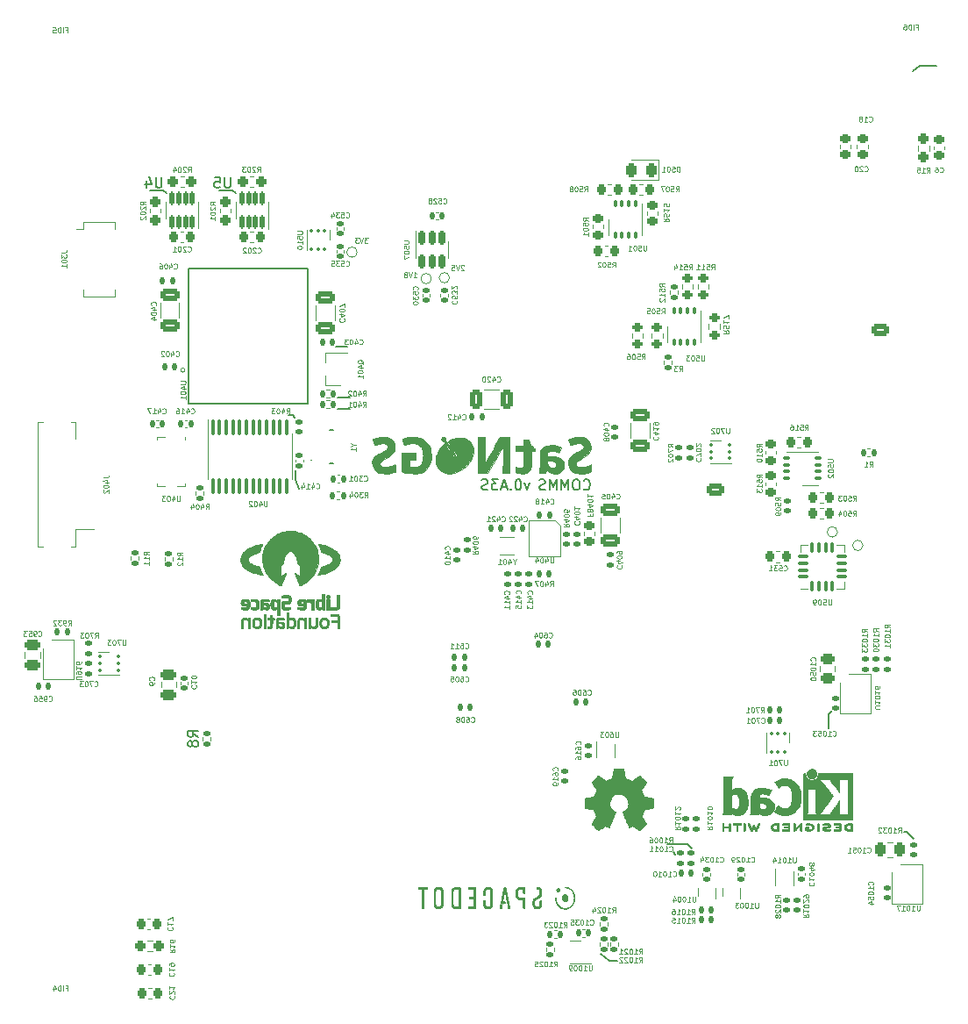
<source format=gbo>
G04 #@! TF.GenerationSoftware,KiCad,Pcbnew,7.0.0-da2b9df05c~171~ubuntu22.04.1*
G04 #@! TF.CreationDate,2023-04-06T22:28:54+03:00*
G04 #@! TF.ProjectId,satnogs-comms,7361746e-6f67-4732-9d63-6f6d6d732e6b,rev?*
G04 #@! TF.SameCoordinates,Original*
G04 #@! TF.FileFunction,Legend,Bot*
G04 #@! TF.FilePolarity,Positive*
%FSLAX46Y46*%
G04 Gerber Fmt 4.6, Leading zero omitted, Abs format (unit mm)*
G04 Created by KiCad (PCBNEW 7.0.0-da2b9df05c~171~ubuntu22.04.1) date 2023-04-06 22:28:54*
%MOMM*%
%LPD*%
G01*
G04 APERTURE LIST*
G04 Aperture macros list*
%AMRoundRect*
0 Rectangle with rounded corners*
0 $1 Rounding radius*
0 $2 $3 $4 $5 $6 $7 $8 $9 X,Y pos of 4 corners*
0 Add a 4 corners polygon primitive as box body*
4,1,4,$2,$3,$4,$5,$6,$7,$8,$9,$2,$3,0*
0 Add four circle primitives for the rounded corners*
1,1,$1+$1,$2,$3*
1,1,$1+$1,$4,$5*
1,1,$1+$1,$6,$7*
1,1,$1+$1,$8,$9*
0 Add four rect primitives between the rounded corners*
20,1,$1+$1,$2,$3,$4,$5,0*
20,1,$1+$1,$4,$5,$6,$7,0*
20,1,$1+$1,$6,$7,$8,$9,0*
20,1,$1+$1,$8,$9,$2,$3,0*%
%AMOutline4P*
0 Free polygon, 4 corners , with rotation*
0 The origin of the aperture is its center*
0 number of corners: always 4*
0 $1 to $8 corner X, Y*
0 $9 Rotation angle, in degrees counterclockwise*
0 create outline with 4 corners*
4,1,4,$1,$2,$3,$4,$5,$6,$7,$8,$1,$2,$9*%
G04 Aperture macros list end*
%ADD10C,0.100000*%
%ADD11C,0.153000*%
%ADD12C,0.150000*%
%ADD13C,0.120000*%
%ADD14C,0.127000*%
%ADD15C,0.010000*%
%ADD16C,0.200000*%
%ADD17C,0.600000*%
%ADD18R,1.524000X1.524000*%
%ADD19C,1.524000*%
%ADD20C,5.600000*%
%ADD21C,3.500000*%
%ADD22C,0.800000*%
%ADD23RoundRect,0.250000X-0.575000X0.350000X-0.575000X-0.350000X0.575000X-0.350000X0.575000X0.350000X0*%
%ADD24O,1.650000X1.200000*%
%ADD25RoundRect,0.250000X0.575000X-0.350000X0.575000X0.350000X-0.575000X0.350000X-0.575000X-0.350000X0*%
%ADD26RoundRect,0.147500X0.172500X-0.147500X0.172500X0.147500X-0.172500X0.147500X-0.172500X-0.147500X0*%
%ADD27RoundRect,0.147500X-0.147500X-0.172500X0.147500X-0.172500X0.147500X0.172500X-0.147500X0.172500X0*%
%ADD28RoundRect,0.087500X-0.425000X-0.087500X0.425000X-0.087500X0.425000X0.087500X-0.425000X0.087500X0*%
%ADD29RoundRect,0.087500X-0.087500X-0.425000X0.087500X-0.425000X0.087500X0.425000X-0.087500X0.425000X0*%
%ADD30R,2.100000X2.100000*%
%ADD31RoundRect,0.218750X-0.218750X-0.256250X0.218750X-0.256250X0.218750X0.256250X-0.218750X0.256250X0*%
%ADD32RoundRect,0.237500X0.287500X0.237500X-0.287500X0.237500X-0.287500X-0.237500X0.287500X-0.237500X0*%
%ADD33RoundRect,0.237500X0.237500X-0.287500X0.237500X0.287500X-0.237500X0.287500X-0.237500X-0.287500X0*%
%ADD34C,0.240000*%
%ADD35RoundRect,0.218750X0.256250X-0.218750X0.256250X0.218750X-0.256250X0.218750X-0.256250X-0.218750X0*%
%ADD36RoundRect,0.218750X0.218750X0.256250X-0.218750X0.256250X-0.218750X-0.256250X0.218750X-0.256250X0*%
%ADD37RoundRect,0.075000X-0.075000X0.275000X-0.075000X-0.275000X0.075000X-0.275000X0.075000X0.275000X0*%
%ADD38R,2.300000X1.500000*%
%ADD39RoundRect,0.147500X0.147500X0.172500X-0.147500X0.172500X-0.147500X-0.172500X0.147500X-0.172500X0*%
%ADD40RoundRect,0.250000X-0.650000X0.325000X-0.650000X-0.325000X0.650000X-0.325000X0.650000X0.325000X0*%
%ADD41RoundRect,0.147500X-0.172500X0.147500X-0.172500X-0.147500X0.172500X-0.147500X0.172500X0.147500X0*%
%ADD42RoundRect,0.250000X0.325000X0.650000X-0.325000X0.650000X-0.325000X-0.650000X0.325000X-0.650000X0*%
%ADD43RoundRect,0.218750X-0.256250X0.218750X-0.256250X-0.218750X0.256250X-0.218750X0.256250X0.218750X0*%
%ADD44R,1.000000X1.800000*%
%ADD45RoundRect,0.250000X0.650000X-0.325000X0.650000X0.325000X-0.650000X0.325000X-0.650000X-0.325000X0*%
%ADD46R,0.470000X0.560000*%
%ADD47C,1.000000*%
%ADD48R,2.520000X1.700000*%
%ADD49RoundRect,0.243750X0.243750X0.456250X-0.243750X0.456250X-0.243750X-0.456250X0.243750X-0.456250X0*%
%ADD50RoundRect,0.140000X0.140000X0.170000X-0.140000X0.170000X-0.140000X-0.170000X0.140000X-0.170000X0*%
%ADD51RoundRect,0.135000X-0.135000X-0.185000X0.135000X-0.185000X0.135000X0.185000X-0.135000X0.185000X0*%
%ADD52RoundRect,0.135000X-0.185000X0.135000X-0.185000X-0.135000X0.185000X-0.135000X0.185000X0.135000X0*%
%ADD53RoundRect,0.093750X0.093750X0.106250X-0.093750X0.106250X-0.093750X-0.106250X0.093750X-0.106250X0*%
%ADD54R,1.000000X1.600000*%
%ADD55RoundRect,0.093750X0.106250X-0.093750X0.106250X0.093750X-0.106250X0.093750X-0.106250X-0.093750X0*%
%ADD56R,1.600000X1.000000*%
%ADD57R,0.300000X0.450000*%
%ADD58RoundRect,0.243750X-0.456250X0.243750X-0.456250X-0.243750X0.456250X-0.243750X0.456250X0.243750X0*%
%ADD59RoundRect,0.135000X0.185000X-0.135000X0.185000X0.135000X-0.185000X0.135000X-0.185000X-0.135000X0*%
%ADD60RoundRect,0.075000X-0.275000X-0.075000X0.275000X-0.075000X0.275000X0.075000X-0.275000X0.075000X0*%
%ADD61R,1.500000X2.300000*%
%ADD62RoundRect,0.140000X0.170000X-0.140000X0.170000X0.140000X-0.170000X0.140000X-0.170000X-0.140000X0*%
%ADD63R,0.300000X0.520000*%
%ADD64R,0.300000X0.490000*%
%ADD65R,0.500000X0.300000*%
%ADD66R,1.050000X1.750000*%
%ADD67RoundRect,0.243750X-0.243750X-0.456250X0.243750X-0.456250X0.243750X0.456250X-0.243750X0.456250X0*%
%ADD68R,1.800000X0.700000*%
%ADD69R,2.200000X1.600000*%
%ADD70R,0.900000X0.800000*%
%ADD71RoundRect,0.135000X0.135000X0.185000X-0.135000X0.185000X-0.135000X-0.185000X0.135000X-0.185000X0*%
%ADD72RoundRect,0.100000X-0.100000X0.637500X-0.100000X-0.637500X0.100000X-0.637500X0.100000X0.637500X0*%
%ADD73RoundRect,0.125000X0.125000X-0.537500X0.125000X0.537500X-0.125000X0.537500X-0.125000X-0.537500X0*%
%ADD74RoundRect,0.250000X-0.475000X0.250000X-0.475000X-0.250000X0.475000X-0.250000X0.475000X0.250000X0*%
%ADD75RoundRect,0.237500X-0.237500X0.250000X-0.237500X-0.250000X0.237500X-0.250000X0.237500X0.250000X0*%
%ADD76RoundRect,0.237500X-0.250000X-0.237500X0.250000X-0.237500X0.250000X0.237500X-0.250000X0.237500X0*%
%ADD77RoundRect,0.200000X0.275000X-0.200000X0.275000X0.200000X-0.275000X0.200000X-0.275000X-0.200000X0*%
%ADD78C,0.050000*%
%ADD79RoundRect,0.200000X-0.275000X0.200000X-0.275000X-0.200000X0.275000X-0.200000X0.275000X0.200000X0*%
%ADD80C,2.000000*%
%ADD81RoundRect,0.225000X-0.225000X-0.250000X0.225000X-0.250000X0.225000X0.250000X-0.225000X0.250000X0*%
%ADD82R,1.000000X0.300000*%
%ADD83RoundRect,0.140000X-0.140000X-0.170000X0.140000X-0.170000X0.140000X0.170000X-0.140000X0.170000X0*%
%ADD84RoundRect,0.225000X-0.250000X0.225000X-0.250000X-0.225000X0.250000X-0.225000X0.250000X0.225000X0*%
%ADD85Outline4P,-0.450000X-0.400000X0.450000X-0.400000X0.450000X0.400000X-0.450000X0.400000X270.000000*%
%ADD86RoundRect,0.140000X-0.170000X0.140000X-0.170000X-0.140000X0.170000X-0.140000X0.170000X0.140000X0*%
%ADD87R,0.240000X0.900000*%
%ADD88R,0.900000X0.240000*%
%ADD89R,1.000000X2.900000*%
%ADD90R,1.000000X1.300000*%
%ADD91R,1.000000X0.700000*%
%ADD92RoundRect,0.150000X-0.150000X0.512500X-0.150000X-0.512500X0.150000X-0.512500X0.150000X0.512500X0*%
G04 APERTURE END LIST*
D10*
X116803571Y-63426190D02*
X116494047Y-63426190D01*
X116494047Y-63426190D02*
X116660714Y-63616666D01*
X116660714Y-63616666D02*
X116589285Y-63616666D01*
X116589285Y-63616666D02*
X116541666Y-63640476D01*
X116541666Y-63640476D02*
X116517857Y-63664285D01*
X116517857Y-63664285D02*
X116494047Y-63711904D01*
X116494047Y-63711904D02*
X116494047Y-63830952D01*
X116494047Y-63830952D02*
X116517857Y-63878571D01*
X116517857Y-63878571D02*
X116541666Y-63902380D01*
X116541666Y-63902380D02*
X116589285Y-63926190D01*
X116589285Y-63926190D02*
X116732142Y-63926190D01*
X116732142Y-63926190D02*
X116779761Y-63902380D01*
X116779761Y-63902380D02*
X116803571Y-63878571D01*
X116351190Y-63426190D02*
X116184524Y-63926190D01*
X116184524Y-63926190D02*
X116017857Y-63426190D01*
X115898810Y-63426190D02*
X115589286Y-63426190D01*
X115589286Y-63426190D02*
X115755953Y-63616666D01*
X115755953Y-63616666D02*
X115684524Y-63616666D01*
X115684524Y-63616666D02*
X115636905Y-63640476D01*
X115636905Y-63640476D02*
X115613096Y-63664285D01*
X115613096Y-63664285D02*
X115589286Y-63711904D01*
X115589286Y-63711904D02*
X115589286Y-63830952D01*
X115589286Y-63830952D02*
X115613096Y-63878571D01*
X115613096Y-63878571D02*
X115636905Y-63902380D01*
X115636905Y-63902380D02*
X115684524Y-63926190D01*
X115684524Y-63926190D02*
X115827381Y-63926190D01*
X115827381Y-63926190D02*
X115875000Y-63902380D01*
X115875000Y-63902380D02*
X115898810Y-63878571D01*
X121219047Y-67251190D02*
X121504761Y-67251190D01*
X121361904Y-67251190D02*
X121361904Y-66751190D01*
X121361904Y-66751190D02*
X121409523Y-66822619D01*
X121409523Y-66822619D02*
X121457142Y-66870238D01*
X121457142Y-66870238D02*
X121504761Y-66894047D01*
X121076190Y-66751190D02*
X120909524Y-67251190D01*
X120909524Y-67251190D02*
X120742857Y-66751190D01*
X120504762Y-66965476D02*
X120552381Y-66941666D01*
X120552381Y-66941666D02*
X120576191Y-66917857D01*
X120576191Y-66917857D02*
X120600000Y-66870238D01*
X120600000Y-66870238D02*
X120600000Y-66846428D01*
X120600000Y-66846428D02*
X120576191Y-66798809D01*
X120576191Y-66798809D02*
X120552381Y-66775000D01*
X120552381Y-66775000D02*
X120504762Y-66751190D01*
X120504762Y-66751190D02*
X120409524Y-66751190D01*
X120409524Y-66751190D02*
X120361905Y-66775000D01*
X120361905Y-66775000D02*
X120338096Y-66798809D01*
X120338096Y-66798809D02*
X120314286Y-66846428D01*
X120314286Y-66846428D02*
X120314286Y-66870238D01*
X120314286Y-66870238D02*
X120338096Y-66917857D01*
X120338096Y-66917857D02*
X120361905Y-66941666D01*
X120361905Y-66941666D02*
X120409524Y-66965476D01*
X120409524Y-66965476D02*
X120504762Y-66965476D01*
X120504762Y-66965476D02*
X120552381Y-66989285D01*
X120552381Y-66989285D02*
X120576191Y-67013095D01*
X120576191Y-67013095D02*
X120600000Y-67060714D01*
X120600000Y-67060714D02*
X120600000Y-67155952D01*
X120600000Y-67155952D02*
X120576191Y-67203571D01*
X120576191Y-67203571D02*
X120552381Y-67227380D01*
X120552381Y-67227380D02*
X120504762Y-67251190D01*
X120504762Y-67251190D02*
X120409524Y-67251190D01*
X120409524Y-67251190D02*
X120361905Y-67227380D01*
X120361905Y-67227380D02*
X120338096Y-67203571D01*
X120338096Y-67203571D02*
X120314286Y-67155952D01*
X120314286Y-67155952D02*
X120314286Y-67060714D01*
X120314286Y-67060714D02*
X120338096Y-67013095D01*
X120338096Y-67013095D02*
X120361905Y-66989285D01*
X120361905Y-66989285D02*
X120409524Y-66965476D01*
X126079761Y-66123809D02*
X126055952Y-66100000D01*
X126055952Y-66100000D02*
X126008333Y-66076190D01*
X126008333Y-66076190D02*
X125889285Y-66076190D01*
X125889285Y-66076190D02*
X125841666Y-66100000D01*
X125841666Y-66100000D02*
X125817857Y-66123809D01*
X125817857Y-66123809D02*
X125794047Y-66171428D01*
X125794047Y-66171428D02*
X125794047Y-66219047D01*
X125794047Y-66219047D02*
X125817857Y-66290476D01*
X125817857Y-66290476D02*
X126103571Y-66576190D01*
X126103571Y-66576190D02*
X125794047Y-66576190D01*
X125651190Y-66076190D02*
X125484524Y-66576190D01*
X125484524Y-66576190D02*
X125317857Y-66076190D01*
X124913096Y-66076190D02*
X125151191Y-66076190D01*
X125151191Y-66076190D02*
X125175000Y-66314285D01*
X125175000Y-66314285D02*
X125151191Y-66290476D01*
X125151191Y-66290476D02*
X125103572Y-66266666D01*
X125103572Y-66266666D02*
X124984524Y-66266666D01*
X124984524Y-66266666D02*
X124936905Y-66290476D01*
X124936905Y-66290476D02*
X124913096Y-66314285D01*
X124913096Y-66314285D02*
X124889286Y-66361904D01*
X124889286Y-66361904D02*
X124889286Y-66480952D01*
X124889286Y-66480952D02*
X124913096Y-66528571D01*
X124913096Y-66528571D02*
X124936905Y-66552380D01*
X124936905Y-66552380D02*
X124984524Y-66576190D01*
X124984524Y-66576190D02*
X125103572Y-66576190D01*
X125103572Y-66576190D02*
X125151191Y-66552380D01*
X125151191Y-66552380D02*
X125175000Y-66528571D01*
D11*
X103737500Y-58860000D02*
X104062500Y-59110000D01*
X147675000Y-121960000D02*
X148075000Y-122360000D01*
X169519600Y-121462800D02*
X168808400Y-120751600D01*
X171700000Y-46810000D02*
X170100000Y-46810000D01*
X109825000Y-86810000D02*
X109825000Y-85885000D01*
X102462500Y-58860000D02*
X103737500Y-58860000D01*
X109100000Y-80560000D02*
X109575000Y-80560000D01*
X95725000Y-58860000D02*
X97000000Y-58860000D01*
X145750000Y-121960000D02*
X147050000Y-121960000D01*
X147050000Y-121960000D02*
X147675000Y-121960000D01*
X140100000Y-133235000D02*
X139300000Y-132560000D01*
X97000000Y-58860000D02*
X97325000Y-59110000D01*
X168808400Y-120751600D02*
X168554400Y-120751600D01*
X146275000Y-122685000D02*
X146475000Y-122935000D01*
X115050000Y-78885000D02*
X113875000Y-78885000D01*
X140875000Y-133235000D02*
X140100000Y-133235000D01*
X170100000Y-46810000D02*
X169450000Y-47310000D01*
X109575000Y-80560000D02*
X109750000Y-80810000D01*
X114775000Y-73935000D02*
X113725000Y-73935000D01*
X161300000Y-110785000D02*
X161300000Y-109410000D01*
X110175000Y-87610000D02*
X109825000Y-86810000D01*
X161300000Y-109410000D02*
X161625000Y-109110000D01*
X115050000Y-79910000D02*
X113850000Y-79910000D01*
D12*
X137634523Y-87657142D02*
X137682142Y-87704761D01*
X137682142Y-87704761D02*
X137824999Y-87752380D01*
X137824999Y-87752380D02*
X137920237Y-87752380D01*
X137920237Y-87752380D02*
X138063094Y-87704761D01*
X138063094Y-87704761D02*
X138158332Y-87609523D01*
X138158332Y-87609523D02*
X138205951Y-87514285D01*
X138205951Y-87514285D02*
X138253570Y-87323809D01*
X138253570Y-87323809D02*
X138253570Y-87180952D01*
X138253570Y-87180952D02*
X138205951Y-86990476D01*
X138205951Y-86990476D02*
X138158332Y-86895238D01*
X138158332Y-86895238D02*
X138063094Y-86800000D01*
X138063094Y-86800000D02*
X137920237Y-86752380D01*
X137920237Y-86752380D02*
X137824999Y-86752380D01*
X137824999Y-86752380D02*
X137682142Y-86800000D01*
X137682142Y-86800000D02*
X137634523Y-86847619D01*
X137015475Y-86752380D02*
X136824999Y-86752380D01*
X136824999Y-86752380D02*
X136729761Y-86800000D01*
X136729761Y-86800000D02*
X136634523Y-86895238D01*
X136634523Y-86895238D02*
X136586904Y-87085714D01*
X136586904Y-87085714D02*
X136586904Y-87419047D01*
X136586904Y-87419047D02*
X136634523Y-87609523D01*
X136634523Y-87609523D02*
X136729761Y-87704761D01*
X136729761Y-87704761D02*
X136824999Y-87752380D01*
X136824999Y-87752380D02*
X137015475Y-87752380D01*
X137015475Y-87752380D02*
X137110713Y-87704761D01*
X137110713Y-87704761D02*
X137205951Y-87609523D01*
X137205951Y-87609523D02*
X137253570Y-87419047D01*
X137253570Y-87419047D02*
X137253570Y-87085714D01*
X137253570Y-87085714D02*
X137205951Y-86895238D01*
X137205951Y-86895238D02*
X137110713Y-86800000D01*
X137110713Y-86800000D02*
X137015475Y-86752380D01*
X136158332Y-87752380D02*
X136158332Y-86752380D01*
X136158332Y-86752380D02*
X135824999Y-87466666D01*
X135824999Y-87466666D02*
X135491666Y-86752380D01*
X135491666Y-86752380D02*
X135491666Y-87752380D01*
X135015475Y-87752380D02*
X135015475Y-86752380D01*
X135015475Y-86752380D02*
X134682142Y-87466666D01*
X134682142Y-87466666D02*
X134348809Y-86752380D01*
X134348809Y-86752380D02*
X134348809Y-87752380D01*
X133920237Y-87704761D02*
X133777380Y-87752380D01*
X133777380Y-87752380D02*
X133539285Y-87752380D01*
X133539285Y-87752380D02*
X133444047Y-87704761D01*
X133444047Y-87704761D02*
X133396428Y-87657142D01*
X133396428Y-87657142D02*
X133348809Y-87561904D01*
X133348809Y-87561904D02*
X133348809Y-87466666D01*
X133348809Y-87466666D02*
X133396428Y-87371428D01*
X133396428Y-87371428D02*
X133444047Y-87323809D01*
X133444047Y-87323809D02*
X133539285Y-87276190D01*
X133539285Y-87276190D02*
X133729761Y-87228571D01*
X133729761Y-87228571D02*
X133824999Y-87180952D01*
X133824999Y-87180952D02*
X133872618Y-87133333D01*
X133872618Y-87133333D02*
X133920237Y-87038095D01*
X133920237Y-87038095D02*
X133920237Y-86942857D01*
X133920237Y-86942857D02*
X133872618Y-86847619D01*
X133872618Y-86847619D02*
X133824999Y-86800000D01*
X133824999Y-86800000D02*
X133729761Y-86752380D01*
X133729761Y-86752380D02*
X133491666Y-86752380D01*
X133491666Y-86752380D02*
X133348809Y-86800000D01*
X132415475Y-87085714D02*
X132177380Y-87752380D01*
X132177380Y-87752380D02*
X131939285Y-87085714D01*
X131367856Y-86752380D02*
X131272618Y-86752380D01*
X131272618Y-86752380D02*
X131177380Y-86800000D01*
X131177380Y-86800000D02*
X131129761Y-86847619D01*
X131129761Y-86847619D02*
X131082142Y-86942857D01*
X131082142Y-86942857D02*
X131034523Y-87133333D01*
X131034523Y-87133333D02*
X131034523Y-87371428D01*
X131034523Y-87371428D02*
X131082142Y-87561904D01*
X131082142Y-87561904D02*
X131129761Y-87657142D01*
X131129761Y-87657142D02*
X131177380Y-87704761D01*
X131177380Y-87704761D02*
X131272618Y-87752380D01*
X131272618Y-87752380D02*
X131367856Y-87752380D01*
X131367856Y-87752380D02*
X131463094Y-87704761D01*
X131463094Y-87704761D02*
X131510713Y-87657142D01*
X131510713Y-87657142D02*
X131558332Y-87561904D01*
X131558332Y-87561904D02*
X131605951Y-87371428D01*
X131605951Y-87371428D02*
X131605951Y-87133333D01*
X131605951Y-87133333D02*
X131558332Y-86942857D01*
X131558332Y-86942857D02*
X131510713Y-86847619D01*
X131510713Y-86847619D02*
X131463094Y-86800000D01*
X131463094Y-86800000D02*
X131367856Y-86752380D01*
X130605951Y-87657142D02*
X130558332Y-87704761D01*
X130558332Y-87704761D02*
X130605951Y-87752380D01*
X130605951Y-87752380D02*
X130653570Y-87704761D01*
X130653570Y-87704761D02*
X130605951Y-87657142D01*
X130605951Y-87657142D02*
X130605951Y-87752380D01*
X130177380Y-87466666D02*
X129701190Y-87466666D01*
X130272618Y-87752380D02*
X129939285Y-86752380D01*
X129939285Y-86752380D02*
X129605952Y-87752380D01*
X129367856Y-86752380D02*
X128748809Y-86752380D01*
X128748809Y-86752380D02*
X129082142Y-87133333D01*
X129082142Y-87133333D02*
X128939285Y-87133333D01*
X128939285Y-87133333D02*
X128844047Y-87180952D01*
X128844047Y-87180952D02*
X128796428Y-87228571D01*
X128796428Y-87228571D02*
X128748809Y-87323809D01*
X128748809Y-87323809D02*
X128748809Y-87561904D01*
X128748809Y-87561904D02*
X128796428Y-87657142D01*
X128796428Y-87657142D02*
X128844047Y-87704761D01*
X128844047Y-87704761D02*
X128939285Y-87752380D01*
X128939285Y-87752380D02*
X129224999Y-87752380D01*
X129224999Y-87752380D02*
X129320237Y-87704761D01*
X129320237Y-87704761D02*
X129367856Y-87657142D01*
X128367856Y-87704761D02*
X128224999Y-87752380D01*
X128224999Y-87752380D02*
X127986904Y-87752380D01*
X127986904Y-87752380D02*
X127891666Y-87704761D01*
X127891666Y-87704761D02*
X127844047Y-87657142D01*
X127844047Y-87657142D02*
X127796428Y-87561904D01*
X127796428Y-87561904D02*
X127796428Y-87466666D01*
X127796428Y-87466666D02*
X127844047Y-87371428D01*
X127844047Y-87371428D02*
X127891666Y-87323809D01*
X127891666Y-87323809D02*
X127986904Y-87276190D01*
X127986904Y-87276190D02*
X128177380Y-87228571D01*
X128177380Y-87228571D02*
X128272618Y-87180952D01*
X128272618Y-87180952D02*
X128320237Y-87133333D01*
X128320237Y-87133333D02*
X128367856Y-87038095D01*
X128367856Y-87038095D02*
X128367856Y-86942857D01*
X128367856Y-86942857D02*
X128320237Y-86847619D01*
X128320237Y-86847619D02*
X128272618Y-86800000D01*
X128272618Y-86800000D02*
X128177380Y-86752380D01*
X128177380Y-86752380D02*
X127939285Y-86752380D01*
X127939285Y-86752380D02*
X127796428Y-86800000D01*
D10*
X126941309Y-93644523D02*
X127179404Y-93811189D01*
X126941309Y-93930237D02*
X127441309Y-93930237D01*
X127441309Y-93930237D02*
X127441309Y-93739761D01*
X127441309Y-93739761D02*
X127417500Y-93692142D01*
X127417500Y-93692142D02*
X127393690Y-93668332D01*
X127393690Y-93668332D02*
X127346071Y-93644523D01*
X127346071Y-93644523D02*
X127274642Y-93644523D01*
X127274642Y-93644523D02*
X127227023Y-93668332D01*
X127227023Y-93668332D02*
X127203214Y-93692142D01*
X127203214Y-93692142D02*
X127179404Y-93739761D01*
X127179404Y-93739761D02*
X127179404Y-93930237D01*
X127274642Y-93215951D02*
X126941309Y-93215951D01*
X127465119Y-93334999D02*
X127107976Y-93454046D01*
X127107976Y-93454046D02*
X127107976Y-93144523D01*
X127441309Y-92858809D02*
X127441309Y-92811190D01*
X127441309Y-92811190D02*
X127417500Y-92763571D01*
X127417500Y-92763571D02*
X127393690Y-92739761D01*
X127393690Y-92739761D02*
X127346071Y-92715952D01*
X127346071Y-92715952D02*
X127250833Y-92692142D01*
X127250833Y-92692142D02*
X127131785Y-92692142D01*
X127131785Y-92692142D02*
X127036547Y-92715952D01*
X127036547Y-92715952D02*
X126988928Y-92739761D01*
X126988928Y-92739761D02*
X126965119Y-92763571D01*
X126965119Y-92763571D02*
X126941309Y-92811190D01*
X126941309Y-92811190D02*
X126941309Y-92858809D01*
X126941309Y-92858809D02*
X126965119Y-92906428D01*
X126965119Y-92906428D02*
X126988928Y-92930237D01*
X126988928Y-92930237D02*
X127036547Y-92954047D01*
X127036547Y-92954047D02*
X127131785Y-92977856D01*
X127131785Y-92977856D02*
X127250833Y-92977856D01*
X127250833Y-92977856D02*
X127346071Y-92954047D01*
X127346071Y-92954047D02*
X127393690Y-92930237D01*
X127393690Y-92930237D02*
X127417500Y-92906428D01*
X127417500Y-92906428D02*
X127441309Y-92858809D01*
X127441309Y-92263571D02*
X127441309Y-92358809D01*
X127441309Y-92358809D02*
X127417500Y-92406428D01*
X127417500Y-92406428D02*
X127393690Y-92430238D01*
X127393690Y-92430238D02*
X127322261Y-92477857D01*
X127322261Y-92477857D02*
X127227023Y-92501666D01*
X127227023Y-92501666D02*
X127036547Y-92501666D01*
X127036547Y-92501666D02*
X126988928Y-92477857D01*
X126988928Y-92477857D02*
X126965119Y-92454047D01*
X126965119Y-92454047D02*
X126941309Y-92406428D01*
X126941309Y-92406428D02*
X126941309Y-92311190D01*
X126941309Y-92311190D02*
X126965119Y-92263571D01*
X126965119Y-92263571D02*
X126988928Y-92239762D01*
X126988928Y-92239762D02*
X127036547Y-92215952D01*
X127036547Y-92215952D02*
X127155595Y-92215952D01*
X127155595Y-92215952D02*
X127203214Y-92239762D01*
X127203214Y-92239762D02*
X127227023Y-92263571D01*
X127227023Y-92263571D02*
X127250833Y-92311190D01*
X127250833Y-92311190D02*
X127250833Y-92406428D01*
X127250833Y-92406428D02*
X127227023Y-92454047D01*
X127227023Y-92454047D02*
X127203214Y-92477857D01*
X127203214Y-92477857D02*
X127155595Y-92501666D01*
X134384523Y-97068690D02*
X134551189Y-96830595D01*
X134670237Y-97068690D02*
X134670237Y-96568690D01*
X134670237Y-96568690D02*
X134479761Y-96568690D01*
X134479761Y-96568690D02*
X134432142Y-96592500D01*
X134432142Y-96592500D02*
X134408332Y-96616309D01*
X134408332Y-96616309D02*
X134384523Y-96663928D01*
X134384523Y-96663928D02*
X134384523Y-96735357D01*
X134384523Y-96735357D02*
X134408332Y-96782976D01*
X134408332Y-96782976D02*
X134432142Y-96806785D01*
X134432142Y-96806785D02*
X134479761Y-96830595D01*
X134479761Y-96830595D02*
X134670237Y-96830595D01*
X133955951Y-96735357D02*
X133955951Y-97068690D01*
X134074999Y-96544880D02*
X134194046Y-96902023D01*
X134194046Y-96902023D02*
X133884523Y-96902023D01*
X133598809Y-96568690D02*
X133551190Y-96568690D01*
X133551190Y-96568690D02*
X133503571Y-96592500D01*
X133503571Y-96592500D02*
X133479761Y-96616309D01*
X133479761Y-96616309D02*
X133455952Y-96663928D01*
X133455952Y-96663928D02*
X133432142Y-96759166D01*
X133432142Y-96759166D02*
X133432142Y-96878214D01*
X133432142Y-96878214D02*
X133455952Y-96973452D01*
X133455952Y-96973452D02*
X133479761Y-97021071D01*
X133479761Y-97021071D02*
X133503571Y-97044880D01*
X133503571Y-97044880D02*
X133551190Y-97068690D01*
X133551190Y-97068690D02*
X133598809Y-97068690D01*
X133598809Y-97068690D02*
X133646428Y-97044880D01*
X133646428Y-97044880D02*
X133670237Y-97021071D01*
X133670237Y-97021071D02*
X133694047Y-96973452D01*
X133694047Y-96973452D02*
X133717856Y-96878214D01*
X133717856Y-96878214D02*
X133717856Y-96759166D01*
X133717856Y-96759166D02*
X133694047Y-96663928D01*
X133694047Y-96663928D02*
X133670237Y-96616309D01*
X133670237Y-96616309D02*
X133646428Y-96592500D01*
X133646428Y-96592500D02*
X133598809Y-96568690D01*
X133265476Y-96568690D02*
X132932143Y-96568690D01*
X132932143Y-96568690D02*
X133146428Y-97068690D01*
X161536642Y-98343690D02*
X161536642Y-98748452D01*
X161536642Y-98748452D02*
X161512832Y-98796071D01*
X161512832Y-98796071D02*
X161489023Y-98819880D01*
X161489023Y-98819880D02*
X161441404Y-98843690D01*
X161441404Y-98843690D02*
X161346166Y-98843690D01*
X161346166Y-98843690D02*
X161298547Y-98819880D01*
X161298547Y-98819880D02*
X161274737Y-98796071D01*
X161274737Y-98796071D02*
X161250928Y-98748452D01*
X161250928Y-98748452D02*
X161250928Y-98343690D01*
X160774737Y-98343690D02*
X161012832Y-98343690D01*
X161012832Y-98343690D02*
X161036641Y-98581785D01*
X161036641Y-98581785D02*
X161012832Y-98557976D01*
X161012832Y-98557976D02*
X160965213Y-98534166D01*
X160965213Y-98534166D02*
X160846165Y-98534166D01*
X160846165Y-98534166D02*
X160798546Y-98557976D01*
X160798546Y-98557976D02*
X160774737Y-98581785D01*
X160774737Y-98581785D02*
X160750927Y-98629404D01*
X160750927Y-98629404D02*
X160750927Y-98748452D01*
X160750927Y-98748452D02*
X160774737Y-98796071D01*
X160774737Y-98796071D02*
X160798546Y-98819880D01*
X160798546Y-98819880D02*
X160846165Y-98843690D01*
X160846165Y-98843690D02*
X160965213Y-98843690D01*
X160965213Y-98843690D02*
X161012832Y-98819880D01*
X161012832Y-98819880D02*
X161036641Y-98796071D01*
X160441404Y-98343690D02*
X160393785Y-98343690D01*
X160393785Y-98343690D02*
X160346166Y-98367500D01*
X160346166Y-98367500D02*
X160322356Y-98391309D01*
X160322356Y-98391309D02*
X160298547Y-98438928D01*
X160298547Y-98438928D02*
X160274737Y-98534166D01*
X160274737Y-98534166D02*
X160274737Y-98653214D01*
X160274737Y-98653214D02*
X160298547Y-98748452D01*
X160298547Y-98748452D02*
X160322356Y-98796071D01*
X160322356Y-98796071D02*
X160346166Y-98819880D01*
X160346166Y-98819880D02*
X160393785Y-98843690D01*
X160393785Y-98843690D02*
X160441404Y-98843690D01*
X160441404Y-98843690D02*
X160489023Y-98819880D01*
X160489023Y-98819880D02*
X160512832Y-98796071D01*
X160512832Y-98796071D02*
X160536642Y-98748452D01*
X160536642Y-98748452D02*
X160560451Y-98653214D01*
X160560451Y-98653214D02*
X160560451Y-98534166D01*
X160560451Y-98534166D02*
X160536642Y-98438928D01*
X160536642Y-98438928D02*
X160512832Y-98391309D01*
X160512832Y-98391309D02*
X160489023Y-98367500D01*
X160489023Y-98367500D02*
X160441404Y-98343690D01*
X160036642Y-98843690D02*
X159941404Y-98843690D01*
X159941404Y-98843690D02*
X159893785Y-98819880D01*
X159893785Y-98819880D02*
X159869976Y-98796071D01*
X159869976Y-98796071D02*
X159822357Y-98724642D01*
X159822357Y-98724642D02*
X159798547Y-98629404D01*
X159798547Y-98629404D02*
X159798547Y-98438928D01*
X159798547Y-98438928D02*
X159822357Y-98391309D01*
X159822357Y-98391309D02*
X159846166Y-98367500D01*
X159846166Y-98367500D02*
X159893785Y-98343690D01*
X159893785Y-98343690D02*
X159989023Y-98343690D01*
X159989023Y-98343690D02*
X160036642Y-98367500D01*
X160036642Y-98367500D02*
X160060452Y-98391309D01*
X160060452Y-98391309D02*
X160084261Y-98438928D01*
X160084261Y-98438928D02*
X160084261Y-98557976D01*
X160084261Y-98557976D02*
X160060452Y-98605595D01*
X160060452Y-98605595D02*
X160036642Y-98629404D01*
X160036642Y-98629404D02*
X159989023Y-98653214D01*
X159989023Y-98653214D02*
X159893785Y-98653214D01*
X159893785Y-98653214D02*
X159846166Y-98629404D01*
X159846166Y-98629404D02*
X159822357Y-98605595D01*
X159822357Y-98605595D02*
X159798547Y-98557976D01*
X99409523Y-64721071D02*
X99433332Y-64744880D01*
X99433332Y-64744880D02*
X99504761Y-64768690D01*
X99504761Y-64768690D02*
X99552380Y-64768690D01*
X99552380Y-64768690D02*
X99623808Y-64744880D01*
X99623808Y-64744880D02*
X99671427Y-64697261D01*
X99671427Y-64697261D02*
X99695237Y-64649642D01*
X99695237Y-64649642D02*
X99719046Y-64554404D01*
X99719046Y-64554404D02*
X99719046Y-64482976D01*
X99719046Y-64482976D02*
X99695237Y-64387738D01*
X99695237Y-64387738D02*
X99671427Y-64340119D01*
X99671427Y-64340119D02*
X99623808Y-64292500D01*
X99623808Y-64292500D02*
X99552380Y-64268690D01*
X99552380Y-64268690D02*
X99504761Y-64268690D01*
X99504761Y-64268690D02*
X99433332Y-64292500D01*
X99433332Y-64292500D02*
X99409523Y-64316309D01*
X99219046Y-64316309D02*
X99195237Y-64292500D01*
X99195237Y-64292500D02*
X99147618Y-64268690D01*
X99147618Y-64268690D02*
X99028570Y-64268690D01*
X99028570Y-64268690D02*
X98980951Y-64292500D01*
X98980951Y-64292500D02*
X98957142Y-64316309D01*
X98957142Y-64316309D02*
X98933332Y-64363928D01*
X98933332Y-64363928D02*
X98933332Y-64411547D01*
X98933332Y-64411547D02*
X98957142Y-64482976D01*
X98957142Y-64482976D02*
X99242856Y-64768690D01*
X99242856Y-64768690D02*
X98933332Y-64768690D01*
X98623809Y-64268690D02*
X98576190Y-64268690D01*
X98576190Y-64268690D02*
X98528571Y-64292500D01*
X98528571Y-64292500D02*
X98504761Y-64316309D01*
X98504761Y-64316309D02*
X98480952Y-64363928D01*
X98480952Y-64363928D02*
X98457142Y-64459166D01*
X98457142Y-64459166D02*
X98457142Y-64578214D01*
X98457142Y-64578214D02*
X98480952Y-64673452D01*
X98480952Y-64673452D02*
X98504761Y-64721071D01*
X98504761Y-64721071D02*
X98528571Y-64744880D01*
X98528571Y-64744880D02*
X98576190Y-64768690D01*
X98576190Y-64768690D02*
X98623809Y-64768690D01*
X98623809Y-64768690D02*
X98671428Y-64744880D01*
X98671428Y-64744880D02*
X98695237Y-64721071D01*
X98695237Y-64721071D02*
X98719047Y-64673452D01*
X98719047Y-64673452D02*
X98742856Y-64578214D01*
X98742856Y-64578214D02*
X98742856Y-64459166D01*
X98742856Y-64459166D02*
X98719047Y-64363928D01*
X98719047Y-64363928D02*
X98695237Y-64316309D01*
X98695237Y-64316309D02*
X98671428Y-64292500D01*
X98671428Y-64292500D02*
X98623809Y-64268690D01*
X97980952Y-64768690D02*
X98266666Y-64768690D01*
X98123809Y-64768690D02*
X98123809Y-64268690D01*
X98123809Y-64268690D02*
X98171428Y-64340119D01*
X98171428Y-64340119D02*
X98219047Y-64387738D01*
X98219047Y-64387738D02*
X98266666Y-64411547D01*
X106109523Y-57068690D02*
X106276189Y-56830595D01*
X106395237Y-57068690D02*
X106395237Y-56568690D01*
X106395237Y-56568690D02*
X106204761Y-56568690D01*
X106204761Y-56568690D02*
X106157142Y-56592500D01*
X106157142Y-56592500D02*
X106133332Y-56616309D01*
X106133332Y-56616309D02*
X106109523Y-56663928D01*
X106109523Y-56663928D02*
X106109523Y-56735357D01*
X106109523Y-56735357D02*
X106133332Y-56782976D01*
X106133332Y-56782976D02*
X106157142Y-56806785D01*
X106157142Y-56806785D02*
X106204761Y-56830595D01*
X106204761Y-56830595D02*
X106395237Y-56830595D01*
X105919046Y-56616309D02*
X105895237Y-56592500D01*
X105895237Y-56592500D02*
X105847618Y-56568690D01*
X105847618Y-56568690D02*
X105728570Y-56568690D01*
X105728570Y-56568690D02*
X105680951Y-56592500D01*
X105680951Y-56592500D02*
X105657142Y-56616309D01*
X105657142Y-56616309D02*
X105633332Y-56663928D01*
X105633332Y-56663928D02*
X105633332Y-56711547D01*
X105633332Y-56711547D02*
X105657142Y-56782976D01*
X105657142Y-56782976D02*
X105942856Y-57068690D01*
X105942856Y-57068690D02*
X105633332Y-57068690D01*
X105323809Y-56568690D02*
X105276190Y-56568690D01*
X105276190Y-56568690D02*
X105228571Y-56592500D01*
X105228571Y-56592500D02*
X105204761Y-56616309D01*
X105204761Y-56616309D02*
X105180952Y-56663928D01*
X105180952Y-56663928D02*
X105157142Y-56759166D01*
X105157142Y-56759166D02*
X105157142Y-56878214D01*
X105157142Y-56878214D02*
X105180952Y-56973452D01*
X105180952Y-56973452D02*
X105204761Y-57021071D01*
X105204761Y-57021071D02*
X105228571Y-57044880D01*
X105228571Y-57044880D02*
X105276190Y-57068690D01*
X105276190Y-57068690D02*
X105323809Y-57068690D01*
X105323809Y-57068690D02*
X105371428Y-57044880D01*
X105371428Y-57044880D02*
X105395237Y-57021071D01*
X105395237Y-57021071D02*
X105419047Y-56973452D01*
X105419047Y-56973452D02*
X105442856Y-56878214D01*
X105442856Y-56878214D02*
X105442856Y-56759166D01*
X105442856Y-56759166D02*
X105419047Y-56663928D01*
X105419047Y-56663928D02*
X105395237Y-56616309D01*
X105395237Y-56616309D02*
X105371428Y-56592500D01*
X105371428Y-56592500D02*
X105323809Y-56568690D01*
X104990476Y-56568690D02*
X104680952Y-56568690D01*
X104680952Y-56568690D02*
X104847619Y-56759166D01*
X104847619Y-56759166D02*
X104776190Y-56759166D01*
X104776190Y-56759166D02*
X104728571Y-56782976D01*
X104728571Y-56782976D02*
X104704762Y-56806785D01*
X104704762Y-56806785D02*
X104680952Y-56854404D01*
X104680952Y-56854404D02*
X104680952Y-56973452D01*
X104680952Y-56973452D02*
X104704762Y-57021071D01*
X104704762Y-57021071D02*
X104728571Y-57044880D01*
X104728571Y-57044880D02*
X104776190Y-57068690D01*
X104776190Y-57068690D02*
X104919047Y-57068690D01*
X104919047Y-57068690D02*
X104966666Y-57044880D01*
X104966666Y-57044880D02*
X104990476Y-57021071D01*
X102058690Y-60275476D02*
X101820595Y-60108810D01*
X102058690Y-59989762D02*
X101558690Y-59989762D01*
X101558690Y-59989762D02*
X101558690Y-60180238D01*
X101558690Y-60180238D02*
X101582500Y-60227857D01*
X101582500Y-60227857D02*
X101606309Y-60251667D01*
X101606309Y-60251667D02*
X101653928Y-60275476D01*
X101653928Y-60275476D02*
X101725357Y-60275476D01*
X101725357Y-60275476D02*
X101772976Y-60251667D01*
X101772976Y-60251667D02*
X101796785Y-60227857D01*
X101796785Y-60227857D02*
X101820595Y-60180238D01*
X101820595Y-60180238D02*
X101820595Y-59989762D01*
X101606309Y-60465953D02*
X101582500Y-60489762D01*
X101582500Y-60489762D02*
X101558690Y-60537381D01*
X101558690Y-60537381D02*
X101558690Y-60656429D01*
X101558690Y-60656429D02*
X101582500Y-60704048D01*
X101582500Y-60704048D02*
X101606309Y-60727857D01*
X101606309Y-60727857D02*
X101653928Y-60751667D01*
X101653928Y-60751667D02*
X101701547Y-60751667D01*
X101701547Y-60751667D02*
X101772976Y-60727857D01*
X101772976Y-60727857D02*
X102058690Y-60442143D01*
X102058690Y-60442143D02*
X102058690Y-60751667D01*
X101558690Y-61061190D02*
X101558690Y-61108809D01*
X101558690Y-61108809D02*
X101582500Y-61156428D01*
X101582500Y-61156428D02*
X101606309Y-61180238D01*
X101606309Y-61180238D02*
X101653928Y-61204047D01*
X101653928Y-61204047D02*
X101749166Y-61227857D01*
X101749166Y-61227857D02*
X101868214Y-61227857D01*
X101868214Y-61227857D02*
X101963452Y-61204047D01*
X101963452Y-61204047D02*
X102011071Y-61180238D01*
X102011071Y-61180238D02*
X102034880Y-61156428D01*
X102034880Y-61156428D02*
X102058690Y-61108809D01*
X102058690Y-61108809D02*
X102058690Y-61061190D01*
X102058690Y-61061190D02*
X102034880Y-61013571D01*
X102034880Y-61013571D02*
X102011071Y-60989762D01*
X102011071Y-60989762D02*
X101963452Y-60965952D01*
X101963452Y-60965952D02*
X101868214Y-60942143D01*
X101868214Y-60942143D02*
X101749166Y-60942143D01*
X101749166Y-60942143D02*
X101653928Y-60965952D01*
X101653928Y-60965952D02*
X101606309Y-60989762D01*
X101606309Y-60989762D02*
X101582500Y-61013571D01*
X101582500Y-61013571D02*
X101558690Y-61061190D01*
X102058690Y-61704047D02*
X102058690Y-61418333D01*
X102058690Y-61561190D02*
X101558690Y-61561190D01*
X101558690Y-61561190D02*
X101630119Y-61513571D01*
X101630119Y-61513571D02*
X101677738Y-61465952D01*
X101677738Y-61465952D02*
X101701547Y-61418333D01*
X99411523Y-57093690D02*
X99578189Y-56855595D01*
X99697237Y-57093690D02*
X99697237Y-56593690D01*
X99697237Y-56593690D02*
X99506761Y-56593690D01*
X99506761Y-56593690D02*
X99459142Y-56617500D01*
X99459142Y-56617500D02*
X99435332Y-56641309D01*
X99435332Y-56641309D02*
X99411523Y-56688928D01*
X99411523Y-56688928D02*
X99411523Y-56760357D01*
X99411523Y-56760357D02*
X99435332Y-56807976D01*
X99435332Y-56807976D02*
X99459142Y-56831785D01*
X99459142Y-56831785D02*
X99506761Y-56855595D01*
X99506761Y-56855595D02*
X99697237Y-56855595D01*
X99221046Y-56641309D02*
X99197237Y-56617500D01*
X99197237Y-56617500D02*
X99149618Y-56593690D01*
X99149618Y-56593690D02*
X99030570Y-56593690D01*
X99030570Y-56593690D02*
X98982951Y-56617500D01*
X98982951Y-56617500D02*
X98959142Y-56641309D01*
X98959142Y-56641309D02*
X98935332Y-56688928D01*
X98935332Y-56688928D02*
X98935332Y-56736547D01*
X98935332Y-56736547D02*
X98959142Y-56807976D01*
X98959142Y-56807976D02*
X99244856Y-57093690D01*
X99244856Y-57093690D02*
X98935332Y-57093690D01*
X98625809Y-56593690D02*
X98578190Y-56593690D01*
X98578190Y-56593690D02*
X98530571Y-56617500D01*
X98530571Y-56617500D02*
X98506761Y-56641309D01*
X98506761Y-56641309D02*
X98482952Y-56688928D01*
X98482952Y-56688928D02*
X98459142Y-56784166D01*
X98459142Y-56784166D02*
X98459142Y-56903214D01*
X98459142Y-56903214D02*
X98482952Y-56998452D01*
X98482952Y-56998452D02*
X98506761Y-57046071D01*
X98506761Y-57046071D02*
X98530571Y-57069880D01*
X98530571Y-57069880D02*
X98578190Y-57093690D01*
X98578190Y-57093690D02*
X98625809Y-57093690D01*
X98625809Y-57093690D02*
X98673428Y-57069880D01*
X98673428Y-57069880D02*
X98697237Y-57046071D01*
X98697237Y-57046071D02*
X98721047Y-56998452D01*
X98721047Y-56998452D02*
X98744856Y-56903214D01*
X98744856Y-56903214D02*
X98744856Y-56784166D01*
X98744856Y-56784166D02*
X98721047Y-56688928D01*
X98721047Y-56688928D02*
X98697237Y-56641309D01*
X98697237Y-56641309D02*
X98673428Y-56617500D01*
X98673428Y-56617500D02*
X98625809Y-56593690D01*
X98030571Y-56760357D02*
X98030571Y-57093690D01*
X98149619Y-56569880D02*
X98268666Y-56927023D01*
X98268666Y-56927023D02*
X97959143Y-56927023D01*
X95308690Y-60225476D02*
X95070595Y-60058810D01*
X95308690Y-59939762D02*
X94808690Y-59939762D01*
X94808690Y-59939762D02*
X94808690Y-60130238D01*
X94808690Y-60130238D02*
X94832500Y-60177857D01*
X94832500Y-60177857D02*
X94856309Y-60201667D01*
X94856309Y-60201667D02*
X94903928Y-60225476D01*
X94903928Y-60225476D02*
X94975357Y-60225476D01*
X94975357Y-60225476D02*
X95022976Y-60201667D01*
X95022976Y-60201667D02*
X95046785Y-60177857D01*
X95046785Y-60177857D02*
X95070595Y-60130238D01*
X95070595Y-60130238D02*
X95070595Y-59939762D01*
X94856309Y-60415953D02*
X94832500Y-60439762D01*
X94832500Y-60439762D02*
X94808690Y-60487381D01*
X94808690Y-60487381D02*
X94808690Y-60606429D01*
X94808690Y-60606429D02*
X94832500Y-60654048D01*
X94832500Y-60654048D02*
X94856309Y-60677857D01*
X94856309Y-60677857D02*
X94903928Y-60701667D01*
X94903928Y-60701667D02*
X94951547Y-60701667D01*
X94951547Y-60701667D02*
X95022976Y-60677857D01*
X95022976Y-60677857D02*
X95308690Y-60392143D01*
X95308690Y-60392143D02*
X95308690Y-60701667D01*
X94808690Y-61011190D02*
X94808690Y-61058809D01*
X94808690Y-61058809D02*
X94832500Y-61106428D01*
X94832500Y-61106428D02*
X94856309Y-61130238D01*
X94856309Y-61130238D02*
X94903928Y-61154047D01*
X94903928Y-61154047D02*
X94999166Y-61177857D01*
X94999166Y-61177857D02*
X95118214Y-61177857D01*
X95118214Y-61177857D02*
X95213452Y-61154047D01*
X95213452Y-61154047D02*
X95261071Y-61130238D01*
X95261071Y-61130238D02*
X95284880Y-61106428D01*
X95284880Y-61106428D02*
X95308690Y-61058809D01*
X95308690Y-61058809D02*
X95308690Y-61011190D01*
X95308690Y-61011190D02*
X95284880Y-60963571D01*
X95284880Y-60963571D02*
X95261071Y-60939762D01*
X95261071Y-60939762D02*
X95213452Y-60915952D01*
X95213452Y-60915952D02*
X95118214Y-60892143D01*
X95118214Y-60892143D02*
X94999166Y-60892143D01*
X94999166Y-60892143D02*
X94903928Y-60915952D01*
X94903928Y-60915952D02*
X94856309Y-60939762D01*
X94856309Y-60939762D02*
X94832500Y-60963571D01*
X94832500Y-60963571D02*
X94808690Y-61011190D01*
X94856309Y-61368333D02*
X94832500Y-61392142D01*
X94832500Y-61392142D02*
X94808690Y-61439761D01*
X94808690Y-61439761D02*
X94808690Y-61558809D01*
X94808690Y-61558809D02*
X94832500Y-61606428D01*
X94832500Y-61606428D02*
X94856309Y-61630237D01*
X94856309Y-61630237D02*
X94903928Y-61654047D01*
X94903928Y-61654047D02*
X94951547Y-61654047D01*
X94951547Y-61654047D02*
X95022976Y-61630237D01*
X95022976Y-61630237D02*
X95308690Y-61344523D01*
X95308690Y-61344523D02*
X95308690Y-61654047D01*
X106159523Y-64846071D02*
X106183332Y-64869880D01*
X106183332Y-64869880D02*
X106254761Y-64893690D01*
X106254761Y-64893690D02*
X106302380Y-64893690D01*
X106302380Y-64893690D02*
X106373808Y-64869880D01*
X106373808Y-64869880D02*
X106421427Y-64822261D01*
X106421427Y-64822261D02*
X106445237Y-64774642D01*
X106445237Y-64774642D02*
X106469046Y-64679404D01*
X106469046Y-64679404D02*
X106469046Y-64607976D01*
X106469046Y-64607976D02*
X106445237Y-64512738D01*
X106445237Y-64512738D02*
X106421427Y-64465119D01*
X106421427Y-64465119D02*
X106373808Y-64417500D01*
X106373808Y-64417500D02*
X106302380Y-64393690D01*
X106302380Y-64393690D02*
X106254761Y-64393690D01*
X106254761Y-64393690D02*
X106183332Y-64417500D01*
X106183332Y-64417500D02*
X106159523Y-64441309D01*
X105969046Y-64441309D02*
X105945237Y-64417500D01*
X105945237Y-64417500D02*
X105897618Y-64393690D01*
X105897618Y-64393690D02*
X105778570Y-64393690D01*
X105778570Y-64393690D02*
X105730951Y-64417500D01*
X105730951Y-64417500D02*
X105707142Y-64441309D01*
X105707142Y-64441309D02*
X105683332Y-64488928D01*
X105683332Y-64488928D02*
X105683332Y-64536547D01*
X105683332Y-64536547D02*
X105707142Y-64607976D01*
X105707142Y-64607976D02*
X105992856Y-64893690D01*
X105992856Y-64893690D02*
X105683332Y-64893690D01*
X105373809Y-64393690D02*
X105326190Y-64393690D01*
X105326190Y-64393690D02*
X105278571Y-64417500D01*
X105278571Y-64417500D02*
X105254761Y-64441309D01*
X105254761Y-64441309D02*
X105230952Y-64488928D01*
X105230952Y-64488928D02*
X105207142Y-64584166D01*
X105207142Y-64584166D02*
X105207142Y-64703214D01*
X105207142Y-64703214D02*
X105230952Y-64798452D01*
X105230952Y-64798452D02*
X105254761Y-64846071D01*
X105254761Y-64846071D02*
X105278571Y-64869880D01*
X105278571Y-64869880D02*
X105326190Y-64893690D01*
X105326190Y-64893690D02*
X105373809Y-64893690D01*
X105373809Y-64893690D02*
X105421428Y-64869880D01*
X105421428Y-64869880D02*
X105445237Y-64846071D01*
X105445237Y-64846071D02*
X105469047Y-64798452D01*
X105469047Y-64798452D02*
X105492856Y-64703214D01*
X105492856Y-64703214D02*
X105492856Y-64584166D01*
X105492856Y-64584166D02*
X105469047Y-64488928D01*
X105469047Y-64488928D02*
X105445237Y-64441309D01*
X105445237Y-64441309D02*
X105421428Y-64417500D01*
X105421428Y-64417500D02*
X105373809Y-64393690D01*
X105016666Y-64441309D02*
X104992857Y-64417500D01*
X104992857Y-64417500D02*
X104945238Y-64393690D01*
X104945238Y-64393690D02*
X104826190Y-64393690D01*
X104826190Y-64393690D02*
X104778571Y-64417500D01*
X104778571Y-64417500D02*
X104754762Y-64441309D01*
X104754762Y-64441309D02*
X104730952Y-64488928D01*
X104730952Y-64488928D02*
X104730952Y-64536547D01*
X104730952Y-64536547D02*
X104754762Y-64607976D01*
X104754762Y-64607976D02*
X105040476Y-64893690D01*
X105040476Y-64893690D02*
X104730952Y-64893690D01*
X98708690Y-77252857D02*
X99113452Y-77252857D01*
X99113452Y-77252857D02*
X99161071Y-77276667D01*
X99161071Y-77276667D02*
X99184880Y-77300476D01*
X99184880Y-77300476D02*
X99208690Y-77348095D01*
X99208690Y-77348095D02*
X99208690Y-77443333D01*
X99208690Y-77443333D02*
X99184880Y-77490952D01*
X99184880Y-77490952D02*
X99161071Y-77514762D01*
X99161071Y-77514762D02*
X99113452Y-77538571D01*
X99113452Y-77538571D02*
X98708690Y-77538571D01*
X98875357Y-77990953D02*
X99208690Y-77990953D01*
X98684880Y-77871905D02*
X99042023Y-77752858D01*
X99042023Y-77752858D02*
X99042023Y-78062381D01*
X98708690Y-78348095D02*
X98708690Y-78395714D01*
X98708690Y-78395714D02*
X98732500Y-78443333D01*
X98732500Y-78443333D02*
X98756309Y-78467143D01*
X98756309Y-78467143D02*
X98803928Y-78490952D01*
X98803928Y-78490952D02*
X98899166Y-78514762D01*
X98899166Y-78514762D02*
X99018214Y-78514762D01*
X99018214Y-78514762D02*
X99113452Y-78490952D01*
X99113452Y-78490952D02*
X99161071Y-78467143D01*
X99161071Y-78467143D02*
X99184880Y-78443333D01*
X99184880Y-78443333D02*
X99208690Y-78395714D01*
X99208690Y-78395714D02*
X99208690Y-78348095D01*
X99208690Y-78348095D02*
X99184880Y-78300476D01*
X99184880Y-78300476D02*
X99161071Y-78276667D01*
X99161071Y-78276667D02*
X99113452Y-78252857D01*
X99113452Y-78252857D02*
X99018214Y-78229048D01*
X99018214Y-78229048D02*
X98899166Y-78229048D01*
X98899166Y-78229048D02*
X98803928Y-78252857D01*
X98803928Y-78252857D02*
X98756309Y-78276667D01*
X98756309Y-78276667D02*
X98732500Y-78300476D01*
X98732500Y-78300476D02*
X98708690Y-78348095D01*
X99208690Y-78990952D02*
X99208690Y-78705238D01*
X99208690Y-78848095D02*
X98708690Y-78848095D01*
X98708690Y-78848095D02*
X98780119Y-78800476D01*
X98780119Y-78800476D02*
X98827738Y-78752857D01*
X98827738Y-78752857D02*
X98851547Y-78705238D01*
X137709523Y-58966662D02*
X137876189Y-58728567D01*
X137995237Y-58966662D02*
X137995237Y-58466662D01*
X137995237Y-58466662D02*
X137804761Y-58466662D01*
X137804761Y-58466662D02*
X137757142Y-58490472D01*
X137757142Y-58490472D02*
X137733332Y-58514281D01*
X137733332Y-58514281D02*
X137709523Y-58561900D01*
X137709523Y-58561900D02*
X137709523Y-58633329D01*
X137709523Y-58633329D02*
X137733332Y-58680948D01*
X137733332Y-58680948D02*
X137757142Y-58704757D01*
X137757142Y-58704757D02*
X137804761Y-58728567D01*
X137804761Y-58728567D02*
X137995237Y-58728567D01*
X137257142Y-58466662D02*
X137495237Y-58466662D01*
X137495237Y-58466662D02*
X137519046Y-58704757D01*
X137519046Y-58704757D02*
X137495237Y-58680948D01*
X137495237Y-58680948D02*
X137447618Y-58657138D01*
X137447618Y-58657138D02*
X137328570Y-58657138D01*
X137328570Y-58657138D02*
X137280951Y-58680948D01*
X137280951Y-58680948D02*
X137257142Y-58704757D01*
X137257142Y-58704757D02*
X137233332Y-58752376D01*
X137233332Y-58752376D02*
X137233332Y-58871424D01*
X137233332Y-58871424D02*
X137257142Y-58919043D01*
X137257142Y-58919043D02*
X137280951Y-58942852D01*
X137280951Y-58942852D02*
X137328570Y-58966662D01*
X137328570Y-58966662D02*
X137447618Y-58966662D01*
X137447618Y-58966662D02*
X137495237Y-58942852D01*
X137495237Y-58942852D02*
X137519046Y-58919043D01*
X136923809Y-58466662D02*
X136876190Y-58466662D01*
X136876190Y-58466662D02*
X136828571Y-58490472D01*
X136828571Y-58490472D02*
X136804761Y-58514281D01*
X136804761Y-58514281D02*
X136780952Y-58561900D01*
X136780952Y-58561900D02*
X136757142Y-58657138D01*
X136757142Y-58657138D02*
X136757142Y-58776186D01*
X136757142Y-58776186D02*
X136780952Y-58871424D01*
X136780952Y-58871424D02*
X136804761Y-58919043D01*
X136804761Y-58919043D02*
X136828571Y-58942852D01*
X136828571Y-58942852D02*
X136876190Y-58966662D01*
X136876190Y-58966662D02*
X136923809Y-58966662D01*
X136923809Y-58966662D02*
X136971428Y-58942852D01*
X136971428Y-58942852D02*
X136995237Y-58919043D01*
X136995237Y-58919043D02*
X137019047Y-58871424D01*
X137019047Y-58871424D02*
X137042856Y-58776186D01*
X137042856Y-58776186D02*
X137042856Y-58657138D01*
X137042856Y-58657138D02*
X137019047Y-58561900D01*
X137019047Y-58561900D02*
X136995237Y-58514281D01*
X136995237Y-58514281D02*
X136971428Y-58490472D01*
X136971428Y-58490472D02*
X136923809Y-58466662D01*
X136471428Y-58680948D02*
X136519047Y-58657138D01*
X136519047Y-58657138D02*
X136542857Y-58633329D01*
X136542857Y-58633329D02*
X136566666Y-58585710D01*
X136566666Y-58585710D02*
X136566666Y-58561900D01*
X136566666Y-58561900D02*
X136542857Y-58514281D01*
X136542857Y-58514281D02*
X136519047Y-58490472D01*
X136519047Y-58490472D02*
X136471428Y-58466662D01*
X136471428Y-58466662D02*
X136376190Y-58466662D01*
X136376190Y-58466662D02*
X136328571Y-58490472D01*
X136328571Y-58490472D02*
X136304762Y-58514281D01*
X136304762Y-58514281D02*
X136280952Y-58561900D01*
X136280952Y-58561900D02*
X136280952Y-58585710D01*
X136280952Y-58585710D02*
X136304762Y-58633329D01*
X136304762Y-58633329D02*
X136328571Y-58657138D01*
X136328571Y-58657138D02*
X136376190Y-58680948D01*
X136376190Y-58680948D02*
X136471428Y-58680948D01*
X136471428Y-58680948D02*
X136519047Y-58704757D01*
X136519047Y-58704757D02*
X136542857Y-58728567D01*
X136542857Y-58728567D02*
X136566666Y-58776186D01*
X136566666Y-58776186D02*
X136566666Y-58871424D01*
X136566666Y-58871424D02*
X136542857Y-58919043D01*
X136542857Y-58919043D02*
X136519047Y-58942852D01*
X136519047Y-58942852D02*
X136471428Y-58966662D01*
X136471428Y-58966662D02*
X136376190Y-58966662D01*
X136376190Y-58966662D02*
X136328571Y-58942852D01*
X136328571Y-58942852D02*
X136304762Y-58919043D01*
X136304762Y-58919043D02*
X136280952Y-58871424D01*
X136280952Y-58871424D02*
X136280952Y-58776186D01*
X136280952Y-58776186D02*
X136304762Y-58728567D01*
X136304762Y-58728567D02*
X136328571Y-58704757D01*
X136328571Y-58704757D02*
X136376190Y-58680948D01*
X138058690Y-61797476D02*
X137820595Y-61630810D01*
X138058690Y-61511762D02*
X137558690Y-61511762D01*
X137558690Y-61511762D02*
X137558690Y-61702238D01*
X137558690Y-61702238D02*
X137582500Y-61749857D01*
X137582500Y-61749857D02*
X137606309Y-61773667D01*
X137606309Y-61773667D02*
X137653928Y-61797476D01*
X137653928Y-61797476D02*
X137725357Y-61797476D01*
X137725357Y-61797476D02*
X137772976Y-61773667D01*
X137772976Y-61773667D02*
X137796785Y-61749857D01*
X137796785Y-61749857D02*
X137820595Y-61702238D01*
X137820595Y-61702238D02*
X137820595Y-61511762D01*
X137558690Y-62249857D02*
X137558690Y-62011762D01*
X137558690Y-62011762D02*
X137796785Y-61987953D01*
X137796785Y-61987953D02*
X137772976Y-62011762D01*
X137772976Y-62011762D02*
X137749166Y-62059381D01*
X137749166Y-62059381D02*
X137749166Y-62178429D01*
X137749166Y-62178429D02*
X137772976Y-62226048D01*
X137772976Y-62226048D02*
X137796785Y-62249857D01*
X137796785Y-62249857D02*
X137844404Y-62273667D01*
X137844404Y-62273667D02*
X137963452Y-62273667D01*
X137963452Y-62273667D02*
X138011071Y-62249857D01*
X138011071Y-62249857D02*
X138034880Y-62226048D01*
X138034880Y-62226048D02*
X138058690Y-62178429D01*
X138058690Y-62178429D02*
X138058690Y-62059381D01*
X138058690Y-62059381D02*
X138034880Y-62011762D01*
X138034880Y-62011762D02*
X138011071Y-61987953D01*
X137558690Y-62583190D02*
X137558690Y-62630809D01*
X137558690Y-62630809D02*
X137582500Y-62678428D01*
X137582500Y-62678428D02*
X137606309Y-62702238D01*
X137606309Y-62702238D02*
X137653928Y-62726047D01*
X137653928Y-62726047D02*
X137749166Y-62749857D01*
X137749166Y-62749857D02*
X137868214Y-62749857D01*
X137868214Y-62749857D02*
X137963452Y-62726047D01*
X137963452Y-62726047D02*
X138011071Y-62702238D01*
X138011071Y-62702238D02*
X138034880Y-62678428D01*
X138034880Y-62678428D02*
X138058690Y-62630809D01*
X138058690Y-62630809D02*
X138058690Y-62583190D01*
X138058690Y-62583190D02*
X138034880Y-62535571D01*
X138034880Y-62535571D02*
X138011071Y-62511762D01*
X138011071Y-62511762D02*
X137963452Y-62487952D01*
X137963452Y-62487952D02*
X137868214Y-62464143D01*
X137868214Y-62464143D02*
X137749166Y-62464143D01*
X137749166Y-62464143D02*
X137653928Y-62487952D01*
X137653928Y-62487952D02*
X137606309Y-62511762D01*
X137606309Y-62511762D02*
X137582500Y-62535571D01*
X137582500Y-62535571D02*
X137558690Y-62583190D01*
X138058690Y-63226047D02*
X138058690Y-62940333D01*
X138058690Y-63083190D02*
X137558690Y-63083190D01*
X137558690Y-63083190D02*
X137630119Y-63035571D01*
X137630119Y-63035571D02*
X137677738Y-62987952D01*
X137677738Y-62987952D02*
X137701547Y-62940333D01*
X140409523Y-66268690D02*
X140576189Y-66030595D01*
X140695237Y-66268690D02*
X140695237Y-65768690D01*
X140695237Y-65768690D02*
X140504761Y-65768690D01*
X140504761Y-65768690D02*
X140457142Y-65792500D01*
X140457142Y-65792500D02*
X140433332Y-65816309D01*
X140433332Y-65816309D02*
X140409523Y-65863928D01*
X140409523Y-65863928D02*
X140409523Y-65935357D01*
X140409523Y-65935357D02*
X140433332Y-65982976D01*
X140433332Y-65982976D02*
X140457142Y-66006785D01*
X140457142Y-66006785D02*
X140504761Y-66030595D01*
X140504761Y-66030595D02*
X140695237Y-66030595D01*
X139957142Y-65768690D02*
X140195237Y-65768690D01*
X140195237Y-65768690D02*
X140219046Y-66006785D01*
X140219046Y-66006785D02*
X140195237Y-65982976D01*
X140195237Y-65982976D02*
X140147618Y-65959166D01*
X140147618Y-65959166D02*
X140028570Y-65959166D01*
X140028570Y-65959166D02*
X139980951Y-65982976D01*
X139980951Y-65982976D02*
X139957142Y-66006785D01*
X139957142Y-66006785D02*
X139933332Y-66054404D01*
X139933332Y-66054404D02*
X139933332Y-66173452D01*
X139933332Y-66173452D02*
X139957142Y-66221071D01*
X139957142Y-66221071D02*
X139980951Y-66244880D01*
X139980951Y-66244880D02*
X140028570Y-66268690D01*
X140028570Y-66268690D02*
X140147618Y-66268690D01*
X140147618Y-66268690D02*
X140195237Y-66244880D01*
X140195237Y-66244880D02*
X140219046Y-66221071D01*
X139623809Y-65768690D02*
X139576190Y-65768690D01*
X139576190Y-65768690D02*
X139528571Y-65792500D01*
X139528571Y-65792500D02*
X139504761Y-65816309D01*
X139504761Y-65816309D02*
X139480952Y-65863928D01*
X139480952Y-65863928D02*
X139457142Y-65959166D01*
X139457142Y-65959166D02*
X139457142Y-66078214D01*
X139457142Y-66078214D02*
X139480952Y-66173452D01*
X139480952Y-66173452D02*
X139504761Y-66221071D01*
X139504761Y-66221071D02*
X139528571Y-66244880D01*
X139528571Y-66244880D02*
X139576190Y-66268690D01*
X139576190Y-66268690D02*
X139623809Y-66268690D01*
X139623809Y-66268690D02*
X139671428Y-66244880D01*
X139671428Y-66244880D02*
X139695237Y-66221071D01*
X139695237Y-66221071D02*
X139719047Y-66173452D01*
X139719047Y-66173452D02*
X139742856Y-66078214D01*
X139742856Y-66078214D02*
X139742856Y-65959166D01*
X139742856Y-65959166D02*
X139719047Y-65863928D01*
X139719047Y-65863928D02*
X139695237Y-65816309D01*
X139695237Y-65816309D02*
X139671428Y-65792500D01*
X139671428Y-65792500D02*
X139623809Y-65768690D01*
X139266666Y-65816309D02*
X139242857Y-65792500D01*
X139242857Y-65792500D02*
X139195238Y-65768690D01*
X139195238Y-65768690D02*
X139076190Y-65768690D01*
X139076190Y-65768690D02*
X139028571Y-65792500D01*
X139028571Y-65792500D02*
X139004762Y-65816309D01*
X139004762Y-65816309D02*
X138980952Y-65863928D01*
X138980952Y-65863928D02*
X138980952Y-65911547D01*
X138980952Y-65911547D02*
X139004762Y-65982976D01*
X139004762Y-65982976D02*
X139290476Y-66268690D01*
X139290476Y-66268690D02*
X138980952Y-66268690D01*
X146534523Y-58968690D02*
X146701189Y-58730595D01*
X146820237Y-58968690D02*
X146820237Y-58468690D01*
X146820237Y-58468690D02*
X146629761Y-58468690D01*
X146629761Y-58468690D02*
X146582142Y-58492500D01*
X146582142Y-58492500D02*
X146558332Y-58516309D01*
X146558332Y-58516309D02*
X146534523Y-58563928D01*
X146534523Y-58563928D02*
X146534523Y-58635357D01*
X146534523Y-58635357D02*
X146558332Y-58682976D01*
X146558332Y-58682976D02*
X146582142Y-58706785D01*
X146582142Y-58706785D02*
X146629761Y-58730595D01*
X146629761Y-58730595D02*
X146820237Y-58730595D01*
X146082142Y-58468690D02*
X146320237Y-58468690D01*
X146320237Y-58468690D02*
X146344046Y-58706785D01*
X146344046Y-58706785D02*
X146320237Y-58682976D01*
X146320237Y-58682976D02*
X146272618Y-58659166D01*
X146272618Y-58659166D02*
X146153570Y-58659166D01*
X146153570Y-58659166D02*
X146105951Y-58682976D01*
X146105951Y-58682976D02*
X146082142Y-58706785D01*
X146082142Y-58706785D02*
X146058332Y-58754404D01*
X146058332Y-58754404D02*
X146058332Y-58873452D01*
X146058332Y-58873452D02*
X146082142Y-58921071D01*
X146082142Y-58921071D02*
X146105951Y-58944880D01*
X146105951Y-58944880D02*
X146153570Y-58968690D01*
X146153570Y-58968690D02*
X146272618Y-58968690D01*
X146272618Y-58968690D02*
X146320237Y-58944880D01*
X146320237Y-58944880D02*
X146344046Y-58921071D01*
X145748809Y-58468690D02*
X145701190Y-58468690D01*
X145701190Y-58468690D02*
X145653571Y-58492500D01*
X145653571Y-58492500D02*
X145629761Y-58516309D01*
X145629761Y-58516309D02*
X145605952Y-58563928D01*
X145605952Y-58563928D02*
X145582142Y-58659166D01*
X145582142Y-58659166D02*
X145582142Y-58778214D01*
X145582142Y-58778214D02*
X145605952Y-58873452D01*
X145605952Y-58873452D02*
X145629761Y-58921071D01*
X145629761Y-58921071D02*
X145653571Y-58944880D01*
X145653571Y-58944880D02*
X145701190Y-58968690D01*
X145701190Y-58968690D02*
X145748809Y-58968690D01*
X145748809Y-58968690D02*
X145796428Y-58944880D01*
X145796428Y-58944880D02*
X145820237Y-58921071D01*
X145820237Y-58921071D02*
X145844047Y-58873452D01*
X145844047Y-58873452D02*
X145867856Y-58778214D01*
X145867856Y-58778214D02*
X145867856Y-58659166D01*
X145867856Y-58659166D02*
X145844047Y-58563928D01*
X145844047Y-58563928D02*
X145820237Y-58516309D01*
X145820237Y-58516309D02*
X145796428Y-58492500D01*
X145796428Y-58492500D02*
X145748809Y-58468690D01*
X145415476Y-58468690D02*
X145082143Y-58468690D01*
X145082143Y-58468690D02*
X145296428Y-58968690D01*
X143707142Y-64168690D02*
X143707142Y-64573452D01*
X143707142Y-64573452D02*
X143683332Y-64621071D01*
X143683332Y-64621071D02*
X143659523Y-64644880D01*
X143659523Y-64644880D02*
X143611904Y-64668690D01*
X143611904Y-64668690D02*
X143516666Y-64668690D01*
X143516666Y-64668690D02*
X143469047Y-64644880D01*
X143469047Y-64644880D02*
X143445237Y-64621071D01*
X143445237Y-64621071D02*
X143421428Y-64573452D01*
X143421428Y-64573452D02*
X143421428Y-64168690D01*
X142945237Y-64168690D02*
X143183332Y-64168690D01*
X143183332Y-64168690D02*
X143207141Y-64406785D01*
X143207141Y-64406785D02*
X143183332Y-64382976D01*
X143183332Y-64382976D02*
X143135713Y-64359166D01*
X143135713Y-64359166D02*
X143016665Y-64359166D01*
X143016665Y-64359166D02*
X142969046Y-64382976D01*
X142969046Y-64382976D02*
X142945237Y-64406785D01*
X142945237Y-64406785D02*
X142921427Y-64454404D01*
X142921427Y-64454404D02*
X142921427Y-64573452D01*
X142921427Y-64573452D02*
X142945237Y-64621071D01*
X142945237Y-64621071D02*
X142969046Y-64644880D01*
X142969046Y-64644880D02*
X143016665Y-64668690D01*
X143016665Y-64668690D02*
X143135713Y-64668690D01*
X143135713Y-64668690D02*
X143183332Y-64644880D01*
X143183332Y-64644880D02*
X143207141Y-64621071D01*
X142611904Y-64168690D02*
X142564285Y-64168690D01*
X142564285Y-64168690D02*
X142516666Y-64192500D01*
X142516666Y-64192500D02*
X142492856Y-64216309D01*
X142492856Y-64216309D02*
X142469047Y-64263928D01*
X142469047Y-64263928D02*
X142445237Y-64359166D01*
X142445237Y-64359166D02*
X142445237Y-64478214D01*
X142445237Y-64478214D02*
X142469047Y-64573452D01*
X142469047Y-64573452D02*
X142492856Y-64621071D01*
X142492856Y-64621071D02*
X142516666Y-64644880D01*
X142516666Y-64644880D02*
X142564285Y-64668690D01*
X142564285Y-64668690D02*
X142611904Y-64668690D01*
X142611904Y-64668690D02*
X142659523Y-64644880D01*
X142659523Y-64644880D02*
X142683332Y-64621071D01*
X142683332Y-64621071D02*
X142707142Y-64573452D01*
X142707142Y-64573452D02*
X142730951Y-64478214D01*
X142730951Y-64478214D02*
X142730951Y-64359166D01*
X142730951Y-64359166D02*
X142707142Y-64263928D01*
X142707142Y-64263928D02*
X142683332Y-64216309D01*
X142683332Y-64216309D02*
X142659523Y-64192500D01*
X142659523Y-64192500D02*
X142611904Y-64168690D01*
X141969047Y-64668690D02*
X142254761Y-64668690D01*
X142111904Y-64668690D02*
X142111904Y-64168690D01*
X142111904Y-64168690D02*
X142159523Y-64240119D01*
X142159523Y-64240119D02*
X142207142Y-64287738D01*
X142207142Y-64287738D02*
X142254761Y-64311547D01*
X145341309Y-61569523D02*
X145579404Y-61736189D01*
X145341309Y-61855237D02*
X145841309Y-61855237D01*
X145841309Y-61855237D02*
X145841309Y-61664761D01*
X145841309Y-61664761D02*
X145817500Y-61617142D01*
X145817500Y-61617142D02*
X145793690Y-61593332D01*
X145793690Y-61593332D02*
X145746071Y-61569523D01*
X145746071Y-61569523D02*
X145674642Y-61569523D01*
X145674642Y-61569523D02*
X145627023Y-61593332D01*
X145627023Y-61593332D02*
X145603214Y-61617142D01*
X145603214Y-61617142D02*
X145579404Y-61664761D01*
X145579404Y-61664761D02*
X145579404Y-61855237D01*
X145841309Y-61117142D02*
X145841309Y-61355237D01*
X145841309Y-61355237D02*
X145603214Y-61379046D01*
X145603214Y-61379046D02*
X145627023Y-61355237D01*
X145627023Y-61355237D02*
X145650833Y-61307618D01*
X145650833Y-61307618D02*
X145650833Y-61188570D01*
X145650833Y-61188570D02*
X145627023Y-61140951D01*
X145627023Y-61140951D02*
X145603214Y-61117142D01*
X145603214Y-61117142D02*
X145555595Y-61093332D01*
X145555595Y-61093332D02*
X145436547Y-61093332D01*
X145436547Y-61093332D02*
X145388928Y-61117142D01*
X145388928Y-61117142D02*
X145365119Y-61140951D01*
X145365119Y-61140951D02*
X145341309Y-61188570D01*
X145341309Y-61188570D02*
X145341309Y-61307618D01*
X145341309Y-61307618D02*
X145365119Y-61355237D01*
X145365119Y-61355237D02*
X145388928Y-61379046D01*
X145341309Y-60617142D02*
X145341309Y-60902856D01*
X145341309Y-60759999D02*
X145841309Y-60759999D01*
X145841309Y-60759999D02*
X145769880Y-60807618D01*
X145769880Y-60807618D02*
X145722261Y-60855237D01*
X145722261Y-60855237D02*
X145698452Y-60902856D01*
X145841309Y-60164762D02*
X145841309Y-60402857D01*
X145841309Y-60402857D02*
X145603214Y-60426666D01*
X145603214Y-60426666D02*
X145627023Y-60402857D01*
X145627023Y-60402857D02*
X145650833Y-60355238D01*
X145650833Y-60355238D02*
X145650833Y-60236190D01*
X145650833Y-60236190D02*
X145627023Y-60188571D01*
X145627023Y-60188571D02*
X145603214Y-60164762D01*
X145603214Y-60164762D02*
X145555595Y-60140952D01*
X145555595Y-60140952D02*
X145436547Y-60140952D01*
X145436547Y-60140952D02*
X145388928Y-60164762D01*
X145388928Y-60164762D02*
X145365119Y-60188571D01*
X145365119Y-60188571D02*
X145341309Y-60236190D01*
X145341309Y-60236190D02*
X145341309Y-60355238D01*
X145341309Y-60355238D02*
X145365119Y-60402857D01*
X145365119Y-60402857D02*
X145388928Y-60426666D01*
X98259523Y-74821071D02*
X98283332Y-74844880D01*
X98283332Y-74844880D02*
X98354761Y-74868690D01*
X98354761Y-74868690D02*
X98402380Y-74868690D01*
X98402380Y-74868690D02*
X98473808Y-74844880D01*
X98473808Y-74844880D02*
X98521427Y-74797261D01*
X98521427Y-74797261D02*
X98545237Y-74749642D01*
X98545237Y-74749642D02*
X98569046Y-74654404D01*
X98569046Y-74654404D02*
X98569046Y-74582976D01*
X98569046Y-74582976D02*
X98545237Y-74487738D01*
X98545237Y-74487738D02*
X98521427Y-74440119D01*
X98521427Y-74440119D02*
X98473808Y-74392500D01*
X98473808Y-74392500D02*
X98402380Y-74368690D01*
X98402380Y-74368690D02*
X98354761Y-74368690D01*
X98354761Y-74368690D02*
X98283332Y-74392500D01*
X98283332Y-74392500D02*
X98259523Y-74416309D01*
X97830951Y-74535357D02*
X97830951Y-74868690D01*
X97949999Y-74344880D02*
X98069046Y-74702023D01*
X98069046Y-74702023D02*
X97759523Y-74702023D01*
X97473809Y-74368690D02*
X97426190Y-74368690D01*
X97426190Y-74368690D02*
X97378571Y-74392500D01*
X97378571Y-74392500D02*
X97354761Y-74416309D01*
X97354761Y-74416309D02*
X97330952Y-74463928D01*
X97330952Y-74463928D02*
X97307142Y-74559166D01*
X97307142Y-74559166D02*
X97307142Y-74678214D01*
X97307142Y-74678214D02*
X97330952Y-74773452D01*
X97330952Y-74773452D02*
X97354761Y-74821071D01*
X97354761Y-74821071D02*
X97378571Y-74844880D01*
X97378571Y-74844880D02*
X97426190Y-74868690D01*
X97426190Y-74868690D02*
X97473809Y-74868690D01*
X97473809Y-74868690D02*
X97521428Y-74844880D01*
X97521428Y-74844880D02*
X97545237Y-74821071D01*
X97545237Y-74821071D02*
X97569047Y-74773452D01*
X97569047Y-74773452D02*
X97592856Y-74678214D01*
X97592856Y-74678214D02*
X97592856Y-74559166D01*
X97592856Y-74559166D02*
X97569047Y-74463928D01*
X97569047Y-74463928D02*
X97545237Y-74416309D01*
X97545237Y-74416309D02*
X97521428Y-74392500D01*
X97521428Y-74392500D02*
X97473809Y-74368690D01*
X97116666Y-74416309D02*
X97092857Y-74392500D01*
X97092857Y-74392500D02*
X97045238Y-74368690D01*
X97045238Y-74368690D02*
X96926190Y-74368690D01*
X96926190Y-74368690D02*
X96878571Y-74392500D01*
X96878571Y-74392500D02*
X96854762Y-74416309D01*
X96854762Y-74416309D02*
X96830952Y-74463928D01*
X96830952Y-74463928D02*
X96830952Y-74511547D01*
X96830952Y-74511547D02*
X96854762Y-74582976D01*
X96854762Y-74582976D02*
X97140476Y-74868690D01*
X97140476Y-74868690D02*
X96830952Y-74868690D01*
X115984523Y-73671071D02*
X116008332Y-73694880D01*
X116008332Y-73694880D02*
X116079761Y-73718690D01*
X116079761Y-73718690D02*
X116127380Y-73718690D01*
X116127380Y-73718690D02*
X116198808Y-73694880D01*
X116198808Y-73694880D02*
X116246427Y-73647261D01*
X116246427Y-73647261D02*
X116270237Y-73599642D01*
X116270237Y-73599642D02*
X116294046Y-73504404D01*
X116294046Y-73504404D02*
X116294046Y-73432976D01*
X116294046Y-73432976D02*
X116270237Y-73337738D01*
X116270237Y-73337738D02*
X116246427Y-73290119D01*
X116246427Y-73290119D02*
X116198808Y-73242500D01*
X116198808Y-73242500D02*
X116127380Y-73218690D01*
X116127380Y-73218690D02*
X116079761Y-73218690D01*
X116079761Y-73218690D02*
X116008332Y-73242500D01*
X116008332Y-73242500D02*
X115984523Y-73266309D01*
X115555951Y-73385357D02*
X115555951Y-73718690D01*
X115674999Y-73194880D02*
X115794046Y-73552023D01*
X115794046Y-73552023D02*
X115484523Y-73552023D01*
X115198809Y-73218690D02*
X115151190Y-73218690D01*
X115151190Y-73218690D02*
X115103571Y-73242500D01*
X115103571Y-73242500D02*
X115079761Y-73266309D01*
X115079761Y-73266309D02*
X115055952Y-73313928D01*
X115055952Y-73313928D02*
X115032142Y-73409166D01*
X115032142Y-73409166D02*
X115032142Y-73528214D01*
X115032142Y-73528214D02*
X115055952Y-73623452D01*
X115055952Y-73623452D02*
X115079761Y-73671071D01*
X115079761Y-73671071D02*
X115103571Y-73694880D01*
X115103571Y-73694880D02*
X115151190Y-73718690D01*
X115151190Y-73718690D02*
X115198809Y-73718690D01*
X115198809Y-73718690D02*
X115246428Y-73694880D01*
X115246428Y-73694880D02*
X115270237Y-73671071D01*
X115270237Y-73671071D02*
X115294047Y-73623452D01*
X115294047Y-73623452D02*
X115317856Y-73528214D01*
X115317856Y-73528214D02*
X115317856Y-73409166D01*
X115317856Y-73409166D02*
X115294047Y-73313928D01*
X115294047Y-73313928D02*
X115270237Y-73266309D01*
X115270237Y-73266309D02*
X115246428Y-73242500D01*
X115246428Y-73242500D02*
X115198809Y-73218690D01*
X114865476Y-73218690D02*
X114555952Y-73218690D01*
X114555952Y-73218690D02*
X114722619Y-73409166D01*
X114722619Y-73409166D02*
X114651190Y-73409166D01*
X114651190Y-73409166D02*
X114603571Y-73432976D01*
X114603571Y-73432976D02*
X114579762Y-73456785D01*
X114579762Y-73456785D02*
X114555952Y-73504404D01*
X114555952Y-73504404D02*
X114555952Y-73623452D01*
X114555952Y-73623452D02*
X114579762Y-73671071D01*
X114579762Y-73671071D02*
X114603571Y-73694880D01*
X114603571Y-73694880D02*
X114651190Y-73718690D01*
X114651190Y-73718690D02*
X114794047Y-73718690D01*
X114794047Y-73718690D02*
X114841666Y-73694880D01*
X114841666Y-73694880D02*
X114865476Y-73671071D01*
X96311071Y-69925476D02*
X96334880Y-69901667D01*
X96334880Y-69901667D02*
X96358690Y-69830238D01*
X96358690Y-69830238D02*
X96358690Y-69782619D01*
X96358690Y-69782619D02*
X96334880Y-69711191D01*
X96334880Y-69711191D02*
X96287261Y-69663572D01*
X96287261Y-69663572D02*
X96239642Y-69639762D01*
X96239642Y-69639762D02*
X96144404Y-69615953D01*
X96144404Y-69615953D02*
X96072976Y-69615953D01*
X96072976Y-69615953D02*
X95977738Y-69639762D01*
X95977738Y-69639762D02*
X95930119Y-69663572D01*
X95930119Y-69663572D02*
X95882500Y-69711191D01*
X95882500Y-69711191D02*
X95858690Y-69782619D01*
X95858690Y-69782619D02*
X95858690Y-69830238D01*
X95858690Y-69830238D02*
X95882500Y-69901667D01*
X95882500Y-69901667D02*
X95906309Y-69925476D01*
X96025357Y-70354048D02*
X96358690Y-70354048D01*
X95834880Y-70235000D02*
X96192023Y-70115953D01*
X96192023Y-70115953D02*
X96192023Y-70425476D01*
X95858690Y-70711190D02*
X95858690Y-70758809D01*
X95858690Y-70758809D02*
X95882500Y-70806428D01*
X95882500Y-70806428D02*
X95906309Y-70830238D01*
X95906309Y-70830238D02*
X95953928Y-70854047D01*
X95953928Y-70854047D02*
X96049166Y-70877857D01*
X96049166Y-70877857D02*
X96168214Y-70877857D01*
X96168214Y-70877857D02*
X96263452Y-70854047D01*
X96263452Y-70854047D02*
X96311071Y-70830238D01*
X96311071Y-70830238D02*
X96334880Y-70806428D01*
X96334880Y-70806428D02*
X96358690Y-70758809D01*
X96358690Y-70758809D02*
X96358690Y-70711190D01*
X96358690Y-70711190D02*
X96334880Y-70663571D01*
X96334880Y-70663571D02*
X96311071Y-70639762D01*
X96311071Y-70639762D02*
X96263452Y-70615952D01*
X96263452Y-70615952D02*
X96168214Y-70592143D01*
X96168214Y-70592143D02*
X96049166Y-70592143D01*
X96049166Y-70592143D02*
X95953928Y-70615952D01*
X95953928Y-70615952D02*
X95906309Y-70639762D01*
X95906309Y-70639762D02*
X95882500Y-70663571D01*
X95882500Y-70663571D02*
X95858690Y-70711190D01*
X96025357Y-71306428D02*
X96358690Y-71306428D01*
X95834880Y-71187380D02*
X96192023Y-71068333D01*
X96192023Y-71068333D02*
X96192023Y-71377856D01*
X140011071Y-81575476D02*
X140034880Y-81551667D01*
X140034880Y-81551667D02*
X140058690Y-81480238D01*
X140058690Y-81480238D02*
X140058690Y-81432619D01*
X140058690Y-81432619D02*
X140034880Y-81361191D01*
X140034880Y-81361191D02*
X139987261Y-81313572D01*
X139987261Y-81313572D02*
X139939642Y-81289762D01*
X139939642Y-81289762D02*
X139844404Y-81265953D01*
X139844404Y-81265953D02*
X139772976Y-81265953D01*
X139772976Y-81265953D02*
X139677738Y-81289762D01*
X139677738Y-81289762D02*
X139630119Y-81313572D01*
X139630119Y-81313572D02*
X139582500Y-81361191D01*
X139582500Y-81361191D02*
X139558690Y-81432619D01*
X139558690Y-81432619D02*
X139558690Y-81480238D01*
X139558690Y-81480238D02*
X139582500Y-81551667D01*
X139582500Y-81551667D02*
X139606309Y-81575476D01*
X139725357Y-82004048D02*
X140058690Y-82004048D01*
X139534880Y-81885000D02*
X139892023Y-81765953D01*
X139892023Y-81765953D02*
X139892023Y-82075476D01*
X139558690Y-82361190D02*
X139558690Y-82408809D01*
X139558690Y-82408809D02*
X139582500Y-82456428D01*
X139582500Y-82456428D02*
X139606309Y-82480238D01*
X139606309Y-82480238D02*
X139653928Y-82504047D01*
X139653928Y-82504047D02*
X139749166Y-82527857D01*
X139749166Y-82527857D02*
X139868214Y-82527857D01*
X139868214Y-82527857D02*
X139963452Y-82504047D01*
X139963452Y-82504047D02*
X140011071Y-82480238D01*
X140011071Y-82480238D02*
X140034880Y-82456428D01*
X140034880Y-82456428D02*
X140058690Y-82408809D01*
X140058690Y-82408809D02*
X140058690Y-82361190D01*
X140058690Y-82361190D02*
X140034880Y-82313571D01*
X140034880Y-82313571D02*
X140011071Y-82289762D01*
X140011071Y-82289762D02*
X139963452Y-82265952D01*
X139963452Y-82265952D02*
X139868214Y-82242143D01*
X139868214Y-82242143D02*
X139749166Y-82242143D01*
X139749166Y-82242143D02*
X139653928Y-82265952D01*
X139653928Y-82265952D02*
X139606309Y-82289762D01*
X139606309Y-82289762D02*
X139582500Y-82313571D01*
X139582500Y-82313571D02*
X139558690Y-82361190D01*
X139772976Y-82813571D02*
X139749166Y-82765952D01*
X139749166Y-82765952D02*
X139725357Y-82742142D01*
X139725357Y-82742142D02*
X139677738Y-82718333D01*
X139677738Y-82718333D02*
X139653928Y-82718333D01*
X139653928Y-82718333D02*
X139606309Y-82742142D01*
X139606309Y-82742142D02*
X139582500Y-82765952D01*
X139582500Y-82765952D02*
X139558690Y-82813571D01*
X139558690Y-82813571D02*
X139558690Y-82908809D01*
X139558690Y-82908809D02*
X139582500Y-82956428D01*
X139582500Y-82956428D02*
X139606309Y-82980237D01*
X139606309Y-82980237D02*
X139653928Y-83004047D01*
X139653928Y-83004047D02*
X139677738Y-83004047D01*
X139677738Y-83004047D02*
X139725357Y-82980237D01*
X139725357Y-82980237D02*
X139749166Y-82956428D01*
X139749166Y-82956428D02*
X139772976Y-82908809D01*
X139772976Y-82908809D02*
X139772976Y-82813571D01*
X139772976Y-82813571D02*
X139796785Y-82765952D01*
X139796785Y-82765952D02*
X139820595Y-82742142D01*
X139820595Y-82742142D02*
X139868214Y-82718333D01*
X139868214Y-82718333D02*
X139963452Y-82718333D01*
X139963452Y-82718333D02*
X140011071Y-82742142D01*
X140011071Y-82742142D02*
X140034880Y-82765952D01*
X140034880Y-82765952D02*
X140058690Y-82813571D01*
X140058690Y-82813571D02*
X140058690Y-82908809D01*
X140058690Y-82908809D02*
X140034880Y-82956428D01*
X140034880Y-82956428D02*
X140011071Y-82980237D01*
X140011071Y-82980237D02*
X139963452Y-83004047D01*
X139963452Y-83004047D02*
X139868214Y-83004047D01*
X139868214Y-83004047D02*
X139820595Y-82980237D01*
X139820595Y-82980237D02*
X139796785Y-82956428D01*
X139796785Y-82956428D02*
X139772976Y-82908809D01*
X98084523Y-66371071D02*
X98108332Y-66394880D01*
X98108332Y-66394880D02*
X98179761Y-66418690D01*
X98179761Y-66418690D02*
X98227380Y-66418690D01*
X98227380Y-66418690D02*
X98298808Y-66394880D01*
X98298808Y-66394880D02*
X98346427Y-66347261D01*
X98346427Y-66347261D02*
X98370237Y-66299642D01*
X98370237Y-66299642D02*
X98394046Y-66204404D01*
X98394046Y-66204404D02*
X98394046Y-66132976D01*
X98394046Y-66132976D02*
X98370237Y-66037738D01*
X98370237Y-66037738D02*
X98346427Y-65990119D01*
X98346427Y-65990119D02*
X98298808Y-65942500D01*
X98298808Y-65942500D02*
X98227380Y-65918690D01*
X98227380Y-65918690D02*
X98179761Y-65918690D01*
X98179761Y-65918690D02*
X98108332Y-65942500D01*
X98108332Y-65942500D02*
X98084523Y-65966309D01*
X97655951Y-66085357D02*
X97655951Y-66418690D01*
X97774999Y-65894880D02*
X97894046Y-66252023D01*
X97894046Y-66252023D02*
X97584523Y-66252023D01*
X97298809Y-65918690D02*
X97251190Y-65918690D01*
X97251190Y-65918690D02*
X97203571Y-65942500D01*
X97203571Y-65942500D02*
X97179761Y-65966309D01*
X97179761Y-65966309D02*
X97155952Y-66013928D01*
X97155952Y-66013928D02*
X97132142Y-66109166D01*
X97132142Y-66109166D02*
X97132142Y-66228214D01*
X97132142Y-66228214D02*
X97155952Y-66323452D01*
X97155952Y-66323452D02*
X97179761Y-66371071D01*
X97179761Y-66371071D02*
X97203571Y-66394880D01*
X97203571Y-66394880D02*
X97251190Y-66418690D01*
X97251190Y-66418690D02*
X97298809Y-66418690D01*
X97298809Y-66418690D02*
X97346428Y-66394880D01*
X97346428Y-66394880D02*
X97370237Y-66371071D01*
X97370237Y-66371071D02*
X97394047Y-66323452D01*
X97394047Y-66323452D02*
X97417856Y-66228214D01*
X97417856Y-66228214D02*
X97417856Y-66109166D01*
X97417856Y-66109166D02*
X97394047Y-66013928D01*
X97394047Y-66013928D02*
X97370237Y-65966309D01*
X97370237Y-65966309D02*
X97346428Y-65942500D01*
X97346428Y-65942500D02*
X97298809Y-65918690D01*
X96703571Y-65918690D02*
X96798809Y-65918690D01*
X96798809Y-65918690D02*
X96846428Y-65942500D01*
X96846428Y-65942500D02*
X96870238Y-65966309D01*
X96870238Y-65966309D02*
X96917857Y-66037738D01*
X96917857Y-66037738D02*
X96941666Y-66132976D01*
X96941666Y-66132976D02*
X96941666Y-66323452D01*
X96941666Y-66323452D02*
X96917857Y-66371071D01*
X96917857Y-66371071D02*
X96894047Y-66394880D01*
X96894047Y-66394880D02*
X96846428Y-66418690D01*
X96846428Y-66418690D02*
X96751190Y-66418690D01*
X96751190Y-66418690D02*
X96703571Y-66394880D01*
X96703571Y-66394880D02*
X96679762Y-66371071D01*
X96679762Y-66371071D02*
X96655952Y-66323452D01*
X96655952Y-66323452D02*
X96655952Y-66204404D01*
X96655952Y-66204404D02*
X96679762Y-66156785D01*
X96679762Y-66156785D02*
X96703571Y-66132976D01*
X96703571Y-66132976D02*
X96751190Y-66109166D01*
X96751190Y-66109166D02*
X96846428Y-66109166D01*
X96846428Y-66109166D02*
X96894047Y-66132976D01*
X96894047Y-66132976D02*
X96917857Y-66156785D01*
X96917857Y-66156785D02*
X96941666Y-66204404D01*
X114088928Y-71234923D02*
X114065119Y-71258732D01*
X114065119Y-71258732D02*
X114041309Y-71330161D01*
X114041309Y-71330161D02*
X114041309Y-71377780D01*
X114041309Y-71377780D02*
X114065119Y-71449208D01*
X114065119Y-71449208D02*
X114112738Y-71496827D01*
X114112738Y-71496827D02*
X114160357Y-71520637D01*
X114160357Y-71520637D02*
X114255595Y-71544446D01*
X114255595Y-71544446D02*
X114327023Y-71544446D01*
X114327023Y-71544446D02*
X114422261Y-71520637D01*
X114422261Y-71520637D02*
X114469880Y-71496827D01*
X114469880Y-71496827D02*
X114517500Y-71449208D01*
X114517500Y-71449208D02*
X114541309Y-71377780D01*
X114541309Y-71377780D02*
X114541309Y-71330161D01*
X114541309Y-71330161D02*
X114517500Y-71258732D01*
X114517500Y-71258732D02*
X114493690Y-71234923D01*
X114374642Y-70806351D02*
X114041309Y-70806351D01*
X114565119Y-70925399D02*
X114207976Y-71044446D01*
X114207976Y-71044446D02*
X114207976Y-70734923D01*
X114541309Y-70449209D02*
X114541309Y-70401590D01*
X114541309Y-70401590D02*
X114517500Y-70353971D01*
X114517500Y-70353971D02*
X114493690Y-70330161D01*
X114493690Y-70330161D02*
X114446071Y-70306352D01*
X114446071Y-70306352D02*
X114350833Y-70282542D01*
X114350833Y-70282542D02*
X114231785Y-70282542D01*
X114231785Y-70282542D02*
X114136547Y-70306352D01*
X114136547Y-70306352D02*
X114088928Y-70330161D01*
X114088928Y-70330161D02*
X114065119Y-70353971D01*
X114065119Y-70353971D02*
X114041309Y-70401590D01*
X114041309Y-70401590D02*
X114041309Y-70449209D01*
X114041309Y-70449209D02*
X114065119Y-70496828D01*
X114065119Y-70496828D02*
X114088928Y-70520637D01*
X114088928Y-70520637D02*
X114136547Y-70544447D01*
X114136547Y-70544447D02*
X114231785Y-70568256D01*
X114231785Y-70568256D02*
X114350833Y-70568256D01*
X114350833Y-70568256D02*
X114446071Y-70544447D01*
X114446071Y-70544447D02*
X114493690Y-70520637D01*
X114493690Y-70520637D02*
X114517500Y-70496828D01*
X114517500Y-70496828D02*
X114541309Y-70449209D01*
X114541309Y-70115876D02*
X114541309Y-69782543D01*
X114541309Y-69782543D02*
X114041309Y-69996828D01*
X140888928Y-95047523D02*
X140865119Y-95071332D01*
X140865119Y-95071332D02*
X140841309Y-95142761D01*
X140841309Y-95142761D02*
X140841309Y-95190380D01*
X140841309Y-95190380D02*
X140865119Y-95261808D01*
X140865119Y-95261808D02*
X140912738Y-95309427D01*
X140912738Y-95309427D02*
X140960357Y-95333237D01*
X140960357Y-95333237D02*
X141055595Y-95357046D01*
X141055595Y-95357046D02*
X141127023Y-95357046D01*
X141127023Y-95357046D02*
X141222261Y-95333237D01*
X141222261Y-95333237D02*
X141269880Y-95309427D01*
X141269880Y-95309427D02*
X141317500Y-95261808D01*
X141317500Y-95261808D02*
X141341309Y-95190380D01*
X141341309Y-95190380D02*
X141341309Y-95142761D01*
X141341309Y-95142761D02*
X141317500Y-95071332D01*
X141317500Y-95071332D02*
X141293690Y-95047523D01*
X141174642Y-94618951D02*
X140841309Y-94618951D01*
X141365119Y-94737999D02*
X141007976Y-94857046D01*
X141007976Y-94857046D02*
X141007976Y-94547523D01*
X141341309Y-94261809D02*
X141341309Y-94214190D01*
X141341309Y-94214190D02*
X141317500Y-94166571D01*
X141317500Y-94166571D02*
X141293690Y-94142761D01*
X141293690Y-94142761D02*
X141246071Y-94118952D01*
X141246071Y-94118952D02*
X141150833Y-94095142D01*
X141150833Y-94095142D02*
X141031785Y-94095142D01*
X141031785Y-94095142D02*
X140936547Y-94118952D01*
X140936547Y-94118952D02*
X140888928Y-94142761D01*
X140888928Y-94142761D02*
X140865119Y-94166571D01*
X140865119Y-94166571D02*
X140841309Y-94214190D01*
X140841309Y-94214190D02*
X140841309Y-94261809D01*
X140841309Y-94261809D02*
X140865119Y-94309428D01*
X140865119Y-94309428D02*
X140888928Y-94333237D01*
X140888928Y-94333237D02*
X140936547Y-94357047D01*
X140936547Y-94357047D02*
X141031785Y-94380856D01*
X141031785Y-94380856D02*
X141150833Y-94380856D01*
X141150833Y-94380856D02*
X141246071Y-94357047D01*
X141246071Y-94357047D02*
X141293690Y-94333237D01*
X141293690Y-94333237D02*
X141317500Y-94309428D01*
X141317500Y-94309428D02*
X141341309Y-94261809D01*
X140841309Y-93857047D02*
X140841309Y-93761809D01*
X140841309Y-93761809D02*
X140865119Y-93714190D01*
X140865119Y-93714190D02*
X140888928Y-93690381D01*
X140888928Y-93690381D02*
X140960357Y-93642762D01*
X140960357Y-93642762D02*
X141055595Y-93618952D01*
X141055595Y-93618952D02*
X141246071Y-93618952D01*
X141246071Y-93618952D02*
X141293690Y-93642762D01*
X141293690Y-93642762D02*
X141317500Y-93666571D01*
X141317500Y-93666571D02*
X141341309Y-93714190D01*
X141341309Y-93714190D02*
X141341309Y-93809428D01*
X141341309Y-93809428D02*
X141317500Y-93857047D01*
X141317500Y-93857047D02*
X141293690Y-93880857D01*
X141293690Y-93880857D02*
X141246071Y-93904666D01*
X141246071Y-93904666D02*
X141127023Y-93904666D01*
X141127023Y-93904666D02*
X141079404Y-93880857D01*
X141079404Y-93880857D02*
X141055595Y-93857047D01*
X141055595Y-93857047D02*
X141031785Y-93809428D01*
X141031785Y-93809428D02*
X141031785Y-93714190D01*
X141031785Y-93714190D02*
X141055595Y-93666571D01*
X141055595Y-93666571D02*
X141079404Y-93642762D01*
X141079404Y-93642762D02*
X141127023Y-93618952D01*
X124686071Y-93500476D02*
X124709880Y-93476667D01*
X124709880Y-93476667D02*
X124733690Y-93405238D01*
X124733690Y-93405238D02*
X124733690Y-93357619D01*
X124733690Y-93357619D02*
X124709880Y-93286191D01*
X124709880Y-93286191D02*
X124662261Y-93238572D01*
X124662261Y-93238572D02*
X124614642Y-93214762D01*
X124614642Y-93214762D02*
X124519404Y-93190953D01*
X124519404Y-93190953D02*
X124447976Y-93190953D01*
X124447976Y-93190953D02*
X124352738Y-93214762D01*
X124352738Y-93214762D02*
X124305119Y-93238572D01*
X124305119Y-93238572D02*
X124257500Y-93286191D01*
X124257500Y-93286191D02*
X124233690Y-93357619D01*
X124233690Y-93357619D02*
X124233690Y-93405238D01*
X124233690Y-93405238D02*
X124257500Y-93476667D01*
X124257500Y-93476667D02*
X124281309Y-93500476D01*
X124400357Y-93929048D02*
X124733690Y-93929048D01*
X124209880Y-93810000D02*
X124567023Y-93690953D01*
X124567023Y-93690953D02*
X124567023Y-94000476D01*
X124733690Y-94452857D02*
X124733690Y-94167143D01*
X124733690Y-94310000D02*
X124233690Y-94310000D01*
X124233690Y-94310000D02*
X124305119Y-94262381D01*
X124305119Y-94262381D02*
X124352738Y-94214762D01*
X124352738Y-94214762D02*
X124376547Y-94167143D01*
X124233690Y-94762380D02*
X124233690Y-94809999D01*
X124233690Y-94809999D02*
X124257500Y-94857618D01*
X124257500Y-94857618D02*
X124281309Y-94881428D01*
X124281309Y-94881428D02*
X124328928Y-94905237D01*
X124328928Y-94905237D02*
X124424166Y-94929047D01*
X124424166Y-94929047D02*
X124543214Y-94929047D01*
X124543214Y-94929047D02*
X124638452Y-94905237D01*
X124638452Y-94905237D02*
X124686071Y-94881428D01*
X124686071Y-94881428D02*
X124709880Y-94857618D01*
X124709880Y-94857618D02*
X124733690Y-94809999D01*
X124733690Y-94809999D02*
X124733690Y-94762380D01*
X124733690Y-94762380D02*
X124709880Y-94714761D01*
X124709880Y-94714761D02*
X124686071Y-94690952D01*
X124686071Y-94690952D02*
X124638452Y-94667142D01*
X124638452Y-94667142D02*
X124543214Y-94643333D01*
X124543214Y-94643333D02*
X124424166Y-94643333D01*
X124424166Y-94643333D02*
X124328928Y-94667142D01*
X124328928Y-94667142D02*
X124281309Y-94690952D01*
X124281309Y-94690952D02*
X124257500Y-94714761D01*
X124257500Y-94714761D02*
X124233690Y-94762380D01*
X125934523Y-80921071D02*
X125958332Y-80944880D01*
X125958332Y-80944880D02*
X126029761Y-80968690D01*
X126029761Y-80968690D02*
X126077380Y-80968690D01*
X126077380Y-80968690D02*
X126148808Y-80944880D01*
X126148808Y-80944880D02*
X126196427Y-80897261D01*
X126196427Y-80897261D02*
X126220237Y-80849642D01*
X126220237Y-80849642D02*
X126244046Y-80754404D01*
X126244046Y-80754404D02*
X126244046Y-80682976D01*
X126244046Y-80682976D02*
X126220237Y-80587738D01*
X126220237Y-80587738D02*
X126196427Y-80540119D01*
X126196427Y-80540119D02*
X126148808Y-80492500D01*
X126148808Y-80492500D02*
X126077380Y-80468690D01*
X126077380Y-80468690D02*
X126029761Y-80468690D01*
X126029761Y-80468690D02*
X125958332Y-80492500D01*
X125958332Y-80492500D02*
X125934523Y-80516309D01*
X125505951Y-80635357D02*
X125505951Y-80968690D01*
X125624999Y-80444880D02*
X125744046Y-80802023D01*
X125744046Y-80802023D02*
X125434523Y-80802023D01*
X124982142Y-80968690D02*
X125267856Y-80968690D01*
X125124999Y-80968690D02*
X125124999Y-80468690D01*
X125124999Y-80468690D02*
X125172618Y-80540119D01*
X125172618Y-80540119D02*
X125220237Y-80587738D01*
X125220237Y-80587738D02*
X125267856Y-80611547D01*
X124791666Y-80516309D02*
X124767857Y-80492500D01*
X124767857Y-80492500D02*
X124720238Y-80468690D01*
X124720238Y-80468690D02*
X124601190Y-80468690D01*
X124601190Y-80468690D02*
X124553571Y-80492500D01*
X124553571Y-80492500D02*
X124529762Y-80516309D01*
X124529762Y-80516309D02*
X124505952Y-80563928D01*
X124505952Y-80563928D02*
X124505952Y-80611547D01*
X124505952Y-80611547D02*
X124529762Y-80682976D01*
X124529762Y-80682976D02*
X124815476Y-80968690D01*
X124815476Y-80968690D02*
X124505952Y-80968690D01*
X144388928Y-82619523D02*
X144365119Y-82643332D01*
X144365119Y-82643332D02*
X144341309Y-82714761D01*
X144341309Y-82714761D02*
X144341309Y-82762380D01*
X144341309Y-82762380D02*
X144365119Y-82833808D01*
X144365119Y-82833808D02*
X144412738Y-82881427D01*
X144412738Y-82881427D02*
X144460357Y-82905237D01*
X144460357Y-82905237D02*
X144555595Y-82929046D01*
X144555595Y-82929046D02*
X144627023Y-82929046D01*
X144627023Y-82929046D02*
X144722261Y-82905237D01*
X144722261Y-82905237D02*
X144769880Y-82881427D01*
X144769880Y-82881427D02*
X144817500Y-82833808D01*
X144817500Y-82833808D02*
X144841309Y-82762380D01*
X144841309Y-82762380D02*
X144841309Y-82714761D01*
X144841309Y-82714761D02*
X144817500Y-82643332D01*
X144817500Y-82643332D02*
X144793690Y-82619523D01*
X144674642Y-82190951D02*
X144341309Y-82190951D01*
X144865119Y-82309999D02*
X144507976Y-82429046D01*
X144507976Y-82429046D02*
X144507976Y-82119523D01*
X144341309Y-81667142D02*
X144341309Y-81952856D01*
X144341309Y-81809999D02*
X144841309Y-81809999D01*
X144841309Y-81809999D02*
X144769880Y-81857618D01*
X144769880Y-81857618D02*
X144722261Y-81905237D01*
X144722261Y-81905237D02*
X144698452Y-81952856D01*
X144341309Y-81429047D02*
X144341309Y-81333809D01*
X144341309Y-81333809D02*
X144365119Y-81286190D01*
X144365119Y-81286190D02*
X144388928Y-81262381D01*
X144388928Y-81262381D02*
X144460357Y-81214762D01*
X144460357Y-81214762D02*
X144555595Y-81190952D01*
X144555595Y-81190952D02*
X144746071Y-81190952D01*
X144746071Y-81190952D02*
X144793690Y-81214762D01*
X144793690Y-81214762D02*
X144817500Y-81238571D01*
X144817500Y-81238571D02*
X144841309Y-81286190D01*
X144841309Y-81286190D02*
X144841309Y-81381428D01*
X144841309Y-81381428D02*
X144817500Y-81429047D01*
X144817500Y-81429047D02*
X144793690Y-81452857D01*
X144793690Y-81452857D02*
X144746071Y-81476666D01*
X144746071Y-81476666D02*
X144627023Y-81476666D01*
X144627023Y-81476666D02*
X144579404Y-81452857D01*
X144579404Y-81452857D02*
X144555595Y-81429047D01*
X144555595Y-81429047D02*
X144531785Y-81381428D01*
X144531785Y-81381428D02*
X144531785Y-81286190D01*
X144531785Y-81286190D02*
X144555595Y-81238571D01*
X144555595Y-81238571D02*
X144579404Y-81214762D01*
X144579404Y-81214762D02*
X144627023Y-81190952D01*
X129284523Y-77280071D02*
X129308332Y-77303880D01*
X129308332Y-77303880D02*
X129379761Y-77327690D01*
X129379761Y-77327690D02*
X129427380Y-77327690D01*
X129427380Y-77327690D02*
X129498808Y-77303880D01*
X129498808Y-77303880D02*
X129546427Y-77256261D01*
X129546427Y-77256261D02*
X129570237Y-77208642D01*
X129570237Y-77208642D02*
X129594046Y-77113404D01*
X129594046Y-77113404D02*
X129594046Y-77041976D01*
X129594046Y-77041976D02*
X129570237Y-76946738D01*
X129570237Y-76946738D02*
X129546427Y-76899119D01*
X129546427Y-76899119D02*
X129498808Y-76851500D01*
X129498808Y-76851500D02*
X129427380Y-76827690D01*
X129427380Y-76827690D02*
X129379761Y-76827690D01*
X129379761Y-76827690D02*
X129308332Y-76851500D01*
X129308332Y-76851500D02*
X129284523Y-76875309D01*
X128855951Y-76994357D02*
X128855951Y-77327690D01*
X128974999Y-76803880D02*
X129094046Y-77161023D01*
X129094046Y-77161023D02*
X128784523Y-77161023D01*
X128617856Y-76875309D02*
X128594047Y-76851500D01*
X128594047Y-76851500D02*
X128546428Y-76827690D01*
X128546428Y-76827690D02*
X128427380Y-76827690D01*
X128427380Y-76827690D02*
X128379761Y-76851500D01*
X128379761Y-76851500D02*
X128355952Y-76875309D01*
X128355952Y-76875309D02*
X128332142Y-76922928D01*
X128332142Y-76922928D02*
X128332142Y-76970547D01*
X128332142Y-76970547D02*
X128355952Y-77041976D01*
X128355952Y-77041976D02*
X128641666Y-77327690D01*
X128641666Y-77327690D02*
X128332142Y-77327690D01*
X128022619Y-76827690D02*
X127975000Y-76827690D01*
X127975000Y-76827690D02*
X127927381Y-76851500D01*
X127927381Y-76851500D02*
X127903571Y-76875309D01*
X127903571Y-76875309D02*
X127879762Y-76922928D01*
X127879762Y-76922928D02*
X127855952Y-77018166D01*
X127855952Y-77018166D02*
X127855952Y-77137214D01*
X127855952Y-77137214D02*
X127879762Y-77232452D01*
X127879762Y-77232452D02*
X127903571Y-77280071D01*
X127903571Y-77280071D02*
X127927381Y-77303880D01*
X127927381Y-77303880D02*
X127975000Y-77327690D01*
X127975000Y-77327690D02*
X128022619Y-77327690D01*
X128022619Y-77327690D02*
X128070238Y-77303880D01*
X128070238Y-77303880D02*
X128094047Y-77280071D01*
X128094047Y-77280071D02*
X128117857Y-77232452D01*
X128117857Y-77232452D02*
X128141666Y-77137214D01*
X128141666Y-77137214D02*
X128141666Y-77018166D01*
X128141666Y-77018166D02*
X128117857Y-76922928D01*
X128117857Y-76922928D02*
X128094047Y-76875309D01*
X128094047Y-76875309D02*
X128070238Y-76851500D01*
X128070238Y-76851500D02*
X128022619Y-76827690D01*
X138253214Y-90127855D02*
X138253214Y-90294522D01*
X137991309Y-90294522D02*
X138491309Y-90294522D01*
X138491309Y-90294522D02*
X138491309Y-90056427D01*
X138253214Y-89699284D02*
X138229404Y-89627856D01*
X138229404Y-89627856D02*
X138205595Y-89604046D01*
X138205595Y-89604046D02*
X138157976Y-89580237D01*
X138157976Y-89580237D02*
X138086547Y-89580237D01*
X138086547Y-89580237D02*
X138038928Y-89604046D01*
X138038928Y-89604046D02*
X138015119Y-89627856D01*
X138015119Y-89627856D02*
X137991309Y-89675475D01*
X137991309Y-89675475D02*
X137991309Y-89865951D01*
X137991309Y-89865951D02*
X138491309Y-89865951D01*
X138491309Y-89865951D02*
X138491309Y-89699284D01*
X138491309Y-89699284D02*
X138467500Y-89651665D01*
X138467500Y-89651665D02*
X138443690Y-89627856D01*
X138443690Y-89627856D02*
X138396071Y-89604046D01*
X138396071Y-89604046D02*
X138348452Y-89604046D01*
X138348452Y-89604046D02*
X138300833Y-89627856D01*
X138300833Y-89627856D02*
X138277023Y-89651665D01*
X138277023Y-89651665D02*
X138253214Y-89699284D01*
X138253214Y-89699284D02*
X138253214Y-89865951D01*
X138324642Y-89151665D02*
X137991309Y-89151665D01*
X138515119Y-89270713D02*
X138157976Y-89389760D01*
X138157976Y-89389760D02*
X138157976Y-89080237D01*
X138491309Y-88794523D02*
X138491309Y-88746904D01*
X138491309Y-88746904D02*
X138467500Y-88699285D01*
X138467500Y-88699285D02*
X138443690Y-88675475D01*
X138443690Y-88675475D02*
X138396071Y-88651666D01*
X138396071Y-88651666D02*
X138300833Y-88627856D01*
X138300833Y-88627856D02*
X138181785Y-88627856D01*
X138181785Y-88627856D02*
X138086547Y-88651666D01*
X138086547Y-88651666D02*
X138038928Y-88675475D01*
X138038928Y-88675475D02*
X138015119Y-88699285D01*
X138015119Y-88699285D02*
X137991309Y-88746904D01*
X137991309Y-88746904D02*
X137991309Y-88794523D01*
X137991309Y-88794523D02*
X138015119Y-88842142D01*
X138015119Y-88842142D02*
X138038928Y-88865951D01*
X138038928Y-88865951D02*
X138086547Y-88889761D01*
X138086547Y-88889761D02*
X138181785Y-88913570D01*
X138181785Y-88913570D02*
X138300833Y-88913570D01*
X138300833Y-88913570D02*
X138396071Y-88889761D01*
X138396071Y-88889761D02*
X138443690Y-88865951D01*
X138443690Y-88865951D02*
X138467500Y-88842142D01*
X138467500Y-88842142D02*
X138491309Y-88794523D01*
X137991309Y-88151666D02*
X137991309Y-88437380D01*
X137991309Y-88294523D02*
X138491309Y-88294523D01*
X138491309Y-88294523D02*
X138419880Y-88342142D01*
X138419880Y-88342142D02*
X138372261Y-88389761D01*
X138372261Y-88389761D02*
X138348452Y-88437380D01*
X108934523Y-80393690D02*
X109101189Y-80155595D01*
X109220237Y-80393690D02*
X109220237Y-79893690D01*
X109220237Y-79893690D02*
X109029761Y-79893690D01*
X109029761Y-79893690D02*
X108982142Y-79917500D01*
X108982142Y-79917500D02*
X108958332Y-79941309D01*
X108958332Y-79941309D02*
X108934523Y-79988928D01*
X108934523Y-79988928D02*
X108934523Y-80060357D01*
X108934523Y-80060357D02*
X108958332Y-80107976D01*
X108958332Y-80107976D02*
X108982142Y-80131785D01*
X108982142Y-80131785D02*
X109029761Y-80155595D01*
X109029761Y-80155595D02*
X109220237Y-80155595D01*
X108505951Y-80060357D02*
X108505951Y-80393690D01*
X108624999Y-79869880D02*
X108744046Y-80227023D01*
X108744046Y-80227023D02*
X108434523Y-80227023D01*
X108148809Y-79893690D02*
X108101190Y-79893690D01*
X108101190Y-79893690D02*
X108053571Y-79917500D01*
X108053571Y-79917500D02*
X108029761Y-79941309D01*
X108029761Y-79941309D02*
X108005952Y-79988928D01*
X108005952Y-79988928D02*
X107982142Y-80084166D01*
X107982142Y-80084166D02*
X107982142Y-80203214D01*
X107982142Y-80203214D02*
X108005952Y-80298452D01*
X108005952Y-80298452D02*
X108029761Y-80346071D01*
X108029761Y-80346071D02*
X108053571Y-80369880D01*
X108053571Y-80369880D02*
X108101190Y-80393690D01*
X108101190Y-80393690D02*
X108148809Y-80393690D01*
X108148809Y-80393690D02*
X108196428Y-80369880D01*
X108196428Y-80369880D02*
X108220237Y-80346071D01*
X108220237Y-80346071D02*
X108244047Y-80298452D01*
X108244047Y-80298452D02*
X108267856Y-80203214D01*
X108267856Y-80203214D02*
X108267856Y-80084166D01*
X108267856Y-80084166D02*
X108244047Y-79988928D01*
X108244047Y-79988928D02*
X108220237Y-79941309D01*
X108220237Y-79941309D02*
X108196428Y-79917500D01*
X108196428Y-79917500D02*
X108148809Y-79893690D01*
X107815476Y-79893690D02*
X107505952Y-79893690D01*
X107505952Y-79893690D02*
X107672619Y-80084166D01*
X107672619Y-80084166D02*
X107601190Y-80084166D01*
X107601190Y-80084166D02*
X107553571Y-80107976D01*
X107553571Y-80107976D02*
X107529762Y-80131785D01*
X107529762Y-80131785D02*
X107505952Y-80179404D01*
X107505952Y-80179404D02*
X107505952Y-80298452D01*
X107505952Y-80298452D02*
X107529762Y-80346071D01*
X107529762Y-80346071D02*
X107553571Y-80369880D01*
X107553571Y-80369880D02*
X107601190Y-80393690D01*
X107601190Y-80393690D02*
X107744047Y-80393690D01*
X107744047Y-80393690D02*
X107791666Y-80369880D01*
X107791666Y-80369880D02*
X107815476Y-80346071D01*
X130940084Y-94680595D02*
X130940084Y-94918690D01*
X131106750Y-94418690D02*
X130940084Y-94680595D01*
X130940084Y-94680595D02*
X130773417Y-94418690D01*
X130392465Y-94585357D02*
X130392465Y-94918690D01*
X130511513Y-94394880D02*
X130630560Y-94752023D01*
X130630560Y-94752023D02*
X130321037Y-94752023D01*
X130035323Y-94418690D02*
X129987704Y-94418690D01*
X129987704Y-94418690D02*
X129940085Y-94442500D01*
X129940085Y-94442500D02*
X129916275Y-94466309D01*
X129916275Y-94466309D02*
X129892466Y-94513928D01*
X129892466Y-94513928D02*
X129868656Y-94609166D01*
X129868656Y-94609166D02*
X129868656Y-94728214D01*
X129868656Y-94728214D02*
X129892466Y-94823452D01*
X129892466Y-94823452D02*
X129916275Y-94871071D01*
X129916275Y-94871071D02*
X129940085Y-94894880D01*
X129940085Y-94894880D02*
X129987704Y-94918690D01*
X129987704Y-94918690D02*
X130035323Y-94918690D01*
X130035323Y-94918690D02*
X130082942Y-94894880D01*
X130082942Y-94894880D02*
X130106751Y-94871071D01*
X130106751Y-94871071D02*
X130130561Y-94823452D01*
X130130561Y-94823452D02*
X130154370Y-94728214D01*
X130154370Y-94728214D02*
X130154370Y-94609166D01*
X130154370Y-94609166D02*
X130130561Y-94513928D01*
X130130561Y-94513928D02*
X130106751Y-94466309D01*
X130106751Y-94466309D02*
X130082942Y-94442500D01*
X130082942Y-94442500D02*
X130035323Y-94418690D01*
X129392466Y-94918690D02*
X129678180Y-94918690D01*
X129535323Y-94918690D02*
X129535323Y-94418690D01*
X129535323Y-94418690D02*
X129582942Y-94490119D01*
X129582942Y-94490119D02*
X129630561Y-94537738D01*
X129630561Y-94537738D02*
X129678180Y-94561547D01*
X134434523Y-89071071D02*
X134458332Y-89094880D01*
X134458332Y-89094880D02*
X134529761Y-89118690D01*
X134529761Y-89118690D02*
X134577380Y-89118690D01*
X134577380Y-89118690D02*
X134648808Y-89094880D01*
X134648808Y-89094880D02*
X134696427Y-89047261D01*
X134696427Y-89047261D02*
X134720237Y-88999642D01*
X134720237Y-88999642D02*
X134744046Y-88904404D01*
X134744046Y-88904404D02*
X134744046Y-88832976D01*
X134744046Y-88832976D02*
X134720237Y-88737738D01*
X134720237Y-88737738D02*
X134696427Y-88690119D01*
X134696427Y-88690119D02*
X134648808Y-88642500D01*
X134648808Y-88642500D02*
X134577380Y-88618690D01*
X134577380Y-88618690D02*
X134529761Y-88618690D01*
X134529761Y-88618690D02*
X134458332Y-88642500D01*
X134458332Y-88642500D02*
X134434523Y-88666309D01*
X134005951Y-88785357D02*
X134005951Y-89118690D01*
X134124999Y-88594880D02*
X134244046Y-88952023D01*
X134244046Y-88952023D02*
X133934523Y-88952023D01*
X133482142Y-89118690D02*
X133767856Y-89118690D01*
X133624999Y-89118690D02*
X133624999Y-88618690D01*
X133624999Y-88618690D02*
X133672618Y-88690119D01*
X133672618Y-88690119D02*
X133720237Y-88737738D01*
X133720237Y-88737738D02*
X133767856Y-88761547D01*
X133196428Y-88832976D02*
X133244047Y-88809166D01*
X133244047Y-88809166D02*
X133267857Y-88785357D01*
X133267857Y-88785357D02*
X133291666Y-88737738D01*
X133291666Y-88737738D02*
X133291666Y-88713928D01*
X133291666Y-88713928D02*
X133267857Y-88666309D01*
X133267857Y-88666309D02*
X133244047Y-88642500D01*
X133244047Y-88642500D02*
X133196428Y-88618690D01*
X133196428Y-88618690D02*
X133101190Y-88618690D01*
X133101190Y-88618690D02*
X133053571Y-88642500D01*
X133053571Y-88642500D02*
X133029762Y-88666309D01*
X133029762Y-88666309D02*
X133005952Y-88713928D01*
X133005952Y-88713928D02*
X133005952Y-88737738D01*
X133005952Y-88737738D02*
X133029762Y-88785357D01*
X133029762Y-88785357D02*
X133053571Y-88809166D01*
X133053571Y-88809166D02*
X133101190Y-88832976D01*
X133101190Y-88832976D02*
X133196428Y-88832976D01*
X133196428Y-88832976D02*
X133244047Y-88856785D01*
X133244047Y-88856785D02*
X133267857Y-88880595D01*
X133267857Y-88880595D02*
X133291666Y-88928214D01*
X133291666Y-88928214D02*
X133291666Y-89023452D01*
X133291666Y-89023452D02*
X133267857Y-89071071D01*
X133267857Y-89071071D02*
X133244047Y-89094880D01*
X133244047Y-89094880D02*
X133196428Y-89118690D01*
X133196428Y-89118690D02*
X133101190Y-89118690D01*
X133101190Y-89118690D02*
X133053571Y-89094880D01*
X133053571Y-89094880D02*
X133029762Y-89071071D01*
X133029762Y-89071071D02*
X133005952Y-89023452D01*
X133005952Y-89023452D02*
X133005952Y-88928214D01*
X133005952Y-88928214D02*
X133029762Y-88880595D01*
X133029762Y-88880595D02*
X133053571Y-88856785D01*
X133053571Y-88856785D02*
X133101190Y-88832976D01*
X131859523Y-90746071D02*
X131883332Y-90769880D01*
X131883332Y-90769880D02*
X131954761Y-90793690D01*
X131954761Y-90793690D02*
X132002380Y-90793690D01*
X132002380Y-90793690D02*
X132073808Y-90769880D01*
X132073808Y-90769880D02*
X132121427Y-90722261D01*
X132121427Y-90722261D02*
X132145237Y-90674642D01*
X132145237Y-90674642D02*
X132169046Y-90579404D01*
X132169046Y-90579404D02*
X132169046Y-90507976D01*
X132169046Y-90507976D02*
X132145237Y-90412738D01*
X132145237Y-90412738D02*
X132121427Y-90365119D01*
X132121427Y-90365119D02*
X132073808Y-90317500D01*
X132073808Y-90317500D02*
X132002380Y-90293690D01*
X132002380Y-90293690D02*
X131954761Y-90293690D01*
X131954761Y-90293690D02*
X131883332Y-90317500D01*
X131883332Y-90317500D02*
X131859523Y-90341309D01*
X131430951Y-90460357D02*
X131430951Y-90793690D01*
X131549999Y-90269880D02*
X131669046Y-90627023D01*
X131669046Y-90627023D02*
X131359523Y-90627023D01*
X131192856Y-90341309D02*
X131169047Y-90317500D01*
X131169047Y-90317500D02*
X131121428Y-90293690D01*
X131121428Y-90293690D02*
X131002380Y-90293690D01*
X131002380Y-90293690D02*
X130954761Y-90317500D01*
X130954761Y-90317500D02*
X130930952Y-90341309D01*
X130930952Y-90341309D02*
X130907142Y-90388928D01*
X130907142Y-90388928D02*
X130907142Y-90436547D01*
X130907142Y-90436547D02*
X130930952Y-90507976D01*
X130930952Y-90507976D02*
X131216666Y-90793690D01*
X131216666Y-90793690D02*
X130907142Y-90793690D01*
X130716666Y-90341309D02*
X130692857Y-90317500D01*
X130692857Y-90317500D02*
X130645238Y-90293690D01*
X130645238Y-90293690D02*
X130526190Y-90293690D01*
X130526190Y-90293690D02*
X130478571Y-90317500D01*
X130478571Y-90317500D02*
X130454762Y-90341309D01*
X130454762Y-90341309D02*
X130430952Y-90388928D01*
X130430952Y-90388928D02*
X130430952Y-90436547D01*
X130430952Y-90436547D02*
X130454762Y-90507976D01*
X130454762Y-90507976D02*
X130740476Y-90793690D01*
X130740476Y-90793690D02*
X130430952Y-90793690D01*
X136788928Y-90794523D02*
X136765119Y-90818332D01*
X136765119Y-90818332D02*
X136741309Y-90889761D01*
X136741309Y-90889761D02*
X136741309Y-90937380D01*
X136741309Y-90937380D02*
X136765119Y-91008808D01*
X136765119Y-91008808D02*
X136812738Y-91056427D01*
X136812738Y-91056427D02*
X136860357Y-91080237D01*
X136860357Y-91080237D02*
X136955595Y-91104046D01*
X136955595Y-91104046D02*
X137027023Y-91104046D01*
X137027023Y-91104046D02*
X137122261Y-91080237D01*
X137122261Y-91080237D02*
X137169880Y-91056427D01*
X137169880Y-91056427D02*
X137217500Y-91008808D01*
X137217500Y-91008808D02*
X137241309Y-90937380D01*
X137241309Y-90937380D02*
X137241309Y-90889761D01*
X137241309Y-90889761D02*
X137217500Y-90818332D01*
X137217500Y-90818332D02*
X137193690Y-90794523D01*
X137074642Y-90365951D02*
X136741309Y-90365951D01*
X137265119Y-90484999D02*
X136907976Y-90604046D01*
X136907976Y-90604046D02*
X136907976Y-90294523D01*
X137241309Y-90008809D02*
X137241309Y-89961190D01*
X137241309Y-89961190D02*
X137217500Y-89913571D01*
X137217500Y-89913571D02*
X137193690Y-89889761D01*
X137193690Y-89889761D02*
X137146071Y-89865952D01*
X137146071Y-89865952D02*
X137050833Y-89842142D01*
X137050833Y-89842142D02*
X136931785Y-89842142D01*
X136931785Y-89842142D02*
X136836547Y-89865952D01*
X136836547Y-89865952D02*
X136788928Y-89889761D01*
X136788928Y-89889761D02*
X136765119Y-89913571D01*
X136765119Y-89913571D02*
X136741309Y-89961190D01*
X136741309Y-89961190D02*
X136741309Y-90008809D01*
X136741309Y-90008809D02*
X136765119Y-90056428D01*
X136765119Y-90056428D02*
X136788928Y-90080237D01*
X136788928Y-90080237D02*
X136836547Y-90104047D01*
X136836547Y-90104047D02*
X136931785Y-90127856D01*
X136931785Y-90127856D02*
X137050833Y-90127856D01*
X137050833Y-90127856D02*
X137146071Y-90104047D01*
X137146071Y-90104047D02*
X137193690Y-90080237D01*
X137193690Y-90080237D02*
X137217500Y-90056428D01*
X137217500Y-90056428D02*
X137241309Y-90008809D01*
X136741309Y-89365952D02*
X136741309Y-89651666D01*
X136741309Y-89508809D02*
X137241309Y-89508809D01*
X137241309Y-89508809D02*
X137169880Y-89556428D01*
X137169880Y-89556428D02*
X137122261Y-89604047D01*
X137122261Y-89604047D02*
X137098452Y-89651666D01*
X135716309Y-91044523D02*
X135954404Y-91211189D01*
X135716309Y-91330237D02*
X136216309Y-91330237D01*
X136216309Y-91330237D02*
X136216309Y-91139761D01*
X136216309Y-91139761D02*
X136192500Y-91092142D01*
X136192500Y-91092142D02*
X136168690Y-91068332D01*
X136168690Y-91068332D02*
X136121071Y-91044523D01*
X136121071Y-91044523D02*
X136049642Y-91044523D01*
X136049642Y-91044523D02*
X136002023Y-91068332D01*
X136002023Y-91068332D02*
X135978214Y-91092142D01*
X135978214Y-91092142D02*
X135954404Y-91139761D01*
X135954404Y-91139761D02*
X135954404Y-91330237D01*
X136049642Y-90615951D02*
X135716309Y-90615951D01*
X136240119Y-90734999D02*
X135882976Y-90854046D01*
X135882976Y-90854046D02*
X135882976Y-90544523D01*
X136216309Y-90258809D02*
X136216309Y-90211190D01*
X136216309Y-90211190D02*
X136192500Y-90163571D01*
X136192500Y-90163571D02*
X136168690Y-90139761D01*
X136168690Y-90139761D02*
X136121071Y-90115952D01*
X136121071Y-90115952D02*
X136025833Y-90092142D01*
X136025833Y-90092142D02*
X135906785Y-90092142D01*
X135906785Y-90092142D02*
X135811547Y-90115952D01*
X135811547Y-90115952D02*
X135763928Y-90139761D01*
X135763928Y-90139761D02*
X135740119Y-90163571D01*
X135740119Y-90163571D02*
X135716309Y-90211190D01*
X135716309Y-90211190D02*
X135716309Y-90258809D01*
X135716309Y-90258809D02*
X135740119Y-90306428D01*
X135740119Y-90306428D02*
X135763928Y-90330237D01*
X135763928Y-90330237D02*
X135811547Y-90354047D01*
X135811547Y-90354047D02*
X135906785Y-90377856D01*
X135906785Y-90377856D02*
X136025833Y-90377856D01*
X136025833Y-90377856D02*
X136121071Y-90354047D01*
X136121071Y-90354047D02*
X136168690Y-90330237D01*
X136168690Y-90330237D02*
X136192500Y-90306428D01*
X136192500Y-90306428D02*
X136216309Y-90258809D01*
X136216309Y-89639762D02*
X136216309Y-89877857D01*
X136216309Y-89877857D02*
X135978214Y-89901666D01*
X135978214Y-89901666D02*
X136002023Y-89877857D01*
X136002023Y-89877857D02*
X136025833Y-89830238D01*
X136025833Y-89830238D02*
X136025833Y-89711190D01*
X136025833Y-89711190D02*
X136002023Y-89663571D01*
X136002023Y-89663571D02*
X135978214Y-89639762D01*
X135978214Y-89639762D02*
X135930595Y-89615952D01*
X135930595Y-89615952D02*
X135811547Y-89615952D01*
X135811547Y-89615952D02*
X135763928Y-89639762D01*
X135763928Y-89639762D02*
X135740119Y-89663571D01*
X135740119Y-89663571D02*
X135716309Y-89711190D01*
X135716309Y-89711190D02*
X135716309Y-89830238D01*
X135716309Y-89830238D02*
X135740119Y-89877857D01*
X135740119Y-89877857D02*
X135763928Y-89901666D01*
X140809523Y-88571071D02*
X140833332Y-88594880D01*
X140833332Y-88594880D02*
X140904761Y-88618690D01*
X140904761Y-88618690D02*
X140952380Y-88618690D01*
X140952380Y-88618690D02*
X141023808Y-88594880D01*
X141023808Y-88594880D02*
X141071427Y-88547261D01*
X141071427Y-88547261D02*
X141095237Y-88499642D01*
X141095237Y-88499642D02*
X141119046Y-88404404D01*
X141119046Y-88404404D02*
X141119046Y-88332976D01*
X141119046Y-88332976D02*
X141095237Y-88237738D01*
X141095237Y-88237738D02*
X141071427Y-88190119D01*
X141071427Y-88190119D02*
X141023808Y-88142500D01*
X141023808Y-88142500D02*
X140952380Y-88118690D01*
X140952380Y-88118690D02*
X140904761Y-88118690D01*
X140904761Y-88118690D02*
X140833332Y-88142500D01*
X140833332Y-88142500D02*
X140809523Y-88166309D01*
X140380951Y-88285357D02*
X140380951Y-88618690D01*
X140499999Y-88094880D02*
X140619046Y-88452023D01*
X140619046Y-88452023D02*
X140309523Y-88452023D01*
X140023809Y-88118690D02*
X139976190Y-88118690D01*
X139976190Y-88118690D02*
X139928571Y-88142500D01*
X139928571Y-88142500D02*
X139904761Y-88166309D01*
X139904761Y-88166309D02*
X139880952Y-88213928D01*
X139880952Y-88213928D02*
X139857142Y-88309166D01*
X139857142Y-88309166D02*
X139857142Y-88428214D01*
X139857142Y-88428214D02*
X139880952Y-88523452D01*
X139880952Y-88523452D02*
X139904761Y-88571071D01*
X139904761Y-88571071D02*
X139928571Y-88594880D01*
X139928571Y-88594880D02*
X139976190Y-88618690D01*
X139976190Y-88618690D02*
X140023809Y-88618690D01*
X140023809Y-88618690D02*
X140071428Y-88594880D01*
X140071428Y-88594880D02*
X140095237Y-88571071D01*
X140095237Y-88571071D02*
X140119047Y-88523452D01*
X140119047Y-88523452D02*
X140142856Y-88428214D01*
X140142856Y-88428214D02*
X140142856Y-88309166D01*
X140142856Y-88309166D02*
X140119047Y-88213928D01*
X140119047Y-88213928D02*
X140095237Y-88166309D01*
X140095237Y-88166309D02*
X140071428Y-88142500D01*
X140071428Y-88142500D02*
X140023809Y-88118690D01*
X139404762Y-88118690D02*
X139642857Y-88118690D01*
X139642857Y-88118690D02*
X139666666Y-88356785D01*
X139666666Y-88356785D02*
X139642857Y-88332976D01*
X139642857Y-88332976D02*
X139595238Y-88309166D01*
X139595238Y-88309166D02*
X139476190Y-88309166D01*
X139476190Y-88309166D02*
X139428571Y-88332976D01*
X139428571Y-88332976D02*
X139404762Y-88356785D01*
X139404762Y-88356785D02*
X139380952Y-88404404D01*
X139380952Y-88404404D02*
X139380952Y-88523452D01*
X139380952Y-88523452D02*
X139404762Y-88571071D01*
X139404762Y-88571071D02*
X139428571Y-88594880D01*
X139428571Y-88594880D02*
X139476190Y-88618690D01*
X139476190Y-88618690D02*
X139595238Y-88618690D01*
X139595238Y-88618690D02*
X139642857Y-88594880D01*
X139642857Y-88594880D02*
X139666666Y-88571071D01*
X130411071Y-97800476D02*
X130434880Y-97776667D01*
X130434880Y-97776667D02*
X130458690Y-97705238D01*
X130458690Y-97705238D02*
X130458690Y-97657619D01*
X130458690Y-97657619D02*
X130434880Y-97586191D01*
X130434880Y-97586191D02*
X130387261Y-97538572D01*
X130387261Y-97538572D02*
X130339642Y-97514762D01*
X130339642Y-97514762D02*
X130244404Y-97490953D01*
X130244404Y-97490953D02*
X130172976Y-97490953D01*
X130172976Y-97490953D02*
X130077738Y-97514762D01*
X130077738Y-97514762D02*
X130030119Y-97538572D01*
X130030119Y-97538572D02*
X129982500Y-97586191D01*
X129982500Y-97586191D02*
X129958690Y-97657619D01*
X129958690Y-97657619D02*
X129958690Y-97705238D01*
X129958690Y-97705238D02*
X129982500Y-97776667D01*
X129982500Y-97776667D02*
X130006309Y-97800476D01*
X130125357Y-98229048D02*
X130458690Y-98229048D01*
X129934880Y-98110000D02*
X130292023Y-97990953D01*
X130292023Y-97990953D02*
X130292023Y-98300476D01*
X130458690Y-98752857D02*
X130458690Y-98467143D01*
X130458690Y-98610000D02*
X129958690Y-98610000D01*
X129958690Y-98610000D02*
X130030119Y-98562381D01*
X130030119Y-98562381D02*
X130077738Y-98514762D01*
X130077738Y-98514762D02*
X130101547Y-98467143D01*
X130458690Y-99229047D02*
X130458690Y-98943333D01*
X130458690Y-99086190D02*
X129958690Y-99086190D01*
X129958690Y-99086190D02*
X130030119Y-99038571D01*
X130030119Y-99038571D02*
X130077738Y-98990952D01*
X130077738Y-98990952D02*
X130101547Y-98943333D01*
X129734523Y-90746071D02*
X129758332Y-90769880D01*
X129758332Y-90769880D02*
X129829761Y-90793690D01*
X129829761Y-90793690D02*
X129877380Y-90793690D01*
X129877380Y-90793690D02*
X129948808Y-90769880D01*
X129948808Y-90769880D02*
X129996427Y-90722261D01*
X129996427Y-90722261D02*
X130020237Y-90674642D01*
X130020237Y-90674642D02*
X130044046Y-90579404D01*
X130044046Y-90579404D02*
X130044046Y-90507976D01*
X130044046Y-90507976D02*
X130020237Y-90412738D01*
X130020237Y-90412738D02*
X129996427Y-90365119D01*
X129996427Y-90365119D02*
X129948808Y-90317500D01*
X129948808Y-90317500D02*
X129877380Y-90293690D01*
X129877380Y-90293690D02*
X129829761Y-90293690D01*
X129829761Y-90293690D02*
X129758332Y-90317500D01*
X129758332Y-90317500D02*
X129734523Y-90341309D01*
X129305951Y-90460357D02*
X129305951Y-90793690D01*
X129424999Y-90269880D02*
X129544046Y-90627023D01*
X129544046Y-90627023D02*
X129234523Y-90627023D01*
X129067856Y-90341309D02*
X129044047Y-90317500D01*
X129044047Y-90317500D02*
X128996428Y-90293690D01*
X128996428Y-90293690D02*
X128877380Y-90293690D01*
X128877380Y-90293690D02*
X128829761Y-90317500D01*
X128829761Y-90317500D02*
X128805952Y-90341309D01*
X128805952Y-90341309D02*
X128782142Y-90388928D01*
X128782142Y-90388928D02*
X128782142Y-90436547D01*
X128782142Y-90436547D02*
X128805952Y-90507976D01*
X128805952Y-90507976D02*
X129091666Y-90793690D01*
X129091666Y-90793690D02*
X128782142Y-90793690D01*
X128305952Y-90793690D02*
X128591666Y-90793690D01*
X128448809Y-90793690D02*
X128448809Y-90293690D01*
X128448809Y-90293690D02*
X128496428Y-90365119D01*
X128496428Y-90365119D02*
X128544047Y-90412738D01*
X128544047Y-90412738D02*
X128591666Y-90436547D01*
X132636071Y-97775476D02*
X132659880Y-97751667D01*
X132659880Y-97751667D02*
X132683690Y-97680238D01*
X132683690Y-97680238D02*
X132683690Y-97632619D01*
X132683690Y-97632619D02*
X132659880Y-97561191D01*
X132659880Y-97561191D02*
X132612261Y-97513572D01*
X132612261Y-97513572D02*
X132564642Y-97489762D01*
X132564642Y-97489762D02*
X132469404Y-97465953D01*
X132469404Y-97465953D02*
X132397976Y-97465953D01*
X132397976Y-97465953D02*
X132302738Y-97489762D01*
X132302738Y-97489762D02*
X132255119Y-97513572D01*
X132255119Y-97513572D02*
X132207500Y-97561191D01*
X132207500Y-97561191D02*
X132183690Y-97632619D01*
X132183690Y-97632619D02*
X132183690Y-97680238D01*
X132183690Y-97680238D02*
X132207500Y-97751667D01*
X132207500Y-97751667D02*
X132231309Y-97775476D01*
X132350357Y-98204048D02*
X132683690Y-98204048D01*
X132159880Y-98085000D02*
X132517023Y-97965953D01*
X132517023Y-97965953D02*
X132517023Y-98275476D01*
X132683690Y-98727857D02*
X132683690Y-98442143D01*
X132683690Y-98585000D02*
X132183690Y-98585000D01*
X132183690Y-98585000D02*
X132255119Y-98537381D01*
X132255119Y-98537381D02*
X132302738Y-98489762D01*
X132302738Y-98489762D02*
X132326547Y-98442143D01*
X132183690Y-98894523D02*
X132183690Y-99204047D01*
X132183690Y-99204047D02*
X132374166Y-99037380D01*
X132374166Y-99037380D02*
X132374166Y-99108809D01*
X132374166Y-99108809D02*
X132397976Y-99156428D01*
X132397976Y-99156428D02*
X132421785Y-99180237D01*
X132421785Y-99180237D02*
X132469404Y-99204047D01*
X132469404Y-99204047D02*
X132588452Y-99204047D01*
X132588452Y-99204047D02*
X132636071Y-99180237D01*
X132636071Y-99180237D02*
X132659880Y-99156428D01*
X132659880Y-99156428D02*
X132683690Y-99108809D01*
X132683690Y-99108809D02*
X132683690Y-98965952D01*
X132683690Y-98965952D02*
X132659880Y-98918333D01*
X132659880Y-98918333D02*
X132636071Y-98894523D01*
X131536071Y-97750476D02*
X131559880Y-97726667D01*
X131559880Y-97726667D02*
X131583690Y-97655238D01*
X131583690Y-97655238D02*
X131583690Y-97607619D01*
X131583690Y-97607619D02*
X131559880Y-97536191D01*
X131559880Y-97536191D02*
X131512261Y-97488572D01*
X131512261Y-97488572D02*
X131464642Y-97464762D01*
X131464642Y-97464762D02*
X131369404Y-97440953D01*
X131369404Y-97440953D02*
X131297976Y-97440953D01*
X131297976Y-97440953D02*
X131202738Y-97464762D01*
X131202738Y-97464762D02*
X131155119Y-97488572D01*
X131155119Y-97488572D02*
X131107500Y-97536191D01*
X131107500Y-97536191D02*
X131083690Y-97607619D01*
X131083690Y-97607619D02*
X131083690Y-97655238D01*
X131083690Y-97655238D02*
X131107500Y-97726667D01*
X131107500Y-97726667D02*
X131131309Y-97750476D01*
X131250357Y-98179048D02*
X131583690Y-98179048D01*
X131059880Y-98060000D02*
X131417023Y-97940953D01*
X131417023Y-97940953D02*
X131417023Y-98250476D01*
X131583690Y-98702857D02*
X131583690Y-98417143D01*
X131583690Y-98560000D02*
X131083690Y-98560000D01*
X131083690Y-98560000D02*
X131155119Y-98512381D01*
X131155119Y-98512381D02*
X131202738Y-98464762D01*
X131202738Y-98464762D02*
X131226547Y-98417143D01*
X131083690Y-99155237D02*
X131083690Y-98917142D01*
X131083690Y-98917142D02*
X131321785Y-98893333D01*
X131321785Y-98893333D02*
X131297976Y-98917142D01*
X131297976Y-98917142D02*
X131274166Y-98964761D01*
X131274166Y-98964761D02*
X131274166Y-99083809D01*
X131274166Y-99083809D02*
X131297976Y-99131428D01*
X131297976Y-99131428D02*
X131321785Y-99155237D01*
X131321785Y-99155237D02*
X131369404Y-99179047D01*
X131369404Y-99179047D02*
X131488452Y-99179047D01*
X131488452Y-99179047D02*
X131536071Y-99155237D01*
X131536071Y-99155237D02*
X131559880Y-99131428D01*
X131559880Y-99131428D02*
X131583690Y-99083809D01*
X131583690Y-99083809D02*
X131583690Y-98964761D01*
X131583690Y-98964761D02*
X131559880Y-98917142D01*
X131559880Y-98917142D02*
X131536071Y-98893333D01*
X156959523Y-95496071D02*
X156983332Y-95519880D01*
X156983332Y-95519880D02*
X157054761Y-95543690D01*
X157054761Y-95543690D02*
X157102380Y-95543690D01*
X157102380Y-95543690D02*
X157173808Y-95519880D01*
X157173808Y-95519880D02*
X157221427Y-95472261D01*
X157221427Y-95472261D02*
X157245237Y-95424642D01*
X157245237Y-95424642D02*
X157269046Y-95329404D01*
X157269046Y-95329404D02*
X157269046Y-95257976D01*
X157269046Y-95257976D02*
X157245237Y-95162738D01*
X157245237Y-95162738D02*
X157221427Y-95115119D01*
X157221427Y-95115119D02*
X157173808Y-95067500D01*
X157173808Y-95067500D02*
X157102380Y-95043690D01*
X157102380Y-95043690D02*
X157054761Y-95043690D01*
X157054761Y-95043690D02*
X156983332Y-95067500D01*
X156983332Y-95067500D02*
X156959523Y-95091309D01*
X156507142Y-95043690D02*
X156745237Y-95043690D01*
X156745237Y-95043690D02*
X156769046Y-95281785D01*
X156769046Y-95281785D02*
X156745237Y-95257976D01*
X156745237Y-95257976D02*
X156697618Y-95234166D01*
X156697618Y-95234166D02*
X156578570Y-95234166D01*
X156578570Y-95234166D02*
X156530951Y-95257976D01*
X156530951Y-95257976D02*
X156507142Y-95281785D01*
X156507142Y-95281785D02*
X156483332Y-95329404D01*
X156483332Y-95329404D02*
X156483332Y-95448452D01*
X156483332Y-95448452D02*
X156507142Y-95496071D01*
X156507142Y-95496071D02*
X156530951Y-95519880D01*
X156530951Y-95519880D02*
X156578570Y-95543690D01*
X156578570Y-95543690D02*
X156697618Y-95543690D01*
X156697618Y-95543690D02*
X156745237Y-95519880D01*
X156745237Y-95519880D02*
X156769046Y-95496071D01*
X156316666Y-95043690D02*
X156007142Y-95043690D01*
X156007142Y-95043690D02*
X156173809Y-95234166D01*
X156173809Y-95234166D02*
X156102380Y-95234166D01*
X156102380Y-95234166D02*
X156054761Y-95257976D01*
X156054761Y-95257976D02*
X156030952Y-95281785D01*
X156030952Y-95281785D02*
X156007142Y-95329404D01*
X156007142Y-95329404D02*
X156007142Y-95448452D01*
X156007142Y-95448452D02*
X156030952Y-95496071D01*
X156030952Y-95496071D02*
X156054761Y-95519880D01*
X156054761Y-95519880D02*
X156102380Y-95543690D01*
X156102380Y-95543690D02*
X156245237Y-95543690D01*
X156245237Y-95543690D02*
X156292856Y-95519880D01*
X156292856Y-95519880D02*
X156316666Y-95496071D01*
X155530952Y-95543690D02*
X155816666Y-95543690D01*
X155673809Y-95543690D02*
X155673809Y-95043690D01*
X155673809Y-95043690D02*
X155721428Y-95115119D01*
X155721428Y-95115119D02*
X155769047Y-95162738D01*
X155769047Y-95162738D02*
X155816666Y-95186547D01*
X89116309Y-106042142D02*
X88711547Y-106042142D01*
X88711547Y-106042142D02*
X88663928Y-106018332D01*
X88663928Y-106018332D02*
X88640119Y-105994523D01*
X88640119Y-105994523D02*
X88616309Y-105946904D01*
X88616309Y-105946904D02*
X88616309Y-105851666D01*
X88616309Y-105851666D02*
X88640119Y-105804047D01*
X88640119Y-105804047D02*
X88663928Y-105780237D01*
X88663928Y-105780237D02*
X88711547Y-105756428D01*
X88711547Y-105756428D02*
X89116309Y-105756428D01*
X88616309Y-105494522D02*
X88616309Y-105399284D01*
X88616309Y-105399284D02*
X88640119Y-105351665D01*
X88640119Y-105351665D02*
X88663928Y-105327856D01*
X88663928Y-105327856D02*
X88735357Y-105280237D01*
X88735357Y-105280237D02*
X88830595Y-105256427D01*
X88830595Y-105256427D02*
X89021071Y-105256427D01*
X89021071Y-105256427D02*
X89068690Y-105280237D01*
X89068690Y-105280237D02*
X89092500Y-105304046D01*
X89092500Y-105304046D02*
X89116309Y-105351665D01*
X89116309Y-105351665D02*
X89116309Y-105446903D01*
X89116309Y-105446903D02*
X89092500Y-105494522D01*
X89092500Y-105494522D02*
X89068690Y-105518332D01*
X89068690Y-105518332D02*
X89021071Y-105542141D01*
X89021071Y-105542141D02*
X88902023Y-105542141D01*
X88902023Y-105542141D02*
X88854404Y-105518332D01*
X88854404Y-105518332D02*
X88830595Y-105494522D01*
X88830595Y-105494522D02*
X88806785Y-105446903D01*
X88806785Y-105446903D02*
X88806785Y-105351665D01*
X88806785Y-105351665D02*
X88830595Y-105304046D01*
X88830595Y-105304046D02*
X88854404Y-105280237D01*
X88854404Y-105280237D02*
X88902023Y-105256427D01*
X88616309Y-104780237D02*
X88616309Y-105065951D01*
X88616309Y-104923094D02*
X89116309Y-104923094D01*
X89116309Y-104923094D02*
X89044880Y-104970713D01*
X89044880Y-104970713D02*
X88997261Y-105018332D01*
X88997261Y-105018332D02*
X88973452Y-105065951D01*
X89116309Y-104351666D02*
X89116309Y-104446904D01*
X89116309Y-104446904D02*
X89092500Y-104494523D01*
X89092500Y-104494523D02*
X89068690Y-104518333D01*
X89068690Y-104518333D02*
X88997261Y-104565952D01*
X88997261Y-104565952D02*
X88902023Y-104589761D01*
X88902023Y-104589761D02*
X88711547Y-104589761D01*
X88711547Y-104589761D02*
X88663928Y-104565952D01*
X88663928Y-104565952D02*
X88640119Y-104542142D01*
X88640119Y-104542142D02*
X88616309Y-104494523D01*
X88616309Y-104494523D02*
X88616309Y-104399285D01*
X88616309Y-104399285D02*
X88640119Y-104351666D01*
X88640119Y-104351666D02*
X88663928Y-104327857D01*
X88663928Y-104327857D02*
X88711547Y-104304047D01*
X88711547Y-104304047D02*
X88830595Y-104304047D01*
X88830595Y-104304047D02*
X88878214Y-104327857D01*
X88878214Y-104327857D02*
X88902023Y-104351666D01*
X88902023Y-104351666D02*
X88925833Y-104399285D01*
X88925833Y-104399285D02*
X88925833Y-104494523D01*
X88925833Y-104494523D02*
X88902023Y-104542142D01*
X88902023Y-104542142D02*
X88878214Y-104565952D01*
X88878214Y-104565952D02*
X88830595Y-104589761D01*
X85984523Y-108096071D02*
X86008332Y-108119880D01*
X86008332Y-108119880D02*
X86079761Y-108143690D01*
X86079761Y-108143690D02*
X86127380Y-108143690D01*
X86127380Y-108143690D02*
X86198808Y-108119880D01*
X86198808Y-108119880D02*
X86246427Y-108072261D01*
X86246427Y-108072261D02*
X86270237Y-108024642D01*
X86270237Y-108024642D02*
X86294046Y-107929404D01*
X86294046Y-107929404D02*
X86294046Y-107857976D01*
X86294046Y-107857976D02*
X86270237Y-107762738D01*
X86270237Y-107762738D02*
X86246427Y-107715119D01*
X86246427Y-107715119D02*
X86198808Y-107667500D01*
X86198808Y-107667500D02*
X86127380Y-107643690D01*
X86127380Y-107643690D02*
X86079761Y-107643690D01*
X86079761Y-107643690D02*
X86008332Y-107667500D01*
X86008332Y-107667500D02*
X85984523Y-107691309D01*
X85746427Y-108143690D02*
X85651189Y-108143690D01*
X85651189Y-108143690D02*
X85603570Y-108119880D01*
X85603570Y-108119880D02*
X85579761Y-108096071D01*
X85579761Y-108096071D02*
X85532142Y-108024642D01*
X85532142Y-108024642D02*
X85508332Y-107929404D01*
X85508332Y-107929404D02*
X85508332Y-107738928D01*
X85508332Y-107738928D02*
X85532142Y-107691309D01*
X85532142Y-107691309D02*
X85555951Y-107667500D01*
X85555951Y-107667500D02*
X85603570Y-107643690D01*
X85603570Y-107643690D02*
X85698808Y-107643690D01*
X85698808Y-107643690D02*
X85746427Y-107667500D01*
X85746427Y-107667500D02*
X85770237Y-107691309D01*
X85770237Y-107691309D02*
X85794046Y-107738928D01*
X85794046Y-107738928D02*
X85794046Y-107857976D01*
X85794046Y-107857976D02*
X85770237Y-107905595D01*
X85770237Y-107905595D02*
X85746427Y-107929404D01*
X85746427Y-107929404D02*
X85698808Y-107953214D01*
X85698808Y-107953214D02*
X85603570Y-107953214D01*
X85603570Y-107953214D02*
X85555951Y-107929404D01*
X85555951Y-107929404D02*
X85532142Y-107905595D01*
X85532142Y-107905595D02*
X85508332Y-107857976D01*
X85055952Y-107643690D02*
X85294047Y-107643690D01*
X85294047Y-107643690D02*
X85317856Y-107881785D01*
X85317856Y-107881785D02*
X85294047Y-107857976D01*
X85294047Y-107857976D02*
X85246428Y-107834166D01*
X85246428Y-107834166D02*
X85127380Y-107834166D01*
X85127380Y-107834166D02*
X85079761Y-107857976D01*
X85079761Y-107857976D02*
X85055952Y-107881785D01*
X85055952Y-107881785D02*
X85032142Y-107929404D01*
X85032142Y-107929404D02*
X85032142Y-108048452D01*
X85032142Y-108048452D02*
X85055952Y-108096071D01*
X85055952Y-108096071D02*
X85079761Y-108119880D01*
X85079761Y-108119880D02*
X85127380Y-108143690D01*
X85127380Y-108143690D02*
X85246428Y-108143690D01*
X85246428Y-108143690D02*
X85294047Y-108119880D01*
X85294047Y-108119880D02*
X85317856Y-108096071D01*
X84603571Y-107643690D02*
X84698809Y-107643690D01*
X84698809Y-107643690D02*
X84746428Y-107667500D01*
X84746428Y-107667500D02*
X84770238Y-107691309D01*
X84770238Y-107691309D02*
X84817857Y-107762738D01*
X84817857Y-107762738D02*
X84841666Y-107857976D01*
X84841666Y-107857976D02*
X84841666Y-108048452D01*
X84841666Y-108048452D02*
X84817857Y-108096071D01*
X84817857Y-108096071D02*
X84794047Y-108119880D01*
X84794047Y-108119880D02*
X84746428Y-108143690D01*
X84746428Y-108143690D02*
X84651190Y-108143690D01*
X84651190Y-108143690D02*
X84603571Y-108119880D01*
X84603571Y-108119880D02*
X84579762Y-108096071D01*
X84579762Y-108096071D02*
X84555952Y-108048452D01*
X84555952Y-108048452D02*
X84555952Y-107929404D01*
X84555952Y-107929404D02*
X84579762Y-107881785D01*
X84579762Y-107881785D02*
X84603571Y-107857976D01*
X84603571Y-107857976D02*
X84651190Y-107834166D01*
X84651190Y-107834166D02*
X84746428Y-107834166D01*
X84746428Y-107834166D02*
X84794047Y-107857976D01*
X84794047Y-107857976D02*
X84817857Y-107881785D01*
X84817857Y-107881785D02*
X84841666Y-107929404D01*
X87859523Y-100818690D02*
X88026189Y-100580595D01*
X88145237Y-100818690D02*
X88145237Y-100318690D01*
X88145237Y-100318690D02*
X87954761Y-100318690D01*
X87954761Y-100318690D02*
X87907142Y-100342500D01*
X87907142Y-100342500D02*
X87883332Y-100366309D01*
X87883332Y-100366309D02*
X87859523Y-100413928D01*
X87859523Y-100413928D02*
X87859523Y-100485357D01*
X87859523Y-100485357D02*
X87883332Y-100532976D01*
X87883332Y-100532976D02*
X87907142Y-100556785D01*
X87907142Y-100556785D02*
X87954761Y-100580595D01*
X87954761Y-100580595D02*
X88145237Y-100580595D01*
X87621427Y-100818690D02*
X87526189Y-100818690D01*
X87526189Y-100818690D02*
X87478570Y-100794880D01*
X87478570Y-100794880D02*
X87454761Y-100771071D01*
X87454761Y-100771071D02*
X87407142Y-100699642D01*
X87407142Y-100699642D02*
X87383332Y-100604404D01*
X87383332Y-100604404D02*
X87383332Y-100413928D01*
X87383332Y-100413928D02*
X87407142Y-100366309D01*
X87407142Y-100366309D02*
X87430951Y-100342500D01*
X87430951Y-100342500D02*
X87478570Y-100318690D01*
X87478570Y-100318690D02*
X87573808Y-100318690D01*
X87573808Y-100318690D02*
X87621427Y-100342500D01*
X87621427Y-100342500D02*
X87645237Y-100366309D01*
X87645237Y-100366309D02*
X87669046Y-100413928D01*
X87669046Y-100413928D02*
X87669046Y-100532976D01*
X87669046Y-100532976D02*
X87645237Y-100580595D01*
X87645237Y-100580595D02*
X87621427Y-100604404D01*
X87621427Y-100604404D02*
X87573808Y-100628214D01*
X87573808Y-100628214D02*
X87478570Y-100628214D01*
X87478570Y-100628214D02*
X87430951Y-100604404D01*
X87430951Y-100604404D02*
X87407142Y-100580595D01*
X87407142Y-100580595D02*
X87383332Y-100532976D01*
X87216666Y-100318690D02*
X86907142Y-100318690D01*
X86907142Y-100318690D02*
X87073809Y-100509166D01*
X87073809Y-100509166D02*
X87002380Y-100509166D01*
X87002380Y-100509166D02*
X86954761Y-100532976D01*
X86954761Y-100532976D02*
X86930952Y-100556785D01*
X86930952Y-100556785D02*
X86907142Y-100604404D01*
X86907142Y-100604404D02*
X86907142Y-100723452D01*
X86907142Y-100723452D02*
X86930952Y-100771071D01*
X86930952Y-100771071D02*
X86954761Y-100794880D01*
X86954761Y-100794880D02*
X87002380Y-100818690D01*
X87002380Y-100818690D02*
X87145237Y-100818690D01*
X87145237Y-100818690D02*
X87192856Y-100794880D01*
X87192856Y-100794880D02*
X87216666Y-100771071D01*
X86716666Y-100366309D02*
X86692857Y-100342500D01*
X86692857Y-100342500D02*
X86645238Y-100318690D01*
X86645238Y-100318690D02*
X86526190Y-100318690D01*
X86526190Y-100318690D02*
X86478571Y-100342500D01*
X86478571Y-100342500D02*
X86454762Y-100366309D01*
X86454762Y-100366309D02*
X86430952Y-100413928D01*
X86430952Y-100413928D02*
X86430952Y-100461547D01*
X86430952Y-100461547D02*
X86454762Y-100532976D01*
X86454762Y-100532976D02*
X86740476Y-100818690D01*
X86740476Y-100818690D02*
X86430952Y-100818690D01*
X146920237Y-57043690D02*
X146920237Y-56543690D01*
X146920237Y-56543690D02*
X146801189Y-56543690D01*
X146801189Y-56543690D02*
X146729761Y-56567500D01*
X146729761Y-56567500D02*
X146682142Y-56615119D01*
X146682142Y-56615119D02*
X146658332Y-56662738D01*
X146658332Y-56662738D02*
X146634523Y-56757976D01*
X146634523Y-56757976D02*
X146634523Y-56829404D01*
X146634523Y-56829404D02*
X146658332Y-56924642D01*
X146658332Y-56924642D02*
X146682142Y-56972261D01*
X146682142Y-56972261D02*
X146729761Y-57019880D01*
X146729761Y-57019880D02*
X146801189Y-57043690D01*
X146801189Y-57043690D02*
X146920237Y-57043690D01*
X146182142Y-56543690D02*
X146420237Y-56543690D01*
X146420237Y-56543690D02*
X146444046Y-56781785D01*
X146444046Y-56781785D02*
X146420237Y-56757976D01*
X146420237Y-56757976D02*
X146372618Y-56734166D01*
X146372618Y-56734166D02*
X146253570Y-56734166D01*
X146253570Y-56734166D02*
X146205951Y-56757976D01*
X146205951Y-56757976D02*
X146182142Y-56781785D01*
X146182142Y-56781785D02*
X146158332Y-56829404D01*
X146158332Y-56829404D02*
X146158332Y-56948452D01*
X146158332Y-56948452D02*
X146182142Y-56996071D01*
X146182142Y-56996071D02*
X146205951Y-57019880D01*
X146205951Y-57019880D02*
X146253570Y-57043690D01*
X146253570Y-57043690D02*
X146372618Y-57043690D01*
X146372618Y-57043690D02*
X146420237Y-57019880D01*
X146420237Y-57019880D02*
X146444046Y-56996071D01*
X145848809Y-56543690D02*
X145801190Y-56543690D01*
X145801190Y-56543690D02*
X145753571Y-56567500D01*
X145753571Y-56567500D02*
X145729761Y-56591309D01*
X145729761Y-56591309D02*
X145705952Y-56638928D01*
X145705952Y-56638928D02*
X145682142Y-56734166D01*
X145682142Y-56734166D02*
X145682142Y-56853214D01*
X145682142Y-56853214D02*
X145705952Y-56948452D01*
X145705952Y-56948452D02*
X145729761Y-56996071D01*
X145729761Y-56996071D02*
X145753571Y-57019880D01*
X145753571Y-57019880D02*
X145801190Y-57043690D01*
X145801190Y-57043690D02*
X145848809Y-57043690D01*
X145848809Y-57043690D02*
X145896428Y-57019880D01*
X145896428Y-57019880D02*
X145920237Y-56996071D01*
X145920237Y-56996071D02*
X145944047Y-56948452D01*
X145944047Y-56948452D02*
X145967856Y-56853214D01*
X145967856Y-56853214D02*
X145967856Y-56734166D01*
X145967856Y-56734166D02*
X145944047Y-56638928D01*
X145944047Y-56638928D02*
X145920237Y-56591309D01*
X145920237Y-56591309D02*
X145896428Y-56567500D01*
X145896428Y-56567500D02*
X145848809Y-56543690D01*
X145205952Y-57043690D02*
X145491666Y-57043690D01*
X145348809Y-57043690D02*
X145348809Y-56543690D01*
X145348809Y-56543690D02*
X145396428Y-56615119D01*
X145396428Y-56615119D02*
X145444047Y-56662738D01*
X145444047Y-56662738D02*
X145491666Y-56686547D01*
X138272618Y-129671071D02*
X138296427Y-129694880D01*
X138296427Y-129694880D02*
X138367856Y-129718690D01*
X138367856Y-129718690D02*
X138415475Y-129718690D01*
X138415475Y-129718690D02*
X138486903Y-129694880D01*
X138486903Y-129694880D02*
X138534522Y-129647261D01*
X138534522Y-129647261D02*
X138558332Y-129599642D01*
X138558332Y-129599642D02*
X138582141Y-129504404D01*
X138582141Y-129504404D02*
X138582141Y-129432976D01*
X138582141Y-129432976D02*
X138558332Y-129337738D01*
X138558332Y-129337738D02*
X138534522Y-129290119D01*
X138534522Y-129290119D02*
X138486903Y-129242500D01*
X138486903Y-129242500D02*
X138415475Y-129218690D01*
X138415475Y-129218690D02*
X138367856Y-129218690D01*
X138367856Y-129218690D02*
X138296427Y-129242500D01*
X138296427Y-129242500D02*
X138272618Y-129266309D01*
X137796427Y-129718690D02*
X138082141Y-129718690D01*
X137939284Y-129718690D02*
X137939284Y-129218690D01*
X137939284Y-129218690D02*
X137986903Y-129290119D01*
X137986903Y-129290119D02*
X138034522Y-129337738D01*
X138034522Y-129337738D02*
X138082141Y-129361547D01*
X137486904Y-129218690D02*
X137439285Y-129218690D01*
X137439285Y-129218690D02*
X137391666Y-129242500D01*
X137391666Y-129242500D02*
X137367856Y-129266309D01*
X137367856Y-129266309D02*
X137344047Y-129313928D01*
X137344047Y-129313928D02*
X137320237Y-129409166D01*
X137320237Y-129409166D02*
X137320237Y-129528214D01*
X137320237Y-129528214D02*
X137344047Y-129623452D01*
X137344047Y-129623452D02*
X137367856Y-129671071D01*
X137367856Y-129671071D02*
X137391666Y-129694880D01*
X137391666Y-129694880D02*
X137439285Y-129718690D01*
X137439285Y-129718690D02*
X137486904Y-129718690D01*
X137486904Y-129718690D02*
X137534523Y-129694880D01*
X137534523Y-129694880D02*
X137558332Y-129671071D01*
X137558332Y-129671071D02*
X137582142Y-129623452D01*
X137582142Y-129623452D02*
X137605951Y-129528214D01*
X137605951Y-129528214D02*
X137605951Y-129409166D01*
X137605951Y-129409166D02*
X137582142Y-129313928D01*
X137582142Y-129313928D02*
X137558332Y-129266309D01*
X137558332Y-129266309D02*
X137534523Y-129242500D01*
X137534523Y-129242500D02*
X137486904Y-129218690D01*
X137153571Y-129218690D02*
X136844047Y-129218690D01*
X136844047Y-129218690D02*
X137010714Y-129409166D01*
X137010714Y-129409166D02*
X136939285Y-129409166D01*
X136939285Y-129409166D02*
X136891666Y-129432976D01*
X136891666Y-129432976D02*
X136867857Y-129456785D01*
X136867857Y-129456785D02*
X136844047Y-129504404D01*
X136844047Y-129504404D02*
X136844047Y-129623452D01*
X136844047Y-129623452D02*
X136867857Y-129671071D01*
X136867857Y-129671071D02*
X136891666Y-129694880D01*
X136891666Y-129694880D02*
X136939285Y-129718690D01*
X136939285Y-129718690D02*
X137082142Y-129718690D01*
X137082142Y-129718690D02*
X137129761Y-129694880D01*
X137129761Y-129694880D02*
X137153571Y-129671071D01*
X136391667Y-129218690D02*
X136629762Y-129218690D01*
X136629762Y-129218690D02*
X136653571Y-129456785D01*
X136653571Y-129456785D02*
X136629762Y-129432976D01*
X136629762Y-129432976D02*
X136582143Y-129409166D01*
X136582143Y-129409166D02*
X136463095Y-129409166D01*
X136463095Y-129409166D02*
X136415476Y-129432976D01*
X136415476Y-129432976D02*
X136391667Y-129456785D01*
X136391667Y-129456785D02*
X136367857Y-129504404D01*
X136367857Y-129504404D02*
X136367857Y-129623452D01*
X136367857Y-129623452D02*
X136391667Y-129671071D01*
X136391667Y-129671071D02*
X136415476Y-129694880D01*
X136415476Y-129694880D02*
X136463095Y-129718690D01*
X136463095Y-129718690D02*
X136582143Y-129718690D01*
X136582143Y-129718690D02*
X136629762Y-129694880D01*
X136629762Y-129694880D02*
X136653571Y-129671071D01*
X135722618Y-129943690D02*
X135889284Y-129705595D01*
X136008332Y-129943690D02*
X136008332Y-129443690D01*
X136008332Y-129443690D02*
X135817856Y-129443690D01*
X135817856Y-129443690D02*
X135770237Y-129467500D01*
X135770237Y-129467500D02*
X135746427Y-129491309D01*
X135746427Y-129491309D02*
X135722618Y-129538928D01*
X135722618Y-129538928D02*
X135722618Y-129610357D01*
X135722618Y-129610357D02*
X135746427Y-129657976D01*
X135746427Y-129657976D02*
X135770237Y-129681785D01*
X135770237Y-129681785D02*
X135817856Y-129705595D01*
X135817856Y-129705595D02*
X136008332Y-129705595D01*
X135246427Y-129943690D02*
X135532141Y-129943690D01*
X135389284Y-129943690D02*
X135389284Y-129443690D01*
X135389284Y-129443690D02*
X135436903Y-129515119D01*
X135436903Y-129515119D02*
X135484522Y-129562738D01*
X135484522Y-129562738D02*
X135532141Y-129586547D01*
X134936904Y-129443690D02*
X134889285Y-129443690D01*
X134889285Y-129443690D02*
X134841666Y-129467500D01*
X134841666Y-129467500D02*
X134817856Y-129491309D01*
X134817856Y-129491309D02*
X134794047Y-129538928D01*
X134794047Y-129538928D02*
X134770237Y-129634166D01*
X134770237Y-129634166D02*
X134770237Y-129753214D01*
X134770237Y-129753214D02*
X134794047Y-129848452D01*
X134794047Y-129848452D02*
X134817856Y-129896071D01*
X134817856Y-129896071D02*
X134841666Y-129919880D01*
X134841666Y-129919880D02*
X134889285Y-129943690D01*
X134889285Y-129943690D02*
X134936904Y-129943690D01*
X134936904Y-129943690D02*
X134984523Y-129919880D01*
X134984523Y-129919880D02*
X135008332Y-129896071D01*
X135008332Y-129896071D02*
X135032142Y-129848452D01*
X135032142Y-129848452D02*
X135055951Y-129753214D01*
X135055951Y-129753214D02*
X135055951Y-129634166D01*
X135055951Y-129634166D02*
X135032142Y-129538928D01*
X135032142Y-129538928D02*
X135008332Y-129491309D01*
X135008332Y-129491309D02*
X134984523Y-129467500D01*
X134984523Y-129467500D02*
X134936904Y-129443690D01*
X134579761Y-129491309D02*
X134555952Y-129467500D01*
X134555952Y-129467500D02*
X134508333Y-129443690D01*
X134508333Y-129443690D02*
X134389285Y-129443690D01*
X134389285Y-129443690D02*
X134341666Y-129467500D01*
X134341666Y-129467500D02*
X134317857Y-129491309D01*
X134317857Y-129491309D02*
X134294047Y-129538928D01*
X134294047Y-129538928D02*
X134294047Y-129586547D01*
X134294047Y-129586547D02*
X134317857Y-129657976D01*
X134317857Y-129657976D02*
X134603571Y-129943690D01*
X134603571Y-129943690D02*
X134294047Y-129943690D01*
X134127381Y-129443690D02*
X133817857Y-129443690D01*
X133817857Y-129443690D02*
X133984524Y-129634166D01*
X133984524Y-129634166D02*
X133913095Y-129634166D01*
X133913095Y-129634166D02*
X133865476Y-129657976D01*
X133865476Y-129657976D02*
X133841667Y-129681785D01*
X133841667Y-129681785D02*
X133817857Y-129729404D01*
X133817857Y-129729404D02*
X133817857Y-129848452D01*
X133817857Y-129848452D02*
X133841667Y-129896071D01*
X133841667Y-129896071D02*
X133865476Y-129919880D01*
X133865476Y-129919880D02*
X133913095Y-129943690D01*
X133913095Y-129943690D02*
X134055952Y-129943690D01*
X134055952Y-129943690D02*
X134103571Y-129919880D01*
X134103571Y-129919880D02*
X134127381Y-129896071D01*
X134797618Y-133743690D02*
X134964284Y-133505595D01*
X135083332Y-133743690D02*
X135083332Y-133243690D01*
X135083332Y-133243690D02*
X134892856Y-133243690D01*
X134892856Y-133243690D02*
X134845237Y-133267500D01*
X134845237Y-133267500D02*
X134821427Y-133291309D01*
X134821427Y-133291309D02*
X134797618Y-133338928D01*
X134797618Y-133338928D02*
X134797618Y-133410357D01*
X134797618Y-133410357D02*
X134821427Y-133457976D01*
X134821427Y-133457976D02*
X134845237Y-133481785D01*
X134845237Y-133481785D02*
X134892856Y-133505595D01*
X134892856Y-133505595D02*
X135083332Y-133505595D01*
X134321427Y-133743690D02*
X134607141Y-133743690D01*
X134464284Y-133743690D02*
X134464284Y-133243690D01*
X134464284Y-133243690D02*
X134511903Y-133315119D01*
X134511903Y-133315119D02*
X134559522Y-133362738D01*
X134559522Y-133362738D02*
X134607141Y-133386547D01*
X134011904Y-133243690D02*
X133964285Y-133243690D01*
X133964285Y-133243690D02*
X133916666Y-133267500D01*
X133916666Y-133267500D02*
X133892856Y-133291309D01*
X133892856Y-133291309D02*
X133869047Y-133338928D01*
X133869047Y-133338928D02*
X133845237Y-133434166D01*
X133845237Y-133434166D02*
X133845237Y-133553214D01*
X133845237Y-133553214D02*
X133869047Y-133648452D01*
X133869047Y-133648452D02*
X133892856Y-133696071D01*
X133892856Y-133696071D02*
X133916666Y-133719880D01*
X133916666Y-133719880D02*
X133964285Y-133743690D01*
X133964285Y-133743690D02*
X134011904Y-133743690D01*
X134011904Y-133743690D02*
X134059523Y-133719880D01*
X134059523Y-133719880D02*
X134083332Y-133696071D01*
X134083332Y-133696071D02*
X134107142Y-133648452D01*
X134107142Y-133648452D02*
X134130951Y-133553214D01*
X134130951Y-133553214D02*
X134130951Y-133434166D01*
X134130951Y-133434166D02*
X134107142Y-133338928D01*
X134107142Y-133338928D02*
X134083332Y-133291309D01*
X134083332Y-133291309D02*
X134059523Y-133267500D01*
X134059523Y-133267500D02*
X134011904Y-133243690D01*
X133654761Y-133291309D02*
X133630952Y-133267500D01*
X133630952Y-133267500D02*
X133583333Y-133243690D01*
X133583333Y-133243690D02*
X133464285Y-133243690D01*
X133464285Y-133243690D02*
X133416666Y-133267500D01*
X133416666Y-133267500D02*
X133392857Y-133291309D01*
X133392857Y-133291309D02*
X133369047Y-133338928D01*
X133369047Y-133338928D02*
X133369047Y-133386547D01*
X133369047Y-133386547D02*
X133392857Y-133457976D01*
X133392857Y-133457976D02*
X133678571Y-133743690D01*
X133678571Y-133743690D02*
X133369047Y-133743690D01*
X132916667Y-133243690D02*
X133154762Y-133243690D01*
X133154762Y-133243690D02*
X133178571Y-133481785D01*
X133178571Y-133481785D02*
X133154762Y-133457976D01*
X133154762Y-133457976D02*
X133107143Y-133434166D01*
X133107143Y-133434166D02*
X132988095Y-133434166D01*
X132988095Y-133434166D02*
X132940476Y-133457976D01*
X132940476Y-133457976D02*
X132916667Y-133481785D01*
X132916667Y-133481785D02*
X132892857Y-133529404D01*
X132892857Y-133529404D02*
X132892857Y-133648452D01*
X132892857Y-133648452D02*
X132916667Y-133696071D01*
X132916667Y-133696071D02*
X132940476Y-133719880D01*
X132940476Y-133719880D02*
X132988095Y-133743690D01*
X132988095Y-133743690D02*
X133107143Y-133743690D01*
X133107143Y-133743690D02*
X133154762Y-133719880D01*
X133154762Y-133719880D02*
X133178571Y-133696071D01*
X156633690Y-127112381D02*
X156395595Y-126945715D01*
X156633690Y-126826667D02*
X156133690Y-126826667D01*
X156133690Y-126826667D02*
X156133690Y-127017143D01*
X156133690Y-127017143D02*
X156157500Y-127064762D01*
X156157500Y-127064762D02*
X156181309Y-127088572D01*
X156181309Y-127088572D02*
X156228928Y-127112381D01*
X156228928Y-127112381D02*
X156300357Y-127112381D01*
X156300357Y-127112381D02*
X156347976Y-127088572D01*
X156347976Y-127088572D02*
X156371785Y-127064762D01*
X156371785Y-127064762D02*
X156395595Y-127017143D01*
X156395595Y-127017143D02*
X156395595Y-126826667D01*
X156633690Y-127588572D02*
X156633690Y-127302858D01*
X156633690Y-127445715D02*
X156133690Y-127445715D01*
X156133690Y-127445715D02*
X156205119Y-127398096D01*
X156205119Y-127398096D02*
X156252738Y-127350477D01*
X156252738Y-127350477D02*
X156276547Y-127302858D01*
X156133690Y-127898095D02*
X156133690Y-127945714D01*
X156133690Y-127945714D02*
X156157500Y-127993333D01*
X156157500Y-127993333D02*
X156181309Y-128017143D01*
X156181309Y-128017143D02*
X156228928Y-128040952D01*
X156228928Y-128040952D02*
X156324166Y-128064762D01*
X156324166Y-128064762D02*
X156443214Y-128064762D01*
X156443214Y-128064762D02*
X156538452Y-128040952D01*
X156538452Y-128040952D02*
X156586071Y-128017143D01*
X156586071Y-128017143D02*
X156609880Y-127993333D01*
X156609880Y-127993333D02*
X156633690Y-127945714D01*
X156633690Y-127945714D02*
X156633690Y-127898095D01*
X156633690Y-127898095D02*
X156609880Y-127850476D01*
X156609880Y-127850476D02*
X156586071Y-127826667D01*
X156586071Y-127826667D02*
X156538452Y-127802857D01*
X156538452Y-127802857D02*
X156443214Y-127779048D01*
X156443214Y-127779048D02*
X156324166Y-127779048D01*
X156324166Y-127779048D02*
X156228928Y-127802857D01*
X156228928Y-127802857D02*
X156181309Y-127826667D01*
X156181309Y-127826667D02*
X156157500Y-127850476D01*
X156157500Y-127850476D02*
X156133690Y-127898095D01*
X156181309Y-128255238D02*
X156157500Y-128279047D01*
X156157500Y-128279047D02*
X156133690Y-128326666D01*
X156133690Y-128326666D02*
X156133690Y-128445714D01*
X156133690Y-128445714D02*
X156157500Y-128493333D01*
X156157500Y-128493333D02*
X156181309Y-128517142D01*
X156181309Y-128517142D02*
X156228928Y-128540952D01*
X156228928Y-128540952D02*
X156276547Y-128540952D01*
X156276547Y-128540952D02*
X156347976Y-128517142D01*
X156347976Y-128517142D02*
X156633690Y-128231428D01*
X156633690Y-128231428D02*
X156633690Y-128540952D01*
X156347976Y-128826666D02*
X156324166Y-128779047D01*
X156324166Y-128779047D02*
X156300357Y-128755237D01*
X156300357Y-128755237D02*
X156252738Y-128731428D01*
X156252738Y-128731428D02*
X156228928Y-128731428D01*
X156228928Y-128731428D02*
X156181309Y-128755237D01*
X156181309Y-128755237D02*
X156157500Y-128779047D01*
X156157500Y-128779047D02*
X156133690Y-128826666D01*
X156133690Y-128826666D02*
X156133690Y-128921904D01*
X156133690Y-128921904D02*
X156157500Y-128969523D01*
X156157500Y-128969523D02*
X156181309Y-128993332D01*
X156181309Y-128993332D02*
X156228928Y-129017142D01*
X156228928Y-129017142D02*
X156252738Y-129017142D01*
X156252738Y-129017142D02*
X156300357Y-128993332D01*
X156300357Y-128993332D02*
X156324166Y-128969523D01*
X156324166Y-128969523D02*
X156347976Y-128921904D01*
X156347976Y-128921904D02*
X156347976Y-128826666D01*
X156347976Y-128826666D02*
X156371785Y-128779047D01*
X156371785Y-128779047D02*
X156395595Y-128755237D01*
X156395595Y-128755237D02*
X156443214Y-128731428D01*
X156443214Y-128731428D02*
X156538452Y-128731428D01*
X156538452Y-128731428D02*
X156586071Y-128755237D01*
X156586071Y-128755237D02*
X156609880Y-128779047D01*
X156609880Y-128779047D02*
X156633690Y-128826666D01*
X156633690Y-128826666D02*
X156633690Y-128921904D01*
X156633690Y-128921904D02*
X156609880Y-128969523D01*
X156609880Y-128969523D02*
X156586071Y-128993332D01*
X156586071Y-128993332D02*
X156538452Y-129017142D01*
X156538452Y-129017142D02*
X156443214Y-129017142D01*
X156443214Y-129017142D02*
X156395595Y-128993332D01*
X156395595Y-128993332D02*
X156371785Y-128969523D01*
X156371785Y-128969523D02*
X156347976Y-128921904D01*
X158866309Y-128707618D02*
X159104404Y-128874284D01*
X158866309Y-128993332D02*
X159366309Y-128993332D01*
X159366309Y-128993332D02*
X159366309Y-128802856D01*
X159366309Y-128802856D02*
X159342500Y-128755237D01*
X159342500Y-128755237D02*
X159318690Y-128731427D01*
X159318690Y-128731427D02*
X159271071Y-128707618D01*
X159271071Y-128707618D02*
X159199642Y-128707618D01*
X159199642Y-128707618D02*
X159152023Y-128731427D01*
X159152023Y-128731427D02*
X159128214Y-128755237D01*
X159128214Y-128755237D02*
X159104404Y-128802856D01*
X159104404Y-128802856D02*
X159104404Y-128993332D01*
X158866309Y-128231427D02*
X158866309Y-128517141D01*
X158866309Y-128374284D02*
X159366309Y-128374284D01*
X159366309Y-128374284D02*
X159294880Y-128421903D01*
X159294880Y-128421903D02*
X159247261Y-128469522D01*
X159247261Y-128469522D02*
X159223452Y-128517141D01*
X159366309Y-127921904D02*
X159366309Y-127874285D01*
X159366309Y-127874285D02*
X159342500Y-127826666D01*
X159342500Y-127826666D02*
X159318690Y-127802856D01*
X159318690Y-127802856D02*
X159271071Y-127779047D01*
X159271071Y-127779047D02*
X159175833Y-127755237D01*
X159175833Y-127755237D02*
X159056785Y-127755237D01*
X159056785Y-127755237D02*
X158961547Y-127779047D01*
X158961547Y-127779047D02*
X158913928Y-127802856D01*
X158913928Y-127802856D02*
X158890119Y-127826666D01*
X158890119Y-127826666D02*
X158866309Y-127874285D01*
X158866309Y-127874285D02*
X158866309Y-127921904D01*
X158866309Y-127921904D02*
X158890119Y-127969523D01*
X158890119Y-127969523D02*
X158913928Y-127993332D01*
X158913928Y-127993332D02*
X158961547Y-128017142D01*
X158961547Y-128017142D02*
X159056785Y-128040951D01*
X159056785Y-128040951D02*
X159175833Y-128040951D01*
X159175833Y-128040951D02*
X159271071Y-128017142D01*
X159271071Y-128017142D02*
X159318690Y-127993332D01*
X159318690Y-127993332D02*
X159342500Y-127969523D01*
X159342500Y-127969523D02*
X159366309Y-127921904D01*
X159318690Y-127564761D02*
X159342500Y-127540952D01*
X159342500Y-127540952D02*
X159366309Y-127493333D01*
X159366309Y-127493333D02*
X159366309Y-127374285D01*
X159366309Y-127374285D02*
X159342500Y-127326666D01*
X159342500Y-127326666D02*
X159318690Y-127302857D01*
X159318690Y-127302857D02*
X159271071Y-127279047D01*
X159271071Y-127279047D02*
X159223452Y-127279047D01*
X159223452Y-127279047D02*
X159152023Y-127302857D01*
X159152023Y-127302857D02*
X158866309Y-127588571D01*
X158866309Y-127588571D02*
X158866309Y-127279047D01*
X158866309Y-127040952D02*
X158866309Y-126945714D01*
X158866309Y-126945714D02*
X158890119Y-126898095D01*
X158890119Y-126898095D02*
X158913928Y-126874286D01*
X158913928Y-126874286D02*
X158985357Y-126826667D01*
X158985357Y-126826667D02*
X159080595Y-126802857D01*
X159080595Y-126802857D02*
X159271071Y-126802857D01*
X159271071Y-126802857D02*
X159318690Y-126826667D01*
X159318690Y-126826667D02*
X159342500Y-126850476D01*
X159342500Y-126850476D02*
X159366309Y-126898095D01*
X159366309Y-126898095D02*
X159366309Y-126993333D01*
X159366309Y-126993333D02*
X159342500Y-127040952D01*
X159342500Y-127040952D02*
X159318690Y-127064762D01*
X159318690Y-127064762D02*
X159271071Y-127088571D01*
X159271071Y-127088571D02*
X159152023Y-127088571D01*
X159152023Y-127088571D02*
X159104404Y-127064762D01*
X159104404Y-127064762D02*
X159080595Y-127040952D01*
X159080595Y-127040952D02*
X159056785Y-126993333D01*
X159056785Y-126993333D02*
X159056785Y-126898095D01*
X159056785Y-126898095D02*
X159080595Y-126850476D01*
X159080595Y-126850476D02*
X159104404Y-126826667D01*
X159104404Y-126826667D02*
X159152023Y-126802857D01*
X90459523Y-102043690D02*
X90626189Y-101805595D01*
X90745237Y-102043690D02*
X90745237Y-101543690D01*
X90745237Y-101543690D02*
X90554761Y-101543690D01*
X90554761Y-101543690D02*
X90507142Y-101567500D01*
X90507142Y-101567500D02*
X90483332Y-101591309D01*
X90483332Y-101591309D02*
X90459523Y-101638928D01*
X90459523Y-101638928D02*
X90459523Y-101710357D01*
X90459523Y-101710357D02*
X90483332Y-101757976D01*
X90483332Y-101757976D02*
X90507142Y-101781785D01*
X90507142Y-101781785D02*
X90554761Y-101805595D01*
X90554761Y-101805595D02*
X90745237Y-101805595D01*
X90292856Y-101543690D02*
X89959523Y-101543690D01*
X89959523Y-101543690D02*
X90173808Y-102043690D01*
X89673809Y-101543690D02*
X89626190Y-101543690D01*
X89626190Y-101543690D02*
X89578571Y-101567500D01*
X89578571Y-101567500D02*
X89554761Y-101591309D01*
X89554761Y-101591309D02*
X89530952Y-101638928D01*
X89530952Y-101638928D02*
X89507142Y-101734166D01*
X89507142Y-101734166D02*
X89507142Y-101853214D01*
X89507142Y-101853214D02*
X89530952Y-101948452D01*
X89530952Y-101948452D02*
X89554761Y-101996071D01*
X89554761Y-101996071D02*
X89578571Y-102019880D01*
X89578571Y-102019880D02*
X89626190Y-102043690D01*
X89626190Y-102043690D02*
X89673809Y-102043690D01*
X89673809Y-102043690D02*
X89721428Y-102019880D01*
X89721428Y-102019880D02*
X89745237Y-101996071D01*
X89745237Y-101996071D02*
X89769047Y-101948452D01*
X89769047Y-101948452D02*
X89792856Y-101853214D01*
X89792856Y-101853214D02*
X89792856Y-101734166D01*
X89792856Y-101734166D02*
X89769047Y-101638928D01*
X89769047Y-101638928D02*
X89745237Y-101591309D01*
X89745237Y-101591309D02*
X89721428Y-101567500D01*
X89721428Y-101567500D02*
X89673809Y-101543690D01*
X89340476Y-101543690D02*
X89030952Y-101543690D01*
X89030952Y-101543690D02*
X89197619Y-101734166D01*
X89197619Y-101734166D02*
X89126190Y-101734166D01*
X89126190Y-101734166D02*
X89078571Y-101757976D01*
X89078571Y-101757976D02*
X89054762Y-101781785D01*
X89054762Y-101781785D02*
X89030952Y-101829404D01*
X89030952Y-101829404D02*
X89030952Y-101948452D01*
X89030952Y-101948452D02*
X89054762Y-101996071D01*
X89054762Y-101996071D02*
X89078571Y-102019880D01*
X89078571Y-102019880D02*
X89126190Y-102043690D01*
X89126190Y-102043690D02*
X89269047Y-102043690D01*
X89269047Y-102043690D02*
X89316666Y-102019880D01*
X89316666Y-102019880D02*
X89340476Y-101996071D01*
X90409523Y-106671071D02*
X90433332Y-106694880D01*
X90433332Y-106694880D02*
X90504761Y-106718690D01*
X90504761Y-106718690D02*
X90552380Y-106718690D01*
X90552380Y-106718690D02*
X90623808Y-106694880D01*
X90623808Y-106694880D02*
X90671427Y-106647261D01*
X90671427Y-106647261D02*
X90695237Y-106599642D01*
X90695237Y-106599642D02*
X90719046Y-106504404D01*
X90719046Y-106504404D02*
X90719046Y-106432976D01*
X90719046Y-106432976D02*
X90695237Y-106337738D01*
X90695237Y-106337738D02*
X90671427Y-106290119D01*
X90671427Y-106290119D02*
X90623808Y-106242500D01*
X90623808Y-106242500D02*
X90552380Y-106218690D01*
X90552380Y-106218690D02*
X90504761Y-106218690D01*
X90504761Y-106218690D02*
X90433332Y-106242500D01*
X90433332Y-106242500D02*
X90409523Y-106266309D01*
X90242856Y-106218690D02*
X89909523Y-106218690D01*
X89909523Y-106218690D02*
X90123808Y-106718690D01*
X89623809Y-106218690D02*
X89576190Y-106218690D01*
X89576190Y-106218690D02*
X89528571Y-106242500D01*
X89528571Y-106242500D02*
X89504761Y-106266309D01*
X89504761Y-106266309D02*
X89480952Y-106313928D01*
X89480952Y-106313928D02*
X89457142Y-106409166D01*
X89457142Y-106409166D02*
X89457142Y-106528214D01*
X89457142Y-106528214D02*
X89480952Y-106623452D01*
X89480952Y-106623452D02*
X89504761Y-106671071D01*
X89504761Y-106671071D02*
X89528571Y-106694880D01*
X89528571Y-106694880D02*
X89576190Y-106718690D01*
X89576190Y-106718690D02*
X89623809Y-106718690D01*
X89623809Y-106718690D02*
X89671428Y-106694880D01*
X89671428Y-106694880D02*
X89695237Y-106671071D01*
X89695237Y-106671071D02*
X89719047Y-106623452D01*
X89719047Y-106623452D02*
X89742856Y-106528214D01*
X89742856Y-106528214D02*
X89742856Y-106409166D01*
X89742856Y-106409166D02*
X89719047Y-106313928D01*
X89719047Y-106313928D02*
X89695237Y-106266309D01*
X89695237Y-106266309D02*
X89671428Y-106242500D01*
X89671428Y-106242500D02*
X89623809Y-106218690D01*
X89290476Y-106218690D02*
X88980952Y-106218690D01*
X88980952Y-106218690D02*
X89147619Y-106409166D01*
X89147619Y-106409166D02*
X89076190Y-106409166D01*
X89076190Y-106409166D02*
X89028571Y-106432976D01*
X89028571Y-106432976D02*
X89004762Y-106456785D01*
X89004762Y-106456785D02*
X88980952Y-106504404D01*
X88980952Y-106504404D02*
X88980952Y-106623452D01*
X88980952Y-106623452D02*
X89004762Y-106671071D01*
X89004762Y-106671071D02*
X89028571Y-106694880D01*
X89028571Y-106694880D02*
X89076190Y-106718690D01*
X89076190Y-106718690D02*
X89219047Y-106718690D01*
X89219047Y-106718690D02*
X89266666Y-106694880D01*
X89266666Y-106694880D02*
X89290476Y-106671071D01*
X93407142Y-102231090D02*
X93407142Y-102635852D01*
X93407142Y-102635852D02*
X93383332Y-102683471D01*
X93383332Y-102683471D02*
X93359523Y-102707280D01*
X93359523Y-102707280D02*
X93311904Y-102731090D01*
X93311904Y-102731090D02*
X93216666Y-102731090D01*
X93216666Y-102731090D02*
X93169047Y-102707280D01*
X93169047Y-102707280D02*
X93145237Y-102683471D01*
X93145237Y-102683471D02*
X93121428Y-102635852D01*
X93121428Y-102635852D02*
X93121428Y-102231090D01*
X92930951Y-102231090D02*
X92597618Y-102231090D01*
X92597618Y-102231090D02*
X92811903Y-102731090D01*
X92311904Y-102231090D02*
X92264285Y-102231090D01*
X92264285Y-102231090D02*
X92216666Y-102254900D01*
X92216666Y-102254900D02*
X92192856Y-102278709D01*
X92192856Y-102278709D02*
X92169047Y-102326328D01*
X92169047Y-102326328D02*
X92145237Y-102421566D01*
X92145237Y-102421566D02*
X92145237Y-102540614D01*
X92145237Y-102540614D02*
X92169047Y-102635852D01*
X92169047Y-102635852D02*
X92192856Y-102683471D01*
X92192856Y-102683471D02*
X92216666Y-102707280D01*
X92216666Y-102707280D02*
X92264285Y-102731090D01*
X92264285Y-102731090D02*
X92311904Y-102731090D01*
X92311904Y-102731090D02*
X92359523Y-102707280D01*
X92359523Y-102707280D02*
X92383332Y-102683471D01*
X92383332Y-102683471D02*
X92407142Y-102635852D01*
X92407142Y-102635852D02*
X92430951Y-102540614D01*
X92430951Y-102540614D02*
X92430951Y-102421566D01*
X92430951Y-102421566D02*
X92407142Y-102326328D01*
X92407142Y-102326328D02*
X92383332Y-102278709D01*
X92383332Y-102278709D02*
X92359523Y-102254900D01*
X92359523Y-102254900D02*
X92311904Y-102231090D01*
X91978571Y-102231090D02*
X91669047Y-102231090D01*
X91669047Y-102231090D02*
X91835714Y-102421566D01*
X91835714Y-102421566D02*
X91764285Y-102421566D01*
X91764285Y-102421566D02*
X91716666Y-102445376D01*
X91716666Y-102445376D02*
X91692857Y-102469185D01*
X91692857Y-102469185D02*
X91669047Y-102516804D01*
X91669047Y-102516804D02*
X91669047Y-102635852D01*
X91669047Y-102635852D02*
X91692857Y-102683471D01*
X91692857Y-102683471D02*
X91716666Y-102707280D01*
X91716666Y-102707280D02*
X91764285Y-102731090D01*
X91764285Y-102731090D02*
X91907142Y-102731090D01*
X91907142Y-102731090D02*
X91954761Y-102707280D01*
X91954761Y-102707280D02*
X91978571Y-102683471D01*
X145922618Y-122596071D02*
X145946427Y-122619880D01*
X145946427Y-122619880D02*
X146017856Y-122643690D01*
X146017856Y-122643690D02*
X146065475Y-122643690D01*
X146065475Y-122643690D02*
X146136903Y-122619880D01*
X146136903Y-122619880D02*
X146184522Y-122572261D01*
X146184522Y-122572261D02*
X146208332Y-122524642D01*
X146208332Y-122524642D02*
X146232141Y-122429404D01*
X146232141Y-122429404D02*
X146232141Y-122357976D01*
X146232141Y-122357976D02*
X146208332Y-122262738D01*
X146208332Y-122262738D02*
X146184522Y-122215119D01*
X146184522Y-122215119D02*
X146136903Y-122167500D01*
X146136903Y-122167500D02*
X146065475Y-122143690D01*
X146065475Y-122143690D02*
X146017856Y-122143690D01*
X146017856Y-122143690D02*
X145946427Y-122167500D01*
X145946427Y-122167500D02*
X145922618Y-122191309D01*
X145446427Y-122643690D02*
X145732141Y-122643690D01*
X145589284Y-122643690D02*
X145589284Y-122143690D01*
X145589284Y-122143690D02*
X145636903Y-122215119D01*
X145636903Y-122215119D02*
X145684522Y-122262738D01*
X145684522Y-122262738D02*
X145732141Y-122286547D01*
X145136904Y-122143690D02*
X145089285Y-122143690D01*
X145089285Y-122143690D02*
X145041666Y-122167500D01*
X145041666Y-122167500D02*
X145017856Y-122191309D01*
X145017856Y-122191309D02*
X144994047Y-122238928D01*
X144994047Y-122238928D02*
X144970237Y-122334166D01*
X144970237Y-122334166D02*
X144970237Y-122453214D01*
X144970237Y-122453214D02*
X144994047Y-122548452D01*
X144994047Y-122548452D02*
X145017856Y-122596071D01*
X145017856Y-122596071D02*
X145041666Y-122619880D01*
X145041666Y-122619880D02*
X145089285Y-122643690D01*
X145089285Y-122643690D02*
X145136904Y-122643690D01*
X145136904Y-122643690D02*
X145184523Y-122619880D01*
X145184523Y-122619880D02*
X145208332Y-122596071D01*
X145208332Y-122596071D02*
X145232142Y-122548452D01*
X145232142Y-122548452D02*
X145255951Y-122453214D01*
X145255951Y-122453214D02*
X145255951Y-122334166D01*
X145255951Y-122334166D02*
X145232142Y-122238928D01*
X145232142Y-122238928D02*
X145208332Y-122191309D01*
X145208332Y-122191309D02*
X145184523Y-122167500D01*
X145184523Y-122167500D02*
X145136904Y-122143690D01*
X144494047Y-122643690D02*
X144779761Y-122643690D01*
X144636904Y-122643690D02*
X144636904Y-122143690D01*
X144636904Y-122143690D02*
X144684523Y-122215119D01*
X144684523Y-122215119D02*
X144732142Y-122262738D01*
X144732142Y-122262738D02*
X144779761Y-122286547D01*
X144017857Y-122643690D02*
X144303571Y-122643690D01*
X144160714Y-122643690D02*
X144160714Y-122143690D01*
X144160714Y-122143690D02*
X144208333Y-122215119D01*
X144208333Y-122215119D02*
X144255952Y-122262738D01*
X144255952Y-122262738D02*
X144303571Y-122286547D01*
X149566309Y-120207618D02*
X149804404Y-120374284D01*
X149566309Y-120493332D02*
X150066309Y-120493332D01*
X150066309Y-120493332D02*
X150066309Y-120302856D01*
X150066309Y-120302856D02*
X150042500Y-120255237D01*
X150042500Y-120255237D02*
X150018690Y-120231427D01*
X150018690Y-120231427D02*
X149971071Y-120207618D01*
X149971071Y-120207618D02*
X149899642Y-120207618D01*
X149899642Y-120207618D02*
X149852023Y-120231427D01*
X149852023Y-120231427D02*
X149828214Y-120255237D01*
X149828214Y-120255237D02*
X149804404Y-120302856D01*
X149804404Y-120302856D02*
X149804404Y-120493332D01*
X149566309Y-119731427D02*
X149566309Y-120017141D01*
X149566309Y-119874284D02*
X150066309Y-119874284D01*
X150066309Y-119874284D02*
X149994880Y-119921903D01*
X149994880Y-119921903D02*
X149947261Y-119969522D01*
X149947261Y-119969522D02*
X149923452Y-120017141D01*
X150066309Y-119421904D02*
X150066309Y-119374285D01*
X150066309Y-119374285D02*
X150042500Y-119326666D01*
X150042500Y-119326666D02*
X150018690Y-119302856D01*
X150018690Y-119302856D02*
X149971071Y-119279047D01*
X149971071Y-119279047D02*
X149875833Y-119255237D01*
X149875833Y-119255237D02*
X149756785Y-119255237D01*
X149756785Y-119255237D02*
X149661547Y-119279047D01*
X149661547Y-119279047D02*
X149613928Y-119302856D01*
X149613928Y-119302856D02*
X149590119Y-119326666D01*
X149590119Y-119326666D02*
X149566309Y-119374285D01*
X149566309Y-119374285D02*
X149566309Y-119421904D01*
X149566309Y-119421904D02*
X149590119Y-119469523D01*
X149590119Y-119469523D02*
X149613928Y-119493332D01*
X149613928Y-119493332D02*
X149661547Y-119517142D01*
X149661547Y-119517142D02*
X149756785Y-119540951D01*
X149756785Y-119540951D02*
X149875833Y-119540951D01*
X149875833Y-119540951D02*
X149971071Y-119517142D01*
X149971071Y-119517142D02*
X150018690Y-119493332D01*
X150018690Y-119493332D02*
X150042500Y-119469523D01*
X150042500Y-119469523D02*
X150066309Y-119421904D01*
X149566309Y-118779047D02*
X149566309Y-119064761D01*
X149566309Y-118921904D02*
X150066309Y-118921904D01*
X150066309Y-118921904D02*
X149994880Y-118969523D01*
X149994880Y-118969523D02*
X149947261Y-119017142D01*
X149947261Y-119017142D02*
X149923452Y-119064761D01*
X150066309Y-118469524D02*
X150066309Y-118421905D01*
X150066309Y-118421905D02*
X150042500Y-118374286D01*
X150042500Y-118374286D02*
X150018690Y-118350476D01*
X150018690Y-118350476D02*
X149971071Y-118326667D01*
X149971071Y-118326667D02*
X149875833Y-118302857D01*
X149875833Y-118302857D02*
X149756785Y-118302857D01*
X149756785Y-118302857D02*
X149661547Y-118326667D01*
X149661547Y-118326667D02*
X149613928Y-118350476D01*
X149613928Y-118350476D02*
X149590119Y-118374286D01*
X149590119Y-118374286D02*
X149566309Y-118421905D01*
X149566309Y-118421905D02*
X149566309Y-118469524D01*
X149566309Y-118469524D02*
X149590119Y-118517143D01*
X149590119Y-118517143D02*
X149613928Y-118540952D01*
X149613928Y-118540952D02*
X149661547Y-118564762D01*
X149661547Y-118564762D02*
X149756785Y-118588571D01*
X149756785Y-118588571D02*
X149875833Y-118588571D01*
X149875833Y-118588571D02*
X149971071Y-118564762D01*
X149971071Y-118564762D02*
X150018690Y-118540952D01*
X150018690Y-118540952D02*
X150042500Y-118517143D01*
X150042500Y-118517143D02*
X150066309Y-118469524D01*
X146272618Y-124996071D02*
X146296427Y-125019880D01*
X146296427Y-125019880D02*
X146367856Y-125043690D01*
X146367856Y-125043690D02*
X146415475Y-125043690D01*
X146415475Y-125043690D02*
X146486903Y-125019880D01*
X146486903Y-125019880D02*
X146534522Y-124972261D01*
X146534522Y-124972261D02*
X146558332Y-124924642D01*
X146558332Y-124924642D02*
X146582141Y-124829404D01*
X146582141Y-124829404D02*
X146582141Y-124757976D01*
X146582141Y-124757976D02*
X146558332Y-124662738D01*
X146558332Y-124662738D02*
X146534522Y-124615119D01*
X146534522Y-124615119D02*
X146486903Y-124567500D01*
X146486903Y-124567500D02*
X146415475Y-124543690D01*
X146415475Y-124543690D02*
X146367856Y-124543690D01*
X146367856Y-124543690D02*
X146296427Y-124567500D01*
X146296427Y-124567500D02*
X146272618Y-124591309D01*
X145796427Y-125043690D02*
X146082141Y-125043690D01*
X145939284Y-125043690D02*
X145939284Y-124543690D01*
X145939284Y-124543690D02*
X145986903Y-124615119D01*
X145986903Y-124615119D02*
X146034522Y-124662738D01*
X146034522Y-124662738D02*
X146082141Y-124686547D01*
X145486904Y-124543690D02*
X145439285Y-124543690D01*
X145439285Y-124543690D02*
X145391666Y-124567500D01*
X145391666Y-124567500D02*
X145367856Y-124591309D01*
X145367856Y-124591309D02*
X145344047Y-124638928D01*
X145344047Y-124638928D02*
X145320237Y-124734166D01*
X145320237Y-124734166D02*
X145320237Y-124853214D01*
X145320237Y-124853214D02*
X145344047Y-124948452D01*
X145344047Y-124948452D02*
X145367856Y-124996071D01*
X145367856Y-124996071D02*
X145391666Y-125019880D01*
X145391666Y-125019880D02*
X145439285Y-125043690D01*
X145439285Y-125043690D02*
X145486904Y-125043690D01*
X145486904Y-125043690D02*
X145534523Y-125019880D01*
X145534523Y-125019880D02*
X145558332Y-124996071D01*
X145558332Y-124996071D02*
X145582142Y-124948452D01*
X145582142Y-124948452D02*
X145605951Y-124853214D01*
X145605951Y-124853214D02*
X145605951Y-124734166D01*
X145605951Y-124734166D02*
X145582142Y-124638928D01*
X145582142Y-124638928D02*
X145558332Y-124591309D01*
X145558332Y-124591309D02*
X145534523Y-124567500D01*
X145534523Y-124567500D02*
X145486904Y-124543690D01*
X144844047Y-125043690D02*
X145129761Y-125043690D01*
X144986904Y-125043690D02*
X144986904Y-124543690D01*
X144986904Y-124543690D02*
X145034523Y-124615119D01*
X145034523Y-124615119D02*
X145082142Y-124662738D01*
X145082142Y-124662738D02*
X145129761Y-124686547D01*
X144534524Y-124543690D02*
X144486905Y-124543690D01*
X144486905Y-124543690D02*
X144439286Y-124567500D01*
X144439286Y-124567500D02*
X144415476Y-124591309D01*
X144415476Y-124591309D02*
X144391667Y-124638928D01*
X144391667Y-124638928D02*
X144367857Y-124734166D01*
X144367857Y-124734166D02*
X144367857Y-124853214D01*
X144367857Y-124853214D02*
X144391667Y-124948452D01*
X144391667Y-124948452D02*
X144415476Y-124996071D01*
X144415476Y-124996071D02*
X144439286Y-125019880D01*
X144439286Y-125019880D02*
X144486905Y-125043690D01*
X144486905Y-125043690D02*
X144534524Y-125043690D01*
X144534524Y-125043690D02*
X144582143Y-125019880D01*
X144582143Y-125019880D02*
X144605952Y-124996071D01*
X144605952Y-124996071D02*
X144629762Y-124948452D01*
X144629762Y-124948452D02*
X144653571Y-124853214D01*
X144653571Y-124853214D02*
X144653571Y-124734166D01*
X144653571Y-124734166D02*
X144629762Y-124638928D01*
X144629762Y-124638928D02*
X144605952Y-124591309D01*
X144605952Y-124591309D02*
X144582143Y-124567500D01*
X144582143Y-124567500D02*
X144534524Y-124543690D01*
X145897618Y-121793690D02*
X146064284Y-121555595D01*
X146183332Y-121793690D02*
X146183332Y-121293690D01*
X146183332Y-121293690D02*
X145992856Y-121293690D01*
X145992856Y-121293690D02*
X145945237Y-121317500D01*
X145945237Y-121317500D02*
X145921427Y-121341309D01*
X145921427Y-121341309D02*
X145897618Y-121388928D01*
X145897618Y-121388928D02*
X145897618Y-121460357D01*
X145897618Y-121460357D02*
X145921427Y-121507976D01*
X145921427Y-121507976D02*
X145945237Y-121531785D01*
X145945237Y-121531785D02*
X145992856Y-121555595D01*
X145992856Y-121555595D02*
X146183332Y-121555595D01*
X145421427Y-121793690D02*
X145707141Y-121793690D01*
X145564284Y-121793690D02*
X145564284Y-121293690D01*
X145564284Y-121293690D02*
X145611903Y-121365119D01*
X145611903Y-121365119D02*
X145659522Y-121412738D01*
X145659522Y-121412738D02*
X145707141Y-121436547D01*
X145111904Y-121293690D02*
X145064285Y-121293690D01*
X145064285Y-121293690D02*
X145016666Y-121317500D01*
X145016666Y-121317500D02*
X144992856Y-121341309D01*
X144992856Y-121341309D02*
X144969047Y-121388928D01*
X144969047Y-121388928D02*
X144945237Y-121484166D01*
X144945237Y-121484166D02*
X144945237Y-121603214D01*
X144945237Y-121603214D02*
X144969047Y-121698452D01*
X144969047Y-121698452D02*
X144992856Y-121746071D01*
X144992856Y-121746071D02*
X145016666Y-121769880D01*
X145016666Y-121769880D02*
X145064285Y-121793690D01*
X145064285Y-121793690D02*
X145111904Y-121793690D01*
X145111904Y-121793690D02*
X145159523Y-121769880D01*
X145159523Y-121769880D02*
X145183332Y-121746071D01*
X145183332Y-121746071D02*
X145207142Y-121698452D01*
X145207142Y-121698452D02*
X145230951Y-121603214D01*
X145230951Y-121603214D02*
X145230951Y-121484166D01*
X145230951Y-121484166D02*
X145207142Y-121388928D01*
X145207142Y-121388928D02*
X145183332Y-121341309D01*
X145183332Y-121341309D02*
X145159523Y-121317500D01*
X145159523Y-121317500D02*
X145111904Y-121293690D01*
X144635714Y-121293690D02*
X144588095Y-121293690D01*
X144588095Y-121293690D02*
X144540476Y-121317500D01*
X144540476Y-121317500D02*
X144516666Y-121341309D01*
X144516666Y-121341309D02*
X144492857Y-121388928D01*
X144492857Y-121388928D02*
X144469047Y-121484166D01*
X144469047Y-121484166D02*
X144469047Y-121603214D01*
X144469047Y-121603214D02*
X144492857Y-121698452D01*
X144492857Y-121698452D02*
X144516666Y-121746071D01*
X144516666Y-121746071D02*
X144540476Y-121769880D01*
X144540476Y-121769880D02*
X144588095Y-121793690D01*
X144588095Y-121793690D02*
X144635714Y-121793690D01*
X144635714Y-121793690D02*
X144683333Y-121769880D01*
X144683333Y-121769880D02*
X144707142Y-121746071D01*
X144707142Y-121746071D02*
X144730952Y-121698452D01*
X144730952Y-121698452D02*
X144754761Y-121603214D01*
X144754761Y-121603214D02*
X144754761Y-121484166D01*
X144754761Y-121484166D02*
X144730952Y-121388928D01*
X144730952Y-121388928D02*
X144707142Y-121341309D01*
X144707142Y-121341309D02*
X144683333Y-121317500D01*
X144683333Y-121317500D02*
X144635714Y-121293690D01*
X144040476Y-121293690D02*
X144135714Y-121293690D01*
X144135714Y-121293690D02*
X144183333Y-121317500D01*
X144183333Y-121317500D02*
X144207143Y-121341309D01*
X144207143Y-121341309D02*
X144254762Y-121412738D01*
X144254762Y-121412738D02*
X144278571Y-121507976D01*
X144278571Y-121507976D02*
X144278571Y-121698452D01*
X144278571Y-121698452D02*
X144254762Y-121746071D01*
X144254762Y-121746071D02*
X144230952Y-121769880D01*
X144230952Y-121769880D02*
X144183333Y-121793690D01*
X144183333Y-121793690D02*
X144088095Y-121793690D01*
X144088095Y-121793690D02*
X144040476Y-121769880D01*
X144040476Y-121769880D02*
X144016667Y-121746071D01*
X144016667Y-121746071D02*
X143992857Y-121698452D01*
X143992857Y-121698452D02*
X143992857Y-121579404D01*
X143992857Y-121579404D02*
X144016667Y-121531785D01*
X144016667Y-121531785D02*
X144040476Y-121507976D01*
X144040476Y-121507976D02*
X144088095Y-121484166D01*
X144088095Y-121484166D02*
X144183333Y-121484166D01*
X144183333Y-121484166D02*
X144230952Y-121507976D01*
X144230952Y-121507976D02*
X144254762Y-121531785D01*
X144254762Y-121531785D02*
X144278571Y-121579404D01*
X146441309Y-120232618D02*
X146679404Y-120399284D01*
X146441309Y-120518332D02*
X146941309Y-120518332D01*
X146941309Y-120518332D02*
X146941309Y-120327856D01*
X146941309Y-120327856D02*
X146917500Y-120280237D01*
X146917500Y-120280237D02*
X146893690Y-120256427D01*
X146893690Y-120256427D02*
X146846071Y-120232618D01*
X146846071Y-120232618D02*
X146774642Y-120232618D01*
X146774642Y-120232618D02*
X146727023Y-120256427D01*
X146727023Y-120256427D02*
X146703214Y-120280237D01*
X146703214Y-120280237D02*
X146679404Y-120327856D01*
X146679404Y-120327856D02*
X146679404Y-120518332D01*
X146441309Y-119756427D02*
X146441309Y-120042141D01*
X146441309Y-119899284D02*
X146941309Y-119899284D01*
X146941309Y-119899284D02*
X146869880Y-119946903D01*
X146869880Y-119946903D02*
X146822261Y-119994522D01*
X146822261Y-119994522D02*
X146798452Y-120042141D01*
X146941309Y-119446904D02*
X146941309Y-119399285D01*
X146941309Y-119399285D02*
X146917500Y-119351666D01*
X146917500Y-119351666D02*
X146893690Y-119327856D01*
X146893690Y-119327856D02*
X146846071Y-119304047D01*
X146846071Y-119304047D02*
X146750833Y-119280237D01*
X146750833Y-119280237D02*
X146631785Y-119280237D01*
X146631785Y-119280237D02*
X146536547Y-119304047D01*
X146536547Y-119304047D02*
X146488928Y-119327856D01*
X146488928Y-119327856D02*
X146465119Y-119351666D01*
X146465119Y-119351666D02*
X146441309Y-119399285D01*
X146441309Y-119399285D02*
X146441309Y-119446904D01*
X146441309Y-119446904D02*
X146465119Y-119494523D01*
X146465119Y-119494523D02*
X146488928Y-119518332D01*
X146488928Y-119518332D02*
X146536547Y-119542142D01*
X146536547Y-119542142D02*
X146631785Y-119565951D01*
X146631785Y-119565951D02*
X146750833Y-119565951D01*
X146750833Y-119565951D02*
X146846071Y-119542142D01*
X146846071Y-119542142D02*
X146893690Y-119518332D01*
X146893690Y-119518332D02*
X146917500Y-119494523D01*
X146917500Y-119494523D02*
X146941309Y-119446904D01*
X146441309Y-118804047D02*
X146441309Y-119089761D01*
X146441309Y-118946904D02*
X146941309Y-118946904D01*
X146941309Y-118946904D02*
X146869880Y-118994523D01*
X146869880Y-118994523D02*
X146822261Y-119042142D01*
X146822261Y-119042142D02*
X146798452Y-119089761D01*
X146893690Y-118613571D02*
X146917500Y-118589762D01*
X146917500Y-118589762D02*
X146941309Y-118542143D01*
X146941309Y-118542143D02*
X146941309Y-118423095D01*
X146941309Y-118423095D02*
X146917500Y-118375476D01*
X146917500Y-118375476D02*
X146893690Y-118351667D01*
X146893690Y-118351667D02*
X146846071Y-118327857D01*
X146846071Y-118327857D02*
X146798452Y-118327857D01*
X146798452Y-118327857D02*
X146727023Y-118351667D01*
X146727023Y-118351667D02*
X146441309Y-118637381D01*
X146441309Y-118637381D02*
X146441309Y-118327857D01*
X157282142Y-113843690D02*
X157282142Y-114248452D01*
X157282142Y-114248452D02*
X157258332Y-114296071D01*
X157258332Y-114296071D02*
X157234523Y-114319880D01*
X157234523Y-114319880D02*
X157186904Y-114343690D01*
X157186904Y-114343690D02*
X157091666Y-114343690D01*
X157091666Y-114343690D02*
X157044047Y-114319880D01*
X157044047Y-114319880D02*
X157020237Y-114296071D01*
X157020237Y-114296071D02*
X156996428Y-114248452D01*
X156996428Y-114248452D02*
X156996428Y-113843690D01*
X156805951Y-113843690D02*
X156472618Y-113843690D01*
X156472618Y-113843690D02*
X156686903Y-114343690D01*
X156186904Y-113843690D02*
X156139285Y-113843690D01*
X156139285Y-113843690D02*
X156091666Y-113867500D01*
X156091666Y-113867500D02*
X156067856Y-113891309D01*
X156067856Y-113891309D02*
X156044047Y-113938928D01*
X156044047Y-113938928D02*
X156020237Y-114034166D01*
X156020237Y-114034166D02*
X156020237Y-114153214D01*
X156020237Y-114153214D02*
X156044047Y-114248452D01*
X156044047Y-114248452D02*
X156067856Y-114296071D01*
X156067856Y-114296071D02*
X156091666Y-114319880D01*
X156091666Y-114319880D02*
X156139285Y-114343690D01*
X156139285Y-114343690D02*
X156186904Y-114343690D01*
X156186904Y-114343690D02*
X156234523Y-114319880D01*
X156234523Y-114319880D02*
X156258332Y-114296071D01*
X156258332Y-114296071D02*
X156282142Y-114248452D01*
X156282142Y-114248452D02*
X156305951Y-114153214D01*
X156305951Y-114153214D02*
X156305951Y-114034166D01*
X156305951Y-114034166D02*
X156282142Y-113938928D01*
X156282142Y-113938928D02*
X156258332Y-113891309D01*
X156258332Y-113891309D02*
X156234523Y-113867500D01*
X156234523Y-113867500D02*
X156186904Y-113843690D01*
X155544047Y-114343690D02*
X155829761Y-114343690D01*
X155686904Y-114343690D02*
X155686904Y-113843690D01*
X155686904Y-113843690D02*
X155734523Y-113915119D01*
X155734523Y-113915119D02*
X155782142Y-113962738D01*
X155782142Y-113962738D02*
X155829761Y-113986547D01*
X154809523Y-110196071D02*
X154833332Y-110219880D01*
X154833332Y-110219880D02*
X154904761Y-110243690D01*
X154904761Y-110243690D02*
X154952380Y-110243690D01*
X154952380Y-110243690D02*
X155023808Y-110219880D01*
X155023808Y-110219880D02*
X155071427Y-110172261D01*
X155071427Y-110172261D02*
X155095237Y-110124642D01*
X155095237Y-110124642D02*
X155119046Y-110029404D01*
X155119046Y-110029404D02*
X155119046Y-109957976D01*
X155119046Y-109957976D02*
X155095237Y-109862738D01*
X155095237Y-109862738D02*
X155071427Y-109815119D01*
X155071427Y-109815119D02*
X155023808Y-109767500D01*
X155023808Y-109767500D02*
X154952380Y-109743690D01*
X154952380Y-109743690D02*
X154904761Y-109743690D01*
X154904761Y-109743690D02*
X154833332Y-109767500D01*
X154833332Y-109767500D02*
X154809523Y-109791309D01*
X154642856Y-109743690D02*
X154309523Y-109743690D01*
X154309523Y-109743690D02*
X154523808Y-110243690D01*
X154023809Y-109743690D02*
X153976190Y-109743690D01*
X153976190Y-109743690D02*
X153928571Y-109767500D01*
X153928571Y-109767500D02*
X153904761Y-109791309D01*
X153904761Y-109791309D02*
X153880952Y-109838928D01*
X153880952Y-109838928D02*
X153857142Y-109934166D01*
X153857142Y-109934166D02*
X153857142Y-110053214D01*
X153857142Y-110053214D02*
X153880952Y-110148452D01*
X153880952Y-110148452D02*
X153904761Y-110196071D01*
X153904761Y-110196071D02*
X153928571Y-110219880D01*
X153928571Y-110219880D02*
X153976190Y-110243690D01*
X153976190Y-110243690D02*
X154023809Y-110243690D01*
X154023809Y-110243690D02*
X154071428Y-110219880D01*
X154071428Y-110219880D02*
X154095237Y-110196071D01*
X154095237Y-110196071D02*
X154119047Y-110148452D01*
X154119047Y-110148452D02*
X154142856Y-110053214D01*
X154142856Y-110053214D02*
X154142856Y-109934166D01*
X154142856Y-109934166D02*
X154119047Y-109838928D01*
X154119047Y-109838928D02*
X154095237Y-109791309D01*
X154095237Y-109791309D02*
X154071428Y-109767500D01*
X154071428Y-109767500D02*
X154023809Y-109743690D01*
X153380952Y-110243690D02*
X153666666Y-110243690D01*
X153523809Y-110243690D02*
X153523809Y-109743690D01*
X153523809Y-109743690D02*
X153571428Y-109815119D01*
X153571428Y-109815119D02*
X153619047Y-109862738D01*
X153619047Y-109862738D02*
X153666666Y-109886547D01*
X154759523Y-109218690D02*
X154926189Y-108980595D01*
X155045237Y-109218690D02*
X155045237Y-108718690D01*
X155045237Y-108718690D02*
X154854761Y-108718690D01*
X154854761Y-108718690D02*
X154807142Y-108742500D01*
X154807142Y-108742500D02*
X154783332Y-108766309D01*
X154783332Y-108766309D02*
X154759523Y-108813928D01*
X154759523Y-108813928D02*
X154759523Y-108885357D01*
X154759523Y-108885357D02*
X154783332Y-108932976D01*
X154783332Y-108932976D02*
X154807142Y-108956785D01*
X154807142Y-108956785D02*
X154854761Y-108980595D01*
X154854761Y-108980595D02*
X155045237Y-108980595D01*
X154592856Y-108718690D02*
X154259523Y-108718690D01*
X154259523Y-108718690D02*
X154473808Y-109218690D01*
X153973809Y-108718690D02*
X153926190Y-108718690D01*
X153926190Y-108718690D02*
X153878571Y-108742500D01*
X153878571Y-108742500D02*
X153854761Y-108766309D01*
X153854761Y-108766309D02*
X153830952Y-108813928D01*
X153830952Y-108813928D02*
X153807142Y-108909166D01*
X153807142Y-108909166D02*
X153807142Y-109028214D01*
X153807142Y-109028214D02*
X153830952Y-109123452D01*
X153830952Y-109123452D02*
X153854761Y-109171071D01*
X153854761Y-109171071D02*
X153878571Y-109194880D01*
X153878571Y-109194880D02*
X153926190Y-109218690D01*
X153926190Y-109218690D02*
X153973809Y-109218690D01*
X153973809Y-109218690D02*
X154021428Y-109194880D01*
X154021428Y-109194880D02*
X154045237Y-109171071D01*
X154045237Y-109171071D02*
X154069047Y-109123452D01*
X154069047Y-109123452D02*
X154092856Y-109028214D01*
X154092856Y-109028214D02*
X154092856Y-108909166D01*
X154092856Y-108909166D02*
X154069047Y-108813928D01*
X154069047Y-108813928D02*
X154045237Y-108766309D01*
X154045237Y-108766309D02*
X154021428Y-108742500D01*
X154021428Y-108742500D02*
X153973809Y-108718690D01*
X153330952Y-109218690D02*
X153616666Y-109218690D01*
X153473809Y-109218690D02*
X153473809Y-108718690D01*
X153473809Y-108718690D02*
X153521428Y-108790119D01*
X153521428Y-108790119D02*
X153569047Y-108837738D01*
X153569047Y-108837738D02*
X153616666Y-108861547D01*
X170095237Y-127843690D02*
X170095237Y-128248452D01*
X170095237Y-128248452D02*
X170071427Y-128296071D01*
X170071427Y-128296071D02*
X170047618Y-128319880D01*
X170047618Y-128319880D02*
X169999999Y-128343690D01*
X169999999Y-128343690D02*
X169904761Y-128343690D01*
X169904761Y-128343690D02*
X169857142Y-128319880D01*
X169857142Y-128319880D02*
X169833332Y-128296071D01*
X169833332Y-128296071D02*
X169809523Y-128248452D01*
X169809523Y-128248452D02*
X169809523Y-127843690D01*
X169309522Y-128343690D02*
X169595236Y-128343690D01*
X169452379Y-128343690D02*
X169452379Y-127843690D01*
X169452379Y-127843690D02*
X169499998Y-127915119D01*
X169499998Y-127915119D02*
X169547617Y-127962738D01*
X169547617Y-127962738D02*
X169595236Y-127986547D01*
X168999999Y-127843690D02*
X168952380Y-127843690D01*
X168952380Y-127843690D02*
X168904761Y-127867500D01*
X168904761Y-127867500D02*
X168880951Y-127891309D01*
X168880951Y-127891309D02*
X168857142Y-127938928D01*
X168857142Y-127938928D02*
X168833332Y-128034166D01*
X168833332Y-128034166D02*
X168833332Y-128153214D01*
X168833332Y-128153214D02*
X168857142Y-128248452D01*
X168857142Y-128248452D02*
X168880951Y-128296071D01*
X168880951Y-128296071D02*
X168904761Y-128319880D01*
X168904761Y-128319880D02*
X168952380Y-128343690D01*
X168952380Y-128343690D02*
X168999999Y-128343690D01*
X168999999Y-128343690D02*
X169047618Y-128319880D01*
X169047618Y-128319880D02*
X169071427Y-128296071D01*
X169071427Y-128296071D02*
X169095237Y-128248452D01*
X169095237Y-128248452D02*
X169119046Y-128153214D01*
X169119046Y-128153214D02*
X169119046Y-128034166D01*
X169119046Y-128034166D02*
X169095237Y-127938928D01*
X169095237Y-127938928D02*
X169071427Y-127891309D01*
X169071427Y-127891309D02*
X169047618Y-127867500D01*
X169047618Y-127867500D02*
X168999999Y-127843690D01*
X168357142Y-128343690D02*
X168642856Y-128343690D01*
X168499999Y-128343690D02*
X168499999Y-127843690D01*
X168499999Y-127843690D02*
X168547618Y-127915119D01*
X168547618Y-127915119D02*
X168595237Y-127962738D01*
X168595237Y-127962738D02*
X168642856Y-127986547D01*
X168190476Y-127843690D02*
X167857143Y-127843690D01*
X167857143Y-127843690D02*
X168071428Y-128343690D01*
X165561071Y-125853061D02*
X165584880Y-125829252D01*
X165584880Y-125829252D02*
X165608690Y-125757823D01*
X165608690Y-125757823D02*
X165608690Y-125710204D01*
X165608690Y-125710204D02*
X165584880Y-125638776D01*
X165584880Y-125638776D02*
X165537261Y-125591157D01*
X165537261Y-125591157D02*
X165489642Y-125567347D01*
X165489642Y-125567347D02*
X165394404Y-125543538D01*
X165394404Y-125543538D02*
X165322976Y-125543538D01*
X165322976Y-125543538D02*
X165227738Y-125567347D01*
X165227738Y-125567347D02*
X165180119Y-125591157D01*
X165180119Y-125591157D02*
X165132500Y-125638776D01*
X165132500Y-125638776D02*
X165108690Y-125710204D01*
X165108690Y-125710204D02*
X165108690Y-125757823D01*
X165108690Y-125757823D02*
X165132500Y-125829252D01*
X165132500Y-125829252D02*
X165156309Y-125853061D01*
X165608690Y-126329252D02*
X165608690Y-126043538D01*
X165608690Y-126186395D02*
X165108690Y-126186395D01*
X165108690Y-126186395D02*
X165180119Y-126138776D01*
X165180119Y-126138776D02*
X165227738Y-126091157D01*
X165227738Y-126091157D02*
X165251547Y-126043538D01*
X165108690Y-126638775D02*
X165108690Y-126686394D01*
X165108690Y-126686394D02*
X165132500Y-126734013D01*
X165132500Y-126734013D02*
X165156309Y-126757823D01*
X165156309Y-126757823D02*
X165203928Y-126781632D01*
X165203928Y-126781632D02*
X165299166Y-126805442D01*
X165299166Y-126805442D02*
X165418214Y-126805442D01*
X165418214Y-126805442D02*
X165513452Y-126781632D01*
X165513452Y-126781632D02*
X165561071Y-126757823D01*
X165561071Y-126757823D02*
X165584880Y-126734013D01*
X165584880Y-126734013D02*
X165608690Y-126686394D01*
X165608690Y-126686394D02*
X165608690Y-126638775D01*
X165608690Y-126638775D02*
X165584880Y-126591156D01*
X165584880Y-126591156D02*
X165561071Y-126567347D01*
X165561071Y-126567347D02*
X165513452Y-126543537D01*
X165513452Y-126543537D02*
X165418214Y-126519728D01*
X165418214Y-126519728D02*
X165299166Y-126519728D01*
X165299166Y-126519728D02*
X165203928Y-126543537D01*
X165203928Y-126543537D02*
X165156309Y-126567347D01*
X165156309Y-126567347D02*
X165132500Y-126591156D01*
X165132500Y-126591156D02*
X165108690Y-126638775D01*
X165108690Y-127257822D02*
X165108690Y-127019727D01*
X165108690Y-127019727D02*
X165346785Y-126995918D01*
X165346785Y-126995918D02*
X165322976Y-127019727D01*
X165322976Y-127019727D02*
X165299166Y-127067346D01*
X165299166Y-127067346D02*
X165299166Y-127186394D01*
X165299166Y-127186394D02*
X165322976Y-127234013D01*
X165322976Y-127234013D02*
X165346785Y-127257822D01*
X165346785Y-127257822D02*
X165394404Y-127281632D01*
X165394404Y-127281632D02*
X165513452Y-127281632D01*
X165513452Y-127281632D02*
X165561071Y-127257822D01*
X165561071Y-127257822D02*
X165584880Y-127234013D01*
X165584880Y-127234013D02*
X165608690Y-127186394D01*
X165608690Y-127186394D02*
X165608690Y-127067346D01*
X165608690Y-127067346D02*
X165584880Y-127019727D01*
X165584880Y-127019727D02*
X165561071Y-126995918D01*
X165275357Y-127710203D02*
X165608690Y-127710203D01*
X165084880Y-127591155D02*
X165442023Y-127472108D01*
X165442023Y-127472108D02*
X165442023Y-127781631D01*
X167997618Y-120843690D02*
X168164284Y-120605595D01*
X168283332Y-120843690D02*
X168283332Y-120343690D01*
X168283332Y-120343690D02*
X168092856Y-120343690D01*
X168092856Y-120343690D02*
X168045237Y-120367500D01*
X168045237Y-120367500D02*
X168021427Y-120391309D01*
X168021427Y-120391309D02*
X167997618Y-120438928D01*
X167997618Y-120438928D02*
X167997618Y-120510357D01*
X167997618Y-120510357D02*
X168021427Y-120557976D01*
X168021427Y-120557976D02*
X168045237Y-120581785D01*
X168045237Y-120581785D02*
X168092856Y-120605595D01*
X168092856Y-120605595D02*
X168283332Y-120605595D01*
X167521427Y-120843690D02*
X167807141Y-120843690D01*
X167664284Y-120843690D02*
X167664284Y-120343690D01*
X167664284Y-120343690D02*
X167711903Y-120415119D01*
X167711903Y-120415119D02*
X167759522Y-120462738D01*
X167759522Y-120462738D02*
X167807141Y-120486547D01*
X167211904Y-120343690D02*
X167164285Y-120343690D01*
X167164285Y-120343690D02*
X167116666Y-120367500D01*
X167116666Y-120367500D02*
X167092856Y-120391309D01*
X167092856Y-120391309D02*
X167069047Y-120438928D01*
X167069047Y-120438928D02*
X167045237Y-120534166D01*
X167045237Y-120534166D02*
X167045237Y-120653214D01*
X167045237Y-120653214D02*
X167069047Y-120748452D01*
X167069047Y-120748452D02*
X167092856Y-120796071D01*
X167092856Y-120796071D02*
X167116666Y-120819880D01*
X167116666Y-120819880D02*
X167164285Y-120843690D01*
X167164285Y-120843690D02*
X167211904Y-120843690D01*
X167211904Y-120843690D02*
X167259523Y-120819880D01*
X167259523Y-120819880D02*
X167283332Y-120796071D01*
X167283332Y-120796071D02*
X167307142Y-120748452D01*
X167307142Y-120748452D02*
X167330951Y-120653214D01*
X167330951Y-120653214D02*
X167330951Y-120534166D01*
X167330951Y-120534166D02*
X167307142Y-120438928D01*
X167307142Y-120438928D02*
X167283332Y-120391309D01*
X167283332Y-120391309D02*
X167259523Y-120367500D01*
X167259523Y-120367500D02*
X167211904Y-120343690D01*
X166878571Y-120343690D02*
X166569047Y-120343690D01*
X166569047Y-120343690D02*
X166735714Y-120534166D01*
X166735714Y-120534166D02*
X166664285Y-120534166D01*
X166664285Y-120534166D02*
X166616666Y-120557976D01*
X166616666Y-120557976D02*
X166592857Y-120581785D01*
X166592857Y-120581785D02*
X166569047Y-120629404D01*
X166569047Y-120629404D02*
X166569047Y-120748452D01*
X166569047Y-120748452D02*
X166592857Y-120796071D01*
X166592857Y-120796071D02*
X166616666Y-120819880D01*
X166616666Y-120819880D02*
X166664285Y-120843690D01*
X166664285Y-120843690D02*
X166807142Y-120843690D01*
X166807142Y-120843690D02*
X166854761Y-120819880D01*
X166854761Y-120819880D02*
X166878571Y-120796071D01*
X166378571Y-120391309D02*
X166354762Y-120367500D01*
X166354762Y-120367500D02*
X166307143Y-120343690D01*
X166307143Y-120343690D02*
X166188095Y-120343690D01*
X166188095Y-120343690D02*
X166140476Y-120367500D01*
X166140476Y-120367500D02*
X166116667Y-120391309D01*
X166116667Y-120391309D02*
X166092857Y-120438928D01*
X166092857Y-120438928D02*
X166092857Y-120486547D01*
X166092857Y-120486547D02*
X166116667Y-120557976D01*
X166116667Y-120557976D02*
X166402381Y-120843690D01*
X166402381Y-120843690D02*
X166092857Y-120843690D01*
X140982142Y-111118690D02*
X140982142Y-111523452D01*
X140982142Y-111523452D02*
X140958332Y-111571071D01*
X140958332Y-111571071D02*
X140934523Y-111594880D01*
X140934523Y-111594880D02*
X140886904Y-111618690D01*
X140886904Y-111618690D02*
X140791666Y-111618690D01*
X140791666Y-111618690D02*
X140744047Y-111594880D01*
X140744047Y-111594880D02*
X140720237Y-111571071D01*
X140720237Y-111571071D02*
X140696428Y-111523452D01*
X140696428Y-111523452D02*
X140696428Y-111118690D01*
X140244046Y-111118690D02*
X140339284Y-111118690D01*
X140339284Y-111118690D02*
X140386903Y-111142500D01*
X140386903Y-111142500D02*
X140410713Y-111166309D01*
X140410713Y-111166309D02*
X140458332Y-111237738D01*
X140458332Y-111237738D02*
X140482141Y-111332976D01*
X140482141Y-111332976D02*
X140482141Y-111523452D01*
X140482141Y-111523452D02*
X140458332Y-111571071D01*
X140458332Y-111571071D02*
X140434522Y-111594880D01*
X140434522Y-111594880D02*
X140386903Y-111618690D01*
X140386903Y-111618690D02*
X140291665Y-111618690D01*
X140291665Y-111618690D02*
X140244046Y-111594880D01*
X140244046Y-111594880D02*
X140220237Y-111571071D01*
X140220237Y-111571071D02*
X140196427Y-111523452D01*
X140196427Y-111523452D02*
X140196427Y-111404404D01*
X140196427Y-111404404D02*
X140220237Y-111356785D01*
X140220237Y-111356785D02*
X140244046Y-111332976D01*
X140244046Y-111332976D02*
X140291665Y-111309166D01*
X140291665Y-111309166D02*
X140386903Y-111309166D01*
X140386903Y-111309166D02*
X140434522Y-111332976D01*
X140434522Y-111332976D02*
X140458332Y-111356785D01*
X140458332Y-111356785D02*
X140482141Y-111404404D01*
X139886904Y-111118690D02*
X139839285Y-111118690D01*
X139839285Y-111118690D02*
X139791666Y-111142500D01*
X139791666Y-111142500D02*
X139767856Y-111166309D01*
X139767856Y-111166309D02*
X139744047Y-111213928D01*
X139744047Y-111213928D02*
X139720237Y-111309166D01*
X139720237Y-111309166D02*
X139720237Y-111428214D01*
X139720237Y-111428214D02*
X139744047Y-111523452D01*
X139744047Y-111523452D02*
X139767856Y-111571071D01*
X139767856Y-111571071D02*
X139791666Y-111594880D01*
X139791666Y-111594880D02*
X139839285Y-111618690D01*
X139839285Y-111618690D02*
X139886904Y-111618690D01*
X139886904Y-111618690D02*
X139934523Y-111594880D01*
X139934523Y-111594880D02*
X139958332Y-111571071D01*
X139958332Y-111571071D02*
X139982142Y-111523452D01*
X139982142Y-111523452D02*
X140005951Y-111428214D01*
X140005951Y-111428214D02*
X140005951Y-111309166D01*
X140005951Y-111309166D02*
X139982142Y-111213928D01*
X139982142Y-111213928D02*
X139958332Y-111166309D01*
X139958332Y-111166309D02*
X139934523Y-111142500D01*
X139934523Y-111142500D02*
X139886904Y-111118690D01*
X139553571Y-111118690D02*
X139244047Y-111118690D01*
X139244047Y-111118690D02*
X139410714Y-111309166D01*
X139410714Y-111309166D02*
X139339285Y-111309166D01*
X139339285Y-111309166D02*
X139291666Y-111332976D01*
X139291666Y-111332976D02*
X139267857Y-111356785D01*
X139267857Y-111356785D02*
X139244047Y-111404404D01*
X139244047Y-111404404D02*
X139244047Y-111523452D01*
X139244047Y-111523452D02*
X139267857Y-111571071D01*
X139267857Y-111571071D02*
X139291666Y-111594880D01*
X139291666Y-111594880D02*
X139339285Y-111618690D01*
X139339285Y-111618690D02*
X139482142Y-111618690D01*
X139482142Y-111618690D02*
X139529761Y-111594880D01*
X139529761Y-111594880D02*
X139553571Y-111571071D01*
X138034523Y-107496071D02*
X138058332Y-107519880D01*
X138058332Y-107519880D02*
X138129761Y-107543690D01*
X138129761Y-107543690D02*
X138177380Y-107543690D01*
X138177380Y-107543690D02*
X138248808Y-107519880D01*
X138248808Y-107519880D02*
X138296427Y-107472261D01*
X138296427Y-107472261D02*
X138320237Y-107424642D01*
X138320237Y-107424642D02*
X138344046Y-107329404D01*
X138344046Y-107329404D02*
X138344046Y-107257976D01*
X138344046Y-107257976D02*
X138320237Y-107162738D01*
X138320237Y-107162738D02*
X138296427Y-107115119D01*
X138296427Y-107115119D02*
X138248808Y-107067500D01*
X138248808Y-107067500D02*
X138177380Y-107043690D01*
X138177380Y-107043690D02*
X138129761Y-107043690D01*
X138129761Y-107043690D02*
X138058332Y-107067500D01*
X138058332Y-107067500D02*
X138034523Y-107091309D01*
X137605951Y-107043690D02*
X137701189Y-107043690D01*
X137701189Y-107043690D02*
X137748808Y-107067500D01*
X137748808Y-107067500D02*
X137772618Y-107091309D01*
X137772618Y-107091309D02*
X137820237Y-107162738D01*
X137820237Y-107162738D02*
X137844046Y-107257976D01*
X137844046Y-107257976D02*
X137844046Y-107448452D01*
X137844046Y-107448452D02*
X137820237Y-107496071D01*
X137820237Y-107496071D02*
X137796427Y-107519880D01*
X137796427Y-107519880D02*
X137748808Y-107543690D01*
X137748808Y-107543690D02*
X137653570Y-107543690D01*
X137653570Y-107543690D02*
X137605951Y-107519880D01*
X137605951Y-107519880D02*
X137582142Y-107496071D01*
X137582142Y-107496071D02*
X137558332Y-107448452D01*
X137558332Y-107448452D02*
X137558332Y-107329404D01*
X137558332Y-107329404D02*
X137582142Y-107281785D01*
X137582142Y-107281785D02*
X137605951Y-107257976D01*
X137605951Y-107257976D02*
X137653570Y-107234166D01*
X137653570Y-107234166D02*
X137748808Y-107234166D01*
X137748808Y-107234166D02*
X137796427Y-107257976D01*
X137796427Y-107257976D02*
X137820237Y-107281785D01*
X137820237Y-107281785D02*
X137844046Y-107329404D01*
X137248809Y-107043690D02*
X137201190Y-107043690D01*
X137201190Y-107043690D02*
X137153571Y-107067500D01*
X137153571Y-107067500D02*
X137129761Y-107091309D01*
X137129761Y-107091309D02*
X137105952Y-107138928D01*
X137105952Y-107138928D02*
X137082142Y-107234166D01*
X137082142Y-107234166D02*
X137082142Y-107353214D01*
X137082142Y-107353214D02*
X137105952Y-107448452D01*
X137105952Y-107448452D02*
X137129761Y-107496071D01*
X137129761Y-107496071D02*
X137153571Y-107519880D01*
X137153571Y-107519880D02*
X137201190Y-107543690D01*
X137201190Y-107543690D02*
X137248809Y-107543690D01*
X137248809Y-107543690D02*
X137296428Y-107519880D01*
X137296428Y-107519880D02*
X137320237Y-107496071D01*
X137320237Y-107496071D02*
X137344047Y-107448452D01*
X137344047Y-107448452D02*
X137367856Y-107353214D01*
X137367856Y-107353214D02*
X137367856Y-107234166D01*
X137367856Y-107234166D02*
X137344047Y-107138928D01*
X137344047Y-107138928D02*
X137320237Y-107091309D01*
X137320237Y-107091309D02*
X137296428Y-107067500D01*
X137296428Y-107067500D02*
X137248809Y-107043690D01*
X136653571Y-107043690D02*
X136748809Y-107043690D01*
X136748809Y-107043690D02*
X136796428Y-107067500D01*
X136796428Y-107067500D02*
X136820238Y-107091309D01*
X136820238Y-107091309D02*
X136867857Y-107162738D01*
X136867857Y-107162738D02*
X136891666Y-107257976D01*
X136891666Y-107257976D02*
X136891666Y-107448452D01*
X136891666Y-107448452D02*
X136867857Y-107496071D01*
X136867857Y-107496071D02*
X136844047Y-107519880D01*
X136844047Y-107519880D02*
X136796428Y-107543690D01*
X136796428Y-107543690D02*
X136701190Y-107543690D01*
X136701190Y-107543690D02*
X136653571Y-107519880D01*
X136653571Y-107519880D02*
X136629762Y-107496071D01*
X136629762Y-107496071D02*
X136605952Y-107448452D01*
X136605952Y-107448452D02*
X136605952Y-107329404D01*
X136605952Y-107329404D02*
X136629762Y-107281785D01*
X136629762Y-107281785D02*
X136653571Y-107257976D01*
X136653571Y-107257976D02*
X136701190Y-107234166D01*
X136701190Y-107234166D02*
X136796428Y-107234166D01*
X136796428Y-107234166D02*
X136844047Y-107257976D01*
X136844047Y-107257976D02*
X136867857Y-107281785D01*
X136867857Y-107281785D02*
X136891666Y-107329404D01*
X134290523Y-101971071D02*
X134314332Y-101994880D01*
X134314332Y-101994880D02*
X134385761Y-102018690D01*
X134385761Y-102018690D02*
X134433380Y-102018690D01*
X134433380Y-102018690D02*
X134504808Y-101994880D01*
X134504808Y-101994880D02*
X134552427Y-101947261D01*
X134552427Y-101947261D02*
X134576237Y-101899642D01*
X134576237Y-101899642D02*
X134600046Y-101804404D01*
X134600046Y-101804404D02*
X134600046Y-101732976D01*
X134600046Y-101732976D02*
X134576237Y-101637738D01*
X134576237Y-101637738D02*
X134552427Y-101590119D01*
X134552427Y-101590119D02*
X134504808Y-101542500D01*
X134504808Y-101542500D02*
X134433380Y-101518690D01*
X134433380Y-101518690D02*
X134385761Y-101518690D01*
X134385761Y-101518690D02*
X134314332Y-101542500D01*
X134314332Y-101542500D02*
X134290523Y-101566309D01*
X133861951Y-101518690D02*
X133957189Y-101518690D01*
X133957189Y-101518690D02*
X134004808Y-101542500D01*
X134004808Y-101542500D02*
X134028618Y-101566309D01*
X134028618Y-101566309D02*
X134076237Y-101637738D01*
X134076237Y-101637738D02*
X134100046Y-101732976D01*
X134100046Y-101732976D02*
X134100046Y-101923452D01*
X134100046Y-101923452D02*
X134076237Y-101971071D01*
X134076237Y-101971071D02*
X134052427Y-101994880D01*
X134052427Y-101994880D02*
X134004808Y-102018690D01*
X134004808Y-102018690D02*
X133909570Y-102018690D01*
X133909570Y-102018690D02*
X133861951Y-101994880D01*
X133861951Y-101994880D02*
X133838142Y-101971071D01*
X133838142Y-101971071D02*
X133814332Y-101923452D01*
X133814332Y-101923452D02*
X133814332Y-101804404D01*
X133814332Y-101804404D02*
X133838142Y-101756785D01*
X133838142Y-101756785D02*
X133861951Y-101732976D01*
X133861951Y-101732976D02*
X133909570Y-101709166D01*
X133909570Y-101709166D02*
X134004808Y-101709166D01*
X134004808Y-101709166D02*
X134052427Y-101732976D01*
X134052427Y-101732976D02*
X134076237Y-101756785D01*
X134076237Y-101756785D02*
X134100046Y-101804404D01*
X133504809Y-101518690D02*
X133457190Y-101518690D01*
X133457190Y-101518690D02*
X133409571Y-101542500D01*
X133409571Y-101542500D02*
X133385761Y-101566309D01*
X133385761Y-101566309D02*
X133361952Y-101613928D01*
X133361952Y-101613928D02*
X133338142Y-101709166D01*
X133338142Y-101709166D02*
X133338142Y-101828214D01*
X133338142Y-101828214D02*
X133361952Y-101923452D01*
X133361952Y-101923452D02*
X133385761Y-101971071D01*
X133385761Y-101971071D02*
X133409571Y-101994880D01*
X133409571Y-101994880D02*
X133457190Y-102018690D01*
X133457190Y-102018690D02*
X133504809Y-102018690D01*
X133504809Y-102018690D02*
X133552428Y-101994880D01*
X133552428Y-101994880D02*
X133576237Y-101971071D01*
X133576237Y-101971071D02*
X133600047Y-101923452D01*
X133600047Y-101923452D02*
X133623856Y-101828214D01*
X133623856Y-101828214D02*
X133623856Y-101709166D01*
X133623856Y-101709166D02*
X133600047Y-101613928D01*
X133600047Y-101613928D02*
X133576237Y-101566309D01*
X133576237Y-101566309D02*
X133552428Y-101542500D01*
X133552428Y-101542500D02*
X133504809Y-101518690D01*
X132909571Y-101685357D02*
X132909571Y-102018690D01*
X133028619Y-101494880D02*
X133147666Y-101852023D01*
X133147666Y-101852023D02*
X132838143Y-101852023D01*
X126209523Y-102996071D02*
X126233332Y-103019880D01*
X126233332Y-103019880D02*
X126304761Y-103043690D01*
X126304761Y-103043690D02*
X126352380Y-103043690D01*
X126352380Y-103043690D02*
X126423808Y-103019880D01*
X126423808Y-103019880D02*
X126471427Y-102972261D01*
X126471427Y-102972261D02*
X126495237Y-102924642D01*
X126495237Y-102924642D02*
X126519046Y-102829404D01*
X126519046Y-102829404D02*
X126519046Y-102757976D01*
X126519046Y-102757976D02*
X126495237Y-102662738D01*
X126495237Y-102662738D02*
X126471427Y-102615119D01*
X126471427Y-102615119D02*
X126423808Y-102567500D01*
X126423808Y-102567500D02*
X126352380Y-102543690D01*
X126352380Y-102543690D02*
X126304761Y-102543690D01*
X126304761Y-102543690D02*
X126233332Y-102567500D01*
X126233332Y-102567500D02*
X126209523Y-102591309D01*
X125780951Y-102543690D02*
X125876189Y-102543690D01*
X125876189Y-102543690D02*
X125923808Y-102567500D01*
X125923808Y-102567500D02*
X125947618Y-102591309D01*
X125947618Y-102591309D02*
X125995237Y-102662738D01*
X125995237Y-102662738D02*
X126019046Y-102757976D01*
X126019046Y-102757976D02*
X126019046Y-102948452D01*
X126019046Y-102948452D02*
X125995237Y-102996071D01*
X125995237Y-102996071D02*
X125971427Y-103019880D01*
X125971427Y-103019880D02*
X125923808Y-103043690D01*
X125923808Y-103043690D02*
X125828570Y-103043690D01*
X125828570Y-103043690D02*
X125780951Y-103019880D01*
X125780951Y-103019880D02*
X125757142Y-102996071D01*
X125757142Y-102996071D02*
X125733332Y-102948452D01*
X125733332Y-102948452D02*
X125733332Y-102829404D01*
X125733332Y-102829404D02*
X125757142Y-102781785D01*
X125757142Y-102781785D02*
X125780951Y-102757976D01*
X125780951Y-102757976D02*
X125828570Y-102734166D01*
X125828570Y-102734166D02*
X125923808Y-102734166D01*
X125923808Y-102734166D02*
X125971427Y-102757976D01*
X125971427Y-102757976D02*
X125995237Y-102781785D01*
X125995237Y-102781785D02*
X126019046Y-102829404D01*
X125257142Y-103043690D02*
X125542856Y-103043690D01*
X125399999Y-103043690D02*
X125399999Y-102543690D01*
X125399999Y-102543690D02*
X125447618Y-102615119D01*
X125447618Y-102615119D02*
X125495237Y-102662738D01*
X125495237Y-102662738D02*
X125542856Y-102686547D01*
X124780952Y-103043690D02*
X125066666Y-103043690D01*
X124923809Y-103043690D02*
X124923809Y-102543690D01*
X124923809Y-102543690D02*
X124971428Y-102615119D01*
X124971428Y-102615119D02*
X125019047Y-102662738D01*
X125019047Y-102662738D02*
X125066666Y-102686547D01*
X126213323Y-106208071D02*
X126237132Y-106231880D01*
X126237132Y-106231880D02*
X126308561Y-106255690D01*
X126308561Y-106255690D02*
X126356180Y-106255690D01*
X126356180Y-106255690D02*
X126427608Y-106231880D01*
X126427608Y-106231880D02*
X126475227Y-106184261D01*
X126475227Y-106184261D02*
X126499037Y-106136642D01*
X126499037Y-106136642D02*
X126522846Y-106041404D01*
X126522846Y-106041404D02*
X126522846Y-105969976D01*
X126522846Y-105969976D02*
X126499037Y-105874738D01*
X126499037Y-105874738D02*
X126475227Y-105827119D01*
X126475227Y-105827119D02*
X126427608Y-105779500D01*
X126427608Y-105779500D02*
X126356180Y-105755690D01*
X126356180Y-105755690D02*
X126308561Y-105755690D01*
X126308561Y-105755690D02*
X126237132Y-105779500D01*
X126237132Y-105779500D02*
X126213323Y-105803309D01*
X125784751Y-105755690D02*
X125879989Y-105755690D01*
X125879989Y-105755690D02*
X125927608Y-105779500D01*
X125927608Y-105779500D02*
X125951418Y-105803309D01*
X125951418Y-105803309D02*
X125999037Y-105874738D01*
X125999037Y-105874738D02*
X126022846Y-105969976D01*
X126022846Y-105969976D02*
X126022846Y-106160452D01*
X126022846Y-106160452D02*
X125999037Y-106208071D01*
X125999037Y-106208071D02*
X125975227Y-106231880D01*
X125975227Y-106231880D02*
X125927608Y-106255690D01*
X125927608Y-106255690D02*
X125832370Y-106255690D01*
X125832370Y-106255690D02*
X125784751Y-106231880D01*
X125784751Y-106231880D02*
X125760942Y-106208071D01*
X125760942Y-106208071D02*
X125737132Y-106160452D01*
X125737132Y-106160452D02*
X125737132Y-106041404D01*
X125737132Y-106041404D02*
X125760942Y-105993785D01*
X125760942Y-105993785D02*
X125784751Y-105969976D01*
X125784751Y-105969976D02*
X125832370Y-105946166D01*
X125832370Y-105946166D02*
X125927608Y-105946166D01*
X125927608Y-105946166D02*
X125975227Y-105969976D01*
X125975227Y-105969976D02*
X125999037Y-105993785D01*
X125999037Y-105993785D02*
X126022846Y-106041404D01*
X125427609Y-105755690D02*
X125379990Y-105755690D01*
X125379990Y-105755690D02*
X125332371Y-105779500D01*
X125332371Y-105779500D02*
X125308561Y-105803309D01*
X125308561Y-105803309D02*
X125284752Y-105850928D01*
X125284752Y-105850928D02*
X125260942Y-105946166D01*
X125260942Y-105946166D02*
X125260942Y-106065214D01*
X125260942Y-106065214D02*
X125284752Y-106160452D01*
X125284752Y-106160452D02*
X125308561Y-106208071D01*
X125308561Y-106208071D02*
X125332371Y-106231880D01*
X125332371Y-106231880D02*
X125379990Y-106255690D01*
X125379990Y-106255690D02*
X125427609Y-106255690D01*
X125427609Y-106255690D02*
X125475228Y-106231880D01*
X125475228Y-106231880D02*
X125499037Y-106208071D01*
X125499037Y-106208071D02*
X125522847Y-106160452D01*
X125522847Y-106160452D02*
X125546656Y-106065214D01*
X125546656Y-106065214D02*
X125546656Y-105946166D01*
X125546656Y-105946166D02*
X125522847Y-105850928D01*
X125522847Y-105850928D02*
X125499037Y-105803309D01*
X125499037Y-105803309D02*
X125475228Y-105779500D01*
X125475228Y-105779500D02*
X125427609Y-105755690D01*
X124808562Y-105755690D02*
X125046657Y-105755690D01*
X125046657Y-105755690D02*
X125070466Y-105993785D01*
X125070466Y-105993785D02*
X125046657Y-105969976D01*
X125046657Y-105969976D02*
X124999038Y-105946166D01*
X124999038Y-105946166D02*
X124879990Y-105946166D01*
X124879990Y-105946166D02*
X124832371Y-105969976D01*
X124832371Y-105969976D02*
X124808562Y-105993785D01*
X124808562Y-105993785D02*
X124784752Y-106041404D01*
X124784752Y-106041404D02*
X124784752Y-106160452D01*
X124784752Y-106160452D02*
X124808562Y-106208071D01*
X124808562Y-106208071D02*
X124832371Y-106231880D01*
X124832371Y-106231880D02*
X124879990Y-106255690D01*
X124879990Y-106255690D02*
X124999038Y-106255690D01*
X124999038Y-106255690D02*
X125046657Y-106231880D01*
X125046657Y-106231880D02*
X125070466Y-106208071D01*
X126769723Y-110121071D02*
X126793532Y-110144880D01*
X126793532Y-110144880D02*
X126864961Y-110168690D01*
X126864961Y-110168690D02*
X126912580Y-110168690D01*
X126912580Y-110168690D02*
X126984008Y-110144880D01*
X126984008Y-110144880D02*
X127031627Y-110097261D01*
X127031627Y-110097261D02*
X127055437Y-110049642D01*
X127055437Y-110049642D02*
X127079246Y-109954404D01*
X127079246Y-109954404D02*
X127079246Y-109882976D01*
X127079246Y-109882976D02*
X127055437Y-109787738D01*
X127055437Y-109787738D02*
X127031627Y-109740119D01*
X127031627Y-109740119D02*
X126984008Y-109692500D01*
X126984008Y-109692500D02*
X126912580Y-109668690D01*
X126912580Y-109668690D02*
X126864961Y-109668690D01*
X126864961Y-109668690D02*
X126793532Y-109692500D01*
X126793532Y-109692500D02*
X126769723Y-109716309D01*
X126341151Y-109668690D02*
X126436389Y-109668690D01*
X126436389Y-109668690D02*
X126484008Y-109692500D01*
X126484008Y-109692500D02*
X126507818Y-109716309D01*
X126507818Y-109716309D02*
X126555437Y-109787738D01*
X126555437Y-109787738D02*
X126579246Y-109882976D01*
X126579246Y-109882976D02*
X126579246Y-110073452D01*
X126579246Y-110073452D02*
X126555437Y-110121071D01*
X126555437Y-110121071D02*
X126531627Y-110144880D01*
X126531627Y-110144880D02*
X126484008Y-110168690D01*
X126484008Y-110168690D02*
X126388770Y-110168690D01*
X126388770Y-110168690D02*
X126341151Y-110144880D01*
X126341151Y-110144880D02*
X126317342Y-110121071D01*
X126317342Y-110121071D02*
X126293532Y-110073452D01*
X126293532Y-110073452D02*
X126293532Y-109954404D01*
X126293532Y-109954404D02*
X126317342Y-109906785D01*
X126317342Y-109906785D02*
X126341151Y-109882976D01*
X126341151Y-109882976D02*
X126388770Y-109859166D01*
X126388770Y-109859166D02*
X126484008Y-109859166D01*
X126484008Y-109859166D02*
X126531627Y-109882976D01*
X126531627Y-109882976D02*
X126555437Y-109906785D01*
X126555437Y-109906785D02*
X126579246Y-109954404D01*
X125984009Y-109668690D02*
X125936390Y-109668690D01*
X125936390Y-109668690D02*
X125888771Y-109692500D01*
X125888771Y-109692500D02*
X125864961Y-109716309D01*
X125864961Y-109716309D02*
X125841152Y-109763928D01*
X125841152Y-109763928D02*
X125817342Y-109859166D01*
X125817342Y-109859166D02*
X125817342Y-109978214D01*
X125817342Y-109978214D02*
X125841152Y-110073452D01*
X125841152Y-110073452D02*
X125864961Y-110121071D01*
X125864961Y-110121071D02*
X125888771Y-110144880D01*
X125888771Y-110144880D02*
X125936390Y-110168690D01*
X125936390Y-110168690D02*
X125984009Y-110168690D01*
X125984009Y-110168690D02*
X126031628Y-110144880D01*
X126031628Y-110144880D02*
X126055437Y-110121071D01*
X126055437Y-110121071D02*
X126079247Y-110073452D01*
X126079247Y-110073452D02*
X126103056Y-109978214D01*
X126103056Y-109978214D02*
X126103056Y-109859166D01*
X126103056Y-109859166D02*
X126079247Y-109763928D01*
X126079247Y-109763928D02*
X126055437Y-109716309D01*
X126055437Y-109716309D02*
X126031628Y-109692500D01*
X126031628Y-109692500D02*
X125984009Y-109668690D01*
X125531628Y-109882976D02*
X125579247Y-109859166D01*
X125579247Y-109859166D02*
X125603057Y-109835357D01*
X125603057Y-109835357D02*
X125626866Y-109787738D01*
X125626866Y-109787738D02*
X125626866Y-109763928D01*
X125626866Y-109763928D02*
X125603057Y-109716309D01*
X125603057Y-109716309D02*
X125579247Y-109692500D01*
X125579247Y-109692500D02*
X125531628Y-109668690D01*
X125531628Y-109668690D02*
X125436390Y-109668690D01*
X125436390Y-109668690D02*
X125388771Y-109692500D01*
X125388771Y-109692500D02*
X125364962Y-109716309D01*
X125364962Y-109716309D02*
X125341152Y-109763928D01*
X125341152Y-109763928D02*
X125341152Y-109787738D01*
X125341152Y-109787738D02*
X125364962Y-109835357D01*
X125364962Y-109835357D02*
X125388771Y-109859166D01*
X125388771Y-109859166D02*
X125436390Y-109882976D01*
X125436390Y-109882976D02*
X125531628Y-109882976D01*
X125531628Y-109882976D02*
X125579247Y-109906785D01*
X125579247Y-109906785D02*
X125603057Y-109930595D01*
X125603057Y-109930595D02*
X125626866Y-109978214D01*
X125626866Y-109978214D02*
X125626866Y-110073452D01*
X125626866Y-110073452D02*
X125603057Y-110121071D01*
X125603057Y-110121071D02*
X125579247Y-110144880D01*
X125579247Y-110144880D02*
X125531628Y-110168690D01*
X125531628Y-110168690D02*
X125436390Y-110168690D01*
X125436390Y-110168690D02*
X125388771Y-110144880D01*
X125388771Y-110144880D02*
X125364962Y-110121071D01*
X125364962Y-110121071D02*
X125341152Y-110073452D01*
X125341152Y-110073452D02*
X125341152Y-109978
... [551232 chars truncated]
</source>
